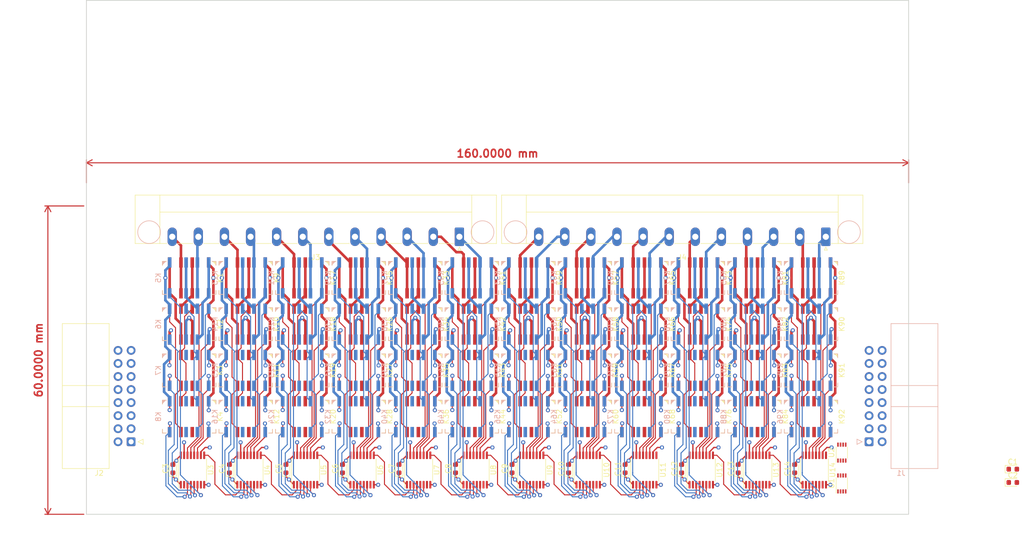
<source format=kicad_pcb>
(kicad_pcb (version 20221018) (generator pcbnew)
  (layers (0 "F.Cu" signal) (1 "In1.Cu" signal) (2 "In2.Cu" signal) (31 "B.Cu" signal) (34 "B.Paste" user) (35 "F.Paste" user) (36 "B.SilkS" user "B.Silkscreen") (37 "F.SilkS" user "F.Silkscreen") (38 "B.Mask" user) (39 "F.Mask" user) (44 "Edge.Cuts" user))
  (net 0 "")
  (net 1 "+5V")
  (net 2 "serial_return")
  (net 3 "serial_in")
  (net 4 "serial_clock")
  (net 5 "transfer")
  (net 6 "synchronous_clear")
  (net 7 "device_enable")
  (net 8 "Earth")
  (net 9 "serial_out")
  (net 10 "CH_1")
  (net 11 "CH_2")
  (net 12 "CH_3")
  (net 13 "CH_4")
  (net 14 "CH_5")
  (net 15 "CH_6")
  (net 16 "CH_7")
  (net 17 "CH_8")
  (net 18 "CH_9")
  (net 19 "CH_10")
  (net 20 "CH_11")
  (net 21 "CH_12")
  (net 22 "Net-(K1-Pad4)")
  (net 23 "Net-(K2-Pad2)")
  (net 24 "Net-(K2-Pad4)")
  (net 27 "Net-(K5-Pad2)")
  (net 28 "Net-(K5-Pad4)")
  (net 32 "Net-(K10-Pad4)")
  (net 34 "Net-(K13-Pad4)")
  (net 35 "Net-(K14-Pad2)")
  (net 36 "Net-(K14-Pad4)")
  (net 39 "Net-(K17-Pad2)")
  (net 40 "Net-(K17-Pad4)")
  (net 44 "Net-(K22-Pad4)")
  (net 46 "Net-(K25-Pad4)")
  (net 47 "Net-(K26-Pad2)")
  (net 48 "Net-(K26-Pad4)")
  (net 49 "ch1")
  (net 51 "ch2")
  (net 53 "Net-(K29-Pad2)")
  (net 54 "Net-(K29-Pad4)")
  (net 55 "ch3")
  (net 56 "ch4")
  (net 57 "OUT_P")
  (net 59 "OUT_N")
  (net 61 "Net-(K1-Pad2)")
  (net 65 "Net-(K34-Pad4)")
  (net 66 "Net-(K6-Pad2)")
  (net 67 "Net-(K6-Pad4)")
  (net 69 "Net-(K10-Pad3)")
  (net 71 "Net-(K10-Pad6)")
  (net 72 "Net-(K37-Pad4)")
  (net 73 "Net-(K10-Pad2)")
  (net 74 "Net-(K38-Pad2)")
  (net 75 "Net-(K38-Pad4)")
  (net 80 "Net-(K13-Pad2)")
  (net 82 "Net-(K41-Pad2)")
  (net 83 "Net-(K41-Pad4)")
  (net 88 "Net-(K18-Pad2)")
  (net 89 "Net-(K18-Pad4)")
  (net 91 "Net-(K21-Pad2)")
  (net 93 "Net-(K46-Pad4)")
  (net 94 "Net-(K21-Pad4)")
  (net 95 "Net-(K22-Pad2)")
  (net 100 "/Relay_group1/serial_out")
  (net 101 "Net-(K25-Pad2)")
  (net 102 "/Relay_group2/serial_out")
  (net 105 "/Relay_group3/serial_out")
  (net 106 "Net-(K30-Pad2)")
  (net 107 "Net-(K30-Pad4)")
  (net 108 "/Relay_group4/serial_out")
  (net 110 "Net-(K33-Pad2)")
  (net 111 "/Relay_group5/serial_out")
  (net 112 "Net-(K33-Pad4)")
  (net 113 "/Relay_group6/serial_out")
  (net 114 "Net-(K34-Pad2)")
  (net 118 "Net-(K37-Pad2)")
  (net 119 "/buffer/serial_clock_conn")
  (net 120 "/buffer/serial_out_conn")
  (net 121 "/buffer/Serial_return_conn")
  (net 122 "/buffer/device_enable_conn")
  (net 123 "/buffer/transf_out_conn")
  (net 124 "/buffer/synch_clr_conn")
  (net 125 "+12V")
  (net 128 "Net-(K42-Pad2)")
  (net 129 "Net-(K42-Pad4)")
  (net 131 "Net-(K45-Pad2)")
  (net 132 "Net-(K45-Pad4)")
  (net 133 "Net-(K46-Pad2)")
  (net 137 "Net-(U7-DRAIN7)")
  (net 138 "Net-(U7-DRAIN6)")
  (net 139 "Net-(U7-DRAIN5)")
  (net 140 "Net-(U7-DRAIN4)")
  (net 141 "Net-(U7-DRAIN3)")
  (net 142 "Net-(U7-DRAIN2)")
  (net 143 "Net-(U7-DRAIN1)")
  (net 144 "Net-(U7-DRAIN0)")
  (net 145 "Net-(U8-DRAIN7)")
  (net 146 "Net-(U8-DRAIN6)")
  (net 147 "Net-(U8-DRAIN5)")
  (net 148 "Net-(U8-DRAIN4)")
  (net 149 "Net-(U8-DRAIN3)")
  (net 150 "Net-(U8-DRAIN2)")
  (net 151 "Net-(U8-DRAIN1)")
  (net 152 "Net-(U8-DRAIN0)")
  (net 153 "Net-(U3-DRAIN7)")
  (net 154 "Net-(U3-DRAIN6)")
  (net 155 "Net-(U3-DRAIN5)")
  (net 156 "Net-(U3-DRAIN4)")
  (net 157 "Net-(U3-DRAIN3)")
  (net 158 "Net-(U3-DRAIN2)")
  (net 159 "Net-(U3-DRAIN1)")
  (net 160 "Net-(U3-DRAIN0)")
  (net 161 "Net-(U4-DRAIN7)")
  (net 162 "Net-(U4-DRAIN6)")
  (net 163 "Net-(U4-DRAIN5)")
  (net 164 "Net-(U4-DRAIN4)")
  (net 165 "Net-(U4-DRAIN3)")
  (net 166 "Net-(U4-DRAIN2)")
  (net 167 "Net-(U4-DRAIN1)")
  (net 168 "Net-(U4-DRAIN0)")
  (net 169 "Net-(U5-DRAIN7)")
  (net 170 "Net-(U5-DRAIN6)")
  (net 171 "Net-(U5-DRAIN5)")
  (net 172 "Net-(U5-DRAIN4)")
  (net 173 "Net-(U5-DRAIN3)")
  (net 174 "Net-(U5-DRAIN2)")
  (net 175 "Net-(U5-DRAIN1)")
  (net 176 "Net-(U5-DRAIN0)")
  (net 177 "Net-(U6-DRAIN7)")
  (net 178 "Net-(U6-DRAIN6)")
  (net 179 "Net-(U6-DRAIN5)")
  (net 180 "Net-(U6-DRAIN4)")
  (net 181 "Net-(U6-DRAIN3)")
  (net 182 "Net-(U6-DRAIN2)")
  (net 183 "Net-(U6-DRAIN1)")
  (net 184 "Net-(U6-DRAIN0)")
  (net 185 "CH_24")
  (net 186 "CH_23")
  (net 187 "CH_22")
  (net 188 "CH_21")
  (net 189 "CH_20")
  (net 190 "CH_19")
  (net 191 "CH_18")
  (net 192 "CH_17")
  (net 193 "CH_16")
  (net 194 "CH_15")
  (net 195 "CH_14")
  (net 196 "CH_13")
  (net 197 "Net-(K49-Pad2)")
  (net 198 "Net-(K49-Pad4)")
  (net 199 "Net-(U9-DRAIN7)")
  (net 200 "Net-(K50-Pad2)")
  (net 201 "Net-(K50-Pad4)")
  (net 202 "Net-(U9-DRAIN6)")
  (net 205 "Net-(U9-DRAIN5)")
  (net 208 "Net-(U9-DRAIN4)")
  (net 209 "Net-(K53-Pad2)")
  (net 210 "Net-(K53-Pad4)")
  (net 211 "Net-(U9-DRAIN3)")
  (net 212 "Net-(K54-Pad2)")
  (net 213 "Net-(K54-Pad4)")
  (net 214 "Net-(U9-DRAIN2)")
  (net 217 "Net-(U9-DRAIN1)")
  (net 220 "Net-(U9-DRAIN0)")
  (net 221 "Net-(K57-Pad2)")
  (net 222 "Net-(K57-Pad4)")
  (net 223 "Net-(U10-DRAIN7)")
  (net 224 "Net-(K58-Pad2)")
  (net 225 "Net-(K58-Pad4)")
  (net 226 "Net-(U10-DRAIN6)")
  (net 229 "Net-(U10-DRAIN5)")
  (net 232 "Net-(U10-DRAIN4)")
  (net 233 "Net-(K61-Pad2)")
  (net 234 "Net-(K61-Pad4)")
  (net 235 "Net-(U10-DRAIN3)")
  (net 236 "Net-(K62-Pad2)")
  (net 237 "Net-(K62-Pad4)")
  (net 238 "Net-(U10-DRAIN2)")
  (net 241 "Net-(U10-DRAIN1)")
  (net 244 "Net-(U10-DRAIN0)")
  (net 245 "Net-(K65-Pad2)")
  (net 246 "Net-(K65-Pad4)")
  (net 247 "Net-(U11-DRAIN7)")
  (net 248 "Net-(K66-Pad2)")
  (net 249 "Net-(K66-Pad4)")
  (net 250 "Net-(U11-DRAIN6)")
  (net 253 "Net-(U11-DRAIN5)")
  (net 256 "Net-(U11-DRAIN4)")
  (net 257 "Net-(K69-Pad2)")
  (net 258 "Net-(K69-Pad4)")
  (net 259 "Net-(U11-DRAIN3)")
  (net 260 "Net-(K70-Pad2)")
  (net 261 "Net-(K70-Pad4)")
  (net 262 "Net-(U11-DRAIN2)")
  (net 265 "Net-(U11-DRAIN1)")
  (net 268 "Net-(U11-DRAIN0)")
  (net 269 "Net-(K73-Pad2)")
  (net 270 "Net-(K73-Pad4)")
  (net 271 "Net-(U12-DRAIN7)")
  (net 272 "Net-(K74-Pad2)")
  (net 273 "Net-(K74-Pad4)")
  (net 274 "Net-(U12-DRAIN6)")
  (net 277 "Net-(U12-DRAIN5)")
  (net 280 "Net-(U12-DRAIN4)")
  (net 281 "Net-(K77-Pad2)")
  (net 282 "Net-(K77-Pad4)")
  (net 283 "Net-(U12-DRAIN3)")
  (net 284 "Net-(K78-Pad2)")
  (net 285 "Net-(K78-Pad4)")
  (net 286 "Net-(U12-DRAIN2)")
  (net 289 "Net-(U12-DRAIN1)")
  (net 292 "Net-(U12-DRAIN0)")
  (net 293 "Net-(K81-Pad2)")
  (net 294 "Net-(K81-Pad4)")
  (net 295 "Net-(U13-DRAIN7)")
  (net 296 "Net-(K82-Pad2)")
  (net 297 "Net-(K82-Pad4)")
  (net 298 "Net-(U13-DRAIN6)")
  (net 301 "Net-(U13-DRAIN5)")
  (net 304 "Net-(U13-DRAIN4)")
  (net 305 "Net-(K85-Pad2)")
  (net 306 "Net-(K85-Pad4)")
  (net 307 "Net-(U13-DRAIN3)")
  (net 308 "Net-(K86-Pad2)")
  (net 309 "Net-(K86-Pad4)")
  (net 310 "Net-(U13-DRAIN2)")
  (net 313 "Net-(U13-DRAIN1)")
  (net 316 "Net-(U13-DRAIN0)")
  (net 317 "Net-(K89-Pad2)")
  (net 318 "Net-(K89-Pad4)")
  (net 319 "Net-(U14-DRAIN7)")
  (net 320 "Net-(K90-Pad2)")
  (net 321 "Net-(K90-Pad4)")
  (net 322 "Net-(U14-DRAIN6)")
  (net 325 "Net-(U14-DRAIN5)")
  (net 328 "Net-(U14-DRAIN4)")
  (net 329 "Net-(K93-Pad2)")
  (net 330 "Net-(K93-Pad4)")
  (net 331 "Net-(U14-DRAIN3)")
  (net 332 "Net-(K94-Pad2)")
  (net 333 "Net-(K94-Pad4)")
  (net 334 "Net-(U14-DRAIN2)")
  (net 337 "Net-(U14-DRAIN1)")
  (net 340 "Net-(U14-DRAIN0)")
  (net 341 "/Relay_group7/serial_out")
  (net 342 "/Relay_group8/serial_out")
  (net 343 "/Relay_group10/serial_in")
  (net 344 "/Relay_group10/serial_out")
  (net 345 "/Relay_group11/serial_out")
  (footprint "Package_SO:TSSOP-16_4.4x5mm_P0.65mm" (layer "F.Cu") (at 97.644 136.382 90)
    (fp_text reference "U5")
    (fp_text value "TPIC6C596")
  )
  (footprint "muxlib_footprints:Relay_2P2T_10x6mm_TE_IMxxG" (layer "F.Cu") (at 141 108 -90)
    (fp_text reference "K50")
    (fp_text value "AGQ200S12Z")
  )
  (footprint "muxlib_footprints:Relay_2P2T_10x6mm_TE_IMxxG" (layer "F.Cu") (at 196 117 -90)
    (fp_text reference "K91")
    (fp_text value "AGQ200S12Z")
  )
  (footprint "Package_SO:TSSOP-16_4.4x5mm_P0.65mm" (layer "F.Cu") (at 119.644 136.382 90)
    (fp_text reference "U7")
    (fp_text value "TPIC6C596")
  )
  (footprint "Connector_IDC:IDC-Header_2x08_P2.54mm_Horizontal" (layer "F.Cu") (at 63.6975 130.89 180)
    (fp_text reference "J2")
    (fp_text value "Conn_01x16")
  )
  (footprint "muxlib_footprints:Relay_2P2T_10x6mm_TE_IMxxG" (layer "F.Cu") (at 174 117 -90)
    (fp_text reference "K75")
    (fp_text value "AGQ200S12Z")
  )
  (footprint "Package_SO:VSSOP-8_2.3x2mm_P0.5mm" (layer "F.Cu") (at 202 139 90)
    (fp_text reference "U1")
    (fp_text value "SN74LVC3G34DCUR")
  )
  (footprint "muxlib_footprints:Relay_2P2T_10x6mm_TE_IMxxG" (layer "F.Cu") (at 119 108 -90)
    (fp_text reference "K34")
    (fp_text value "AGQ200S12Z")
  )
  (footprint "Package_SO:TSSOP-16_4.4x5mm_P0.65mm" (layer "F.Cu") (at 185.644 136.382 90)
    (fp_text reference "U13")
    (fp_text value "TPIC6C596")
  )
  (footprint "muxlib_footprints:Relay_2P2T_10x6mm_TE_IMxxG" (layer "F.Cu") (at 163 126 -90)
    (fp_text reference "K68")
    (fp_text value "AGQ200S12Z")
  )
  (footprint "muxlib_footprints:Relay_2P2T_10x6mm_TE_IMxxG" (layer "F.Cu") (at 141 126 -90)
    (fp_text reference "K52")
    (fp_text value "AGQ200S12Z")
  )
  (footprint "Diode_SMD:D_0603_1608Metric" (layer "F.Cu") (at 235.27 138.81)
    (fp_text reference "C2")
    (fp_text value "0.1uF")
  )
  (footprint "muxlib_footprints:Relay_2P2T_10x6mm_TE_IMxxG" (layer "F.Cu") (at 119 99 -90)
    (fp_text reference "K33")
    (fp_text value "AGQ200S12Z")
  )
  (footprint "muxlib_footprints:Relay_2P2T_10x6mm_TE_IMxxG" (layer "F.Cu") (at 174 108 -90)
    (fp_text reference "K74")
    (fp_text value "AGQ200S12Z")
  )
  (footprint "muxlib_footprints:Relay_2P2T_10x6mm_TE_IMxxG" (layer "F.Cu") (at 75 117 -90)
    (fp_text reference "K3")
    (fp_text value "AGQ200S12Z")
  )
  (footprint "muxlib_footprints:Relay_2P2T_10x6mm_TE_IMxxG" (layer "F.Cu") (at 196 108 -90)
    (fp_text reference "K90")
    (fp_text value "AGQ200S12Z")
  )
  (footprint "muxlib_footprints:Relay_2P2T_10x6mm_TE_IMxxG" (layer "F.Cu") (at 130 126 -90)
    (fp_text reference "K44")
    (fp_text value "AGQ200S12Z")
  )
  (footprint "muxlib_footprints:Relay_2P2T_10x6mm_TE_IMxxG" (layer "F.Cu") (at 130 108 -90)
    (fp_text reference "K42")
    (fp_text value "AGQ200S12Z")
  )
  (footprint "muxlib_footprints:Relay_2P2T_10x6mm_TE_IMxxG" (layer "F.Cu") (at 185 126 -90)
    (fp_text reference "K84")
    (fp_text value "AGQ200S12Z")
  )
  (footprint "muxlib_footprints:Relay_2P2T_10x6mm_TE_IMxxG" (layer "F.Cu") (at 75 108 -90)
    (fp_text reference "K2")
    (fp_text value "AGQ200S12Z")
  )
  (footprint "Package_SO:TSSOP-16_4.4x5mm_P0.65mm" (layer "F.Cu") (at 141.644 136.382 90)
    (fp_text reference "U9")
    (fp_text value "TPIC6C596")
  )
  (footprint "Package_SO:TSSOP-16_4.4x5mm_P0.65mm" (layer "F.Cu") (at 86.644 136.382 90)
    (fp_text reference "U4")
    (fp_text value "TPIC6C596")
  )
  (footprint "Diode_SMD:D_0603_1608Metric" (layer "F.Cu") (at 93.834 136.128001 90)
    (fp_text reference "C5")
    (fp_text value "0.1uF")
  )
  (footprint "Diode_SMD:D_0603_1608Metric" (layer "F.Cu") (at 235.27 136.22)
    (fp_text reference "C1")
    (fp_text value "0.1uF")
  )
  (footprint "MountingHole:MountingHole_2.7mm_M2.5_DIN965" (layer "F.Cu") (at 212.24 139.45)
    (fp_text reference "MH4" hide)
    (fp_text value "MountingHole_2.7mm_M2.5_DIN965" hide)
  )
  (footprint "muxlib_footprints:Relay_2P2T_10x6mm_TE_IMxxG" (layer "F.Cu") (at 97 117 -90)
    (fp_text reference "K19")
    (fp_text value "AGQ200S12Z")
  )
  (footprint "muxlib_footprints:Relay_2P2T_10x6mm_TE_IMxxG" (layer "F.Cu") (at 86 126 -90)
    (fp_text reference "K12")
    (fp_text value "AGQ200S12Z")
  )
  (footprint "muxlib_footprints:Relay_2P2T_10x6mm_TE_IMxxG" (layer "F.Cu") (at 130 99 -90)
    (fp_text reference "K41")
    (fp_text value "AGQ200S12Z")
  )
  (footprint "muxlib_footprints:Relay_2P2T_10x6mm_TE_IMxxG" (layer "F.Cu") (at 152 108 -90)
    (fp_text reference "K58")
    (fp_text value "AGQ200S12Z")
  )
  (footprint "Diode_SMD:D_0603_1608Metric" (layer "F.Cu") (at 82.834 136.128001 90)
    (fp_text reference "C4")
    (fp_text value "0.1uF")
  )
  (footprint "Package_SO:TSSOP-16_4.4x5mm_P0.65mm" (layer "F.Cu") (at 163.644 136.382 90)
    (fp_text reference "U11")
    (fp_text value "TPIC6C596")
  )
  (footprint "Connector_Phoenix_MC_HighVoltage:PhoenixContact_MC_1,5_12-GF-5.08_1x12_P5.08mm_Horizontal_ThreadedFlange_MountHole" (layer "F.Cu") (at 198.885 91 180)
    (fp_text reference "J4")
    (fp_text value "1847712")
  )
  (footprint "muxlib_footprints:Relay_2P2T_10x6mm_TE_IMxxG" (layer "F.Cu") (at 86 117 -90)
    (fp_text reference "K11")
    (fp_text value "AGQ200S12Z")
  )
  (footprint "MountingHole:MountingHole_2.7mm_M2.5_DIN965" (layer "F.Cu") (at 58.57 91)
    (fp_text reference "MH1" hide)
    (fp_text value "MountingHole_2.7mm_M2.5_DIN965" hide)
  )
  (footprint "Package_SO:TSSOP-16_4.4x5mm_P0.65mm" (layer "F.Cu") (at 75.644 136.382 90)
    (fp_text reference "U3")
    (fp_text value "TPIC6C596")
  )
  (footprint "muxlib_footprints:Relay_2P2T_10x6mm_TE_IMxxG" (layer "F.Cu") (at 97 99 -90)
    (fp_text reference "K17")
    (fp_text value "AGQ200S12Z")
  )
  (footprint "muxlib_footprints:Relay_2P2T_10x6mm_TE_IMxxG" (layer "F.Cu") (at 152 99 -90)
    (fp_text reference "K57")
    (fp_text value "AGQ200S12Z")
  )
  (footprint "Package_SO:TSSOP-16_4.4x5mm_P0.65mm" (layer "F.Cu") (at 108.644 136.382 90)
    (fp_text reference "U6")
    (fp_text value "TPIC6C596")
  )
  (footprint "muxlib_footprints:Relay_2P2T_10x6mm_TE_IMxxG" (layer "F.Cu") (at 108 99 -90)
    (fp_text reference "K25")
    (fp_text value "AGQ200S12Z")
  )
  (footprint "Diode_SMD:D_0603_1608Metric" (layer "F.Cu") (at 148.834 136.128001 90)
    (fp_text reference "C10")
    (fp_text value "0.1uF")
  )
  (footprint "muxlib_footprints:Relay_2P2T_10x6mm_TE_IMxxG" (layer "F.Cu") (at 163 108 -90)
    (fp_text reference "K66")
    (fp_text value "AGQ200S12Z")
  )
  (footprint "muxlib_footprints:Relay_2P2T_10x6mm_TE_IMxxG" (layer "F.Cu") (at 108 126 -90)
    (fp_text reference "K28")
    (fp_text value "AGQ200S12Z")
  )
  (footprint "Diode_SMD:D_0603_1608Metric" (layer "F.Cu") (at 104.834 136.128001 90)
    (fp_text reference "C6")
    (fp_text value "0.1uF")
  )
  (footprint "muxlib_footprints:Relay_2P2T_10x6mm_TE_IMxxG" (layer "F.Cu") (at 97 126 -90)
    (fp_text reference "K20")
    (fp_text value "AGQ200S12Z")
  )
  (footprint "MountingHole:MountingHole_2.7mm_M2.5_DIN965" (layer "F.Cu") (at 58.57 139.45)
    (fp_text reference "MH2" hide)
    (fp_text value "MountingHole_2.7mm_M2.5_DIN965" hide)
  )
  (footprint "muxlib_footprints:Relay_2P2T_10x6mm_TE_IMxxG" (layer "F.Cu") (at 185 117 -90)
    (fp_text reference "K83")
    (fp_text value "AGQ200S12Z")
  )
  (footprint "Package_SO:VSSOP-8_2.3x2mm_P0.5mm" (layer "F.Cu") (at 202 133 90)
    (fp_text reference "U2")
    (fp_text value "SN74LVC3G34DCUR")
  )
  (footprint "Diode_SMD:D_0603_1608Metric" (layer "F.Cu") (at 192.834 136.128001 90)
    (fp_text reference "C14")
    (fp_text value "0.1uF")
  )
  (footprint "Package_SO:TSSOP-16_4.4x5mm_P0.65mm" (layer "F.Cu") (at 174.644 136.382 90)
    (fp_text reference "U12")
    (fp_text value "TPIC6C596")
  )
  (footprint "muxlib_footprints:Relay_2P2T_10x6mm_TE_IMxxG" (layer "F.Cu") (at 163 117 -90)
    (fp_text reference "K67")
    (fp_text value "AGQ200S12Z")
  )
  (footprint "MountingHole:MountingHole_2.7mm_M2.5_DIN965" (layer "F.Cu") (at 212.24 50.55)
    (fp_text reference "MH3" hide)
    (fp_text value "MountingHole_2.7mm_M2.5_DIN965" hide)
  )
  (footprint "muxlib_footprints:Relay_2P2T_10x6mm_TE_IMxxG" (layer "F.Cu") (at 97 108 -90)
    (fp_text reference "K18")
    (fp_text value "AGQ200S12Z")
  )
  (footprint "muxlib_footprints:Relay_2P2T_10x6mm_TE_IMxxG" (layer "F.Cu") (at 185 99 -90)
    (fp_text reference "K81")
    (fp_text value "AGQ200S12Z")
  )
  (footprint "muxlib_footprints:Relay_2P2T_10x6mm_TE_IMxxG" (layer "F.Cu") (at 119 126 -90)
    (fp_text reference "K36")
    (fp_text value "AGQ200S12Z")
  )
  (footprint "Package_SO:TSSOP-16_4.4x5mm_P0.65mm" (layer "F.Cu") (at 130.644 136.382 90)
    (fp_text reference "U8")
    (fp_text value "TPIC6C596")
  )
  (footprint "muxlib_footprints:Relay_2P2T_10x6mm_TE_IMxxG" (layer "F.Cu") (at 174 99 -90)
    (fp_text reference "K73")
    (fp_text value "AGQ200S12Z")
  )
  (footprint "Diode_SMD:D_0603_1608Metric" (layer "F.Cu") (at 137.834 136.128001 90)
    (fp_text reference "C9")
    (fp_text value "0.1uF")
  )
  (footprint "Package_SO:TSSOP-16_4.4x5mm_P0.65mm" (layer "F.Cu") (at 152.644 136.382 90)
    (fp_text reference "U10")
    (fp_text value "TPIC6C596")
  )
  (footprint "Diode_SMD:D_0603_1608Metric" (layer "F.Cu") (at 115.834 136.128001 90)
    (fp_text reference "C7")
    (fp_text value "0.1uF")
  )
  (footprint "Diode_SMD:D_0603_1608Metric" (layer "F.Cu") (at 181.834 136.128001 90)
    (fp_text reference "C13")
    (fp_text value "0.1uF")
  )
  (footprint "muxlib_footprints:Relay_2P2T_10x6mm_TE_IMxxG" (layer "F.Cu") (at 185 108 -90)
    (fp_text reference "K82")
    (fp_text value "AGQ200S12Z")
  )
  (footprint "Diode_SMD:D_0603_1608Metric" (layer "F.Cu") (at 71.834 136.128001 90)
    (fp_text reference "C3")
    (fp_text value "0.1uF")
  )
  (footprint "muxlib_footprints:Relay_2P2T_10x6mm_TE_IMxxG" (layer "F.Cu") (at 75 126 -90)
    (fp_text reference "K4")
    (fp_text value "AGQ200S12Z")
  )
  (footprint "Diode_SMD:D_0603_1608Metric" (layer "F.Cu") (at 159.834 136.128001 90)
    (fp_text reference "C11")
    (fp_text value "0.1uF")
  )
  (footprint "muxlib_footprints:Relay_2P2T_10x6mm_TE_IMxxG" (layer "F.Cu") (at 130 117 -90)
    (fp_text reference "K43")
    (fp_text value "AGQ200S12Z")
  )
  (footprint "muxlib_footprints:Relay_2P2T_10x6mm_TE_IMxxG" (layer "F.Cu") (at 152 126 -90)
    (fp_text reference "K60")
    (fp_text value "AGQ200S12Z")
  )
  (footprint "muxlib_footprints:Relay_2P2T_10x6mm_TE_IMxxG" (layer "F.Cu") (at 163 99 -90)
    (fp_text reference "K65")
    (fp_text value "AGQ200S12Z")
  )
  (footprint "Connector_Phoenix_MC_HighVoltage:PhoenixContact_MC_1,5_12-GF-5.08_1x12_P5.08mm_Horizontal_ThreadedFlange_MountHole" (layer "F.Cu") (at 127.58 91 180)
    (fp_text reference "J3")
    (fp_text value "1847712")
  )
  (footprint "muxlib_footprints:Relay_2P2T_10x6mm_TE_IMxxG" (layer "F.Cu") (at 75 99 -90)
    (fp_text reference "K1")
    (fp_text value "AGQ200S12Z")
  )
  (footprint "Diode_SMD:D_0603_1608Metric" (layer "F.Cu") (at 126.834 136.128001 90)
    (fp_text reference "C8")
    (fp_text value "0.1uF")
  )
  (footprint "muxlib_footprints:Relay_2P2T_10x6mm_TE_IMxxG" (layer "F.Cu") (at 108 117 -90)
    (fp_text reference "K27")
    (fp_text value "AGQ200S12Z")
  )
  (footprint "muxlib_footprints:Relay_2P2T_10x6mm_TE_IMxxG" (layer "F.Cu") (at 152 117 -90)
    (fp_text reference "K59")
    (fp_text value "AGQ200S12Z")
  )
  (footprint "muxlib_footprints:Relay_2P2T_10x6mm_TE_IMxxG" (layer "F.Cu") (at 174 126 -90)
    (fp_text reference "K76")
    (fp_text value "AGQ200S12Z")
  )
  (footprint "muxlib_footprints:Relay_2P2T_10x6mm_TE_IMxxG" (layer "F.Cu") (at 86 108 -90)
    (fp_text reference "K10")
    (fp_text value "AGQ200S12Z")
  )
  (footprint "muxlib_footprints:Relay_2P2T_10x6mm_TE_IMxxG" (layer "F.Cu") (at 196 126 -90)
    (fp_text reference "K92")
    (fp_text value "AGQ200S12Z")
  )
  (footprint "muxlib_footprints:Relay_2P2T_10x6mm_TE_IMxxG" (layer "F.Cu") (at 141 117 -90)
    (fp_text reference "K51")
    (fp_text value "AGQ200S12Z")
  )
  (footprint "muxlib_footprints:Relay_2P2T_10x6mm_TE_IMxxG" (layer "F.Cu") (at 108 108 -90)
    (fp_text reference "K26")
    (fp_text value "AGQ200S12Z")
  )
  (footprint "muxlib_footprints:Relay_2P2T_10x6mm_TE_IMxxG" (layer "F.Cu") (at 86 99 -90)
    (fp_text reference "K9")
    (fp_text value "AGQ200S12Z")
  )
  (footprint "muxlib_footprints:Relay_2P2T_10x6mm_TE_IMxxG" (layer "F.Cu") (at 196 99 -90)
    (fp_text reference "K89")
    (fp_text value "AGQ200S12Z")
  )
  (footprint "muxlib_footprints:Relay_2P2T_10x6mm_TE_IMxxG" (layer "F.Cu") (at 119 117 -90)
    (fp_text reference "K35")
    (fp_text value "AGQ200S12Z")
  )
  (footprint "Package_SO:TSSOP-16_4.4x5mm_P0.65mm" (layer "F.Cu") (at 196.644 136.382 90)
    (fp_text reference "U14")
    (fp_text value "TPIC6C596")
  )
  (footprint "Diode_SMD:D_0603_1608Metric" (layer "F.Cu") (at 170.834 136.128001 90)
    (fp_text reference "C12")
    (fp_text value "0.1uF")
  )
  (footprint "muxlib_footprints:Relay_2P2T_10x6mm_TE_IMxxG" (layer "F.Cu") (at 141 99 -90)
    (fp_text reference "K49")
    (fp_text value "AGQ200S12Z")
  )
  (footprint "muxlib_footprints:Relay_2P2T_10x6mm_TE_IMxxG" (layer "B.Cu") (at 97.000001 108 -90)
    (fp_text reference "K22")
    (fp_text value "AGQ200S12Z")
  )
  (footprint "muxlib_footprints:Relay_2P2T_10x6mm_TE_IMxxG" (layer "B.Cu") (at 141.000001 117 -90)
    (fp_text reference "K55")
    (fp_text value "AGQ200S12Z")
  )
  (footprint "muxlib_footprints:Relay_2P2T_10x6mm_TE_IMxxG" (layer "B.Cu") (at 196.000001 99 -90)
    (fp_text reference "K93")
    (fp_text value "AGQ200S12Z")
  )
  (footprint "muxlib_footprints:Relay_2P2T_10x6mm_TE_IMxxG" (layer "B.Cu") (at 130.000001 99 -90)
    (fp_text reference "K45")
    (fp_text value "AGQ200S12Z")
  )
  (footprint "muxlib_footprints:Relay_2P2T_10x6mm_TE_IMxxG" (layer "B.Cu") (at 75.000001 99 -90)
    (fp_text reference "K5")
    (fp_text value "AGQ200S12Z")
  )
  (footprint "muxlib_footprints:Relay_2P2T_10x6mm_TE_IMxxG" (layer "B.Cu") (at 174.000001 99 -90)
    (fp_text reference "K77")
    (fp_text value "AGQ200S12Z")
  )
  (footprint "muxlib_footprints:Relay_2P2T_10x6mm_TE_IMxxG" (layer "B.Cu") (at 163.000001 117 -90)
    (fp_text reference "K71")
    (fp_text value "AGQ200S12Z")
  )
  (footprint "muxlib_footprints:Relay_2P2T_10x6mm_TE_IMxxG" (layer "B.Cu") (at 86.000001 108 -90)
    (fp_text reference "K14")
    (fp_text value "AGQ200S12Z")
  )
  (footprint "muxlib_footprints:Relay_2P2T_10x6mm_TE_IMxxG" (layer "B.Cu") (at 196 126 -90)
    (fp_text reference "K96")
    (fp_text value "AGQ200S12Z")
  )
  (footprint "muxlib_footprints:Relay_2P2T_10x6mm_TE_IMxxG" (layer "B.Cu") (at 119.000001 99 -90)
    (fp_text reference "K37")
    (fp_text value "AGQ200S12Z")
  )
  (footprint "muxlib_footprints:Relay_2P2T_10x6mm_TE_IMxxG" (layer "B.Cu") (at 97 126 -90)
    (fp_text reference "K24")
    (fp_text value "AGQ200S12Z")
  )
  (footprint "muxlib_footprints:Relay_2P2T_10x6mm_TE_IMxxG" (layer "B.Cu") (at 174.000001 108 -90)
    (fp_text reference "K78")
    (fp_text value "AGQ200S12Z")
  )
  (footprint "muxlib_footprints:Relay_2P2T_10x6mm_TE_IMxxG" (layer "B.Cu") (at 119 126 -90)
    (fp_text reference "K40")
    (fp_text value "AGQ200S12Z")
  )
  (footprint "muxlib_footprints:Relay_2P2T_10x6mm_TE_IMxxG" (layer "B.Cu") (at 196.000001 108 -90)
    (fp_text reference "K94")
    (fp_text value "AGQ200S12Z")
  )
  (footprint "muxlib_footprints:Relay_2P2T_10x6mm_TE_IMxxG" (layer "B.Cu") (at 174.000001 117 -90)
    (fp_text reference "K79")
    (fp_text value "AGQ200S12Z")
  )
  (footprint "muxlib_footprints:Relay_2P2T_10x6mm_TE_IMxxG" (layer "B.Cu") (at 163.000001 108 -90)
    (fp_text reference "K70")
    (fp_text value "AGQ200S12Z")
  )
  (footprint "Connector_IDC:IDC-Header_2x08_P2.54mm_Horizontal" (layer "B.Cu") (at 207.3025 130.89)
    (fp_text reference "J1")
    (fp_text value "Conn_01x16")
  )
  (footprint "muxlib_footprints:Relay_2P2T_10x6mm_TE_IMxxG" (layer "B.Cu") (at 108.000001 117 -90)
    (fp_text reference "K31")
    (fp_text value "AGQ200S12Z")
  )
  (footprint "muxlib_footprints:Relay_2P2T_10x6mm_TE_IMxxG" (layer "B.Cu") (at 108.000001 99 -90)
    (fp_text reference "K29")
    (fp_text value "AGQ200S12Z")
  )
  (footprint "muxlib_footprints:Relay_2P2T_10x6mm_TE_IMxxG" (layer "B.Cu") (at 152.000001 99 -90)
    (fp_text reference "K61")
    (fp_text value "AGQ200S12Z")
  )
  (footprint "muxlib_footprints:Relay_2P2T_10x6mm_TE_IMxxG" (layer "B.Cu") (at 163.000001 99 -90)
    (fp_text reference "K69")
    (fp_text value "AGQ200S12Z")
  )
  (footprint "muxlib_footprints:Relay_2P2T_10x6mm_TE_IMxxG" (layer "B.Cu") (at 108 126 -90)
    (fp_text reference "K32")
    (fp_text value "AGQ200S12Z")
  )
  (footprint "muxlib_footprints:Relay_2P2T_10x6mm_TE_IMxxG" (layer "B.Cu") (at 174 126 -90)
    (fp_text reference "K80")
    (fp_text value "AGQ200S12Z")
  )
  (footprint "muxlib_footprints:Relay_2P2T_10x6mm_TE_IMxxG" (layer "B.Cu") (at 152.000001 108 -90)
    (fp_text reference "K62")
    (fp_text value "AGQ200S12Z")
  )
  (footprint "muxlib_footprints:Relay_2P2T_10x6mm_TE_IMxxG" (layer "B.Cu") (at 75 126 -90)
    (fp_text reference "K8")
    (fp_text value "AGQ200S12Z")
  )
  (footprint "muxlib_footprints:Relay_2P2T_10x6mm_TE_IMxxG" (layer "B.Cu") (at 163 126 -90)
    (fp_text reference "K72")
    (fp_text value "AGQ200S12Z")
  )
  (footprint "muxlib_footprints:Relay_2P2T_10x6mm_TE_IMxxG" (layer "B.Cu") (at 185.000001 99 -90)
    (fp_text reference "K85")
    (fp_text value "AGQ200S12Z")
  )
  (footprint "muxlib_footprints:Relay_2P2T_10x6mm_TE_IMxxG" (layer "B.Cu") (at 75.000001 117 -90)
    (fp_text reference "K7")
    (fp_text value "AGQ200S12Z")
  )
  (footprint "muxlib_footprints:Relay_2P2T_10x6mm_TE_IMxxG" (layer "B.Cu") (at 75.000001 108 -90)
    (fp_text reference "K6")
    (fp_text value "AGQ200S12Z")
  )
  (footprint "muxlib_footprints:Relay_2P2T_10x6mm_TE_IMxxG" (layer "B.Cu") (at 97.000001 99 -90)
    (fp_text reference "K21")
    (fp_text value "AGQ200S12Z")
  )
  (footprint "muxlib_footprints:Relay_2P2T_10x6mm_TE_IMxxG" (layer "B.Cu") (at 196.000001 117 -90)
    (fp_text reference "K95")
    (fp_text value "AGQ200S12Z")
  )
  (footprint "muxlib_footprints:Relay_2P2T_10x6mm_TE_IMxxG" (layer "B.Cu") (at 86.000001 117 -90)
    (fp_text reference "K15")
    (fp_text value "AGQ200S12Z")
  )
  (footprint "muxlib_footprints:Relay_2P2T_10x6mm_TE_IMxxG" (layer "B.Cu") (at 130.000001 117 -90)
    (fp_text reference "K47")
    (fp_text value "AGQ200S12Z")
  )
  (footprint "muxlib_footprints:Relay_2P2T_10x6mm_TE_IMxxG" (layer "B.Cu") (at 86.000001 99 -90)
    (fp_text reference "K13")
    (fp_text value "AGQ200S12Z")
  )
  (footprint "muxlib_footprints:Relay_2P2T_10x6mm_TE_IMxxG" (layer "B.Cu") (at 97.000001 117 -90)
    (fp_text reference "K23")
    (fp_text value "AGQ200S12Z")
  )
  (footprint "muxlib_footprints:Relay_2P2T_10x6mm_TE_IMxxG" (layer "B.Cu") (at 119.000001 117 -90)
    (fp_text reference "K39")
    (fp_text value "AGQ200S12Z")
  )
  (footprint "muxlib_footprints:Relay_2P2T_10x6mm_TE_IMxxG" (layer "B.Cu") (at 130 126 -90)
    (fp_text reference "K48")
    (fp_text value "AGQ200S12Z")
  )
  (footprint "muxlib_footprints:Relay_2P2T_10x6mm_TE_IMxxG" (layer "B.Cu") (at 152 126 -90)
    (fp_text reference "K64")
    (fp_text value "AGQ200S12Z")
  )
  (footprint "muxlib_footprints:Relay_2P2T_10x6mm_TE_IMxxG" (layer "B.Cu") (at 108.000001 108 -90)
    (fp_text reference "K30")
    (fp_text value "AGQ200S12Z")
  )
  (footprint "muxlib_footprints:Relay_2P2T_10x6mm_TE_IMxxG" (layer "B.Cu") (at 141.000001 99 -90)
    (fp_text reference "K53")
    (fp_text value "AGQ200S12Z")
  )
  (footprint "muxlib_footprints:Relay_2P2T_10x6mm_TE_IMxxG" (layer "B.Cu") (at 86 126 -90)
    (fp_text reference "K16")
    (fp_text value "AGQ200S12Z")
  )
  (footprint "muxlib_footprints:Relay_2P2T_10x6mm_TE_IMxxG" (layer "B.Cu") (at 185.000001 108 -90)
    (fp_text reference "K86")
    (fp_text value "AGQ200S12Z")
  )
  (footprint "muxlib_footprints:Relay_2P2T_10x6mm_TE_IMxxG" (layer "B.Cu") (at 141.000001 108 -90)
    (fp_text reference "K54")
    (fp_text value "AGQ200S12Z")
  )
  (footprint "muxlib_footprints:Relay_2P2T_10x6mm_TE_IMxxG" (layer "B.Cu") (at 130.000001 108 -90)
    (fp_text reference "K46")
    (fp_text value "AGQ200S12Z")
  )
  (footprint "muxlib_footprints:Relay_2P2T_10x6mm_TE_IMxxG" (layer "B.Cu") (at 119.000001 108 -90)
    (fp_text reference "K38")
    (fp_text value "AGQ200S12Z")
  )
  (footprint "muxlib_footprints:Relay_2P2T_10x6mm_TE_IMxxG" (layer "B.Cu") (at 185.000001 117 -90)
    (fp_text reference "K87")
    (fp_text value "AGQ200S12Z")
  )
  (footprint "muxlib_footprints:Relay_2P2T_10x6mm_TE_IMxxG" (layer "B.Cu") (at 185 126 -90)
    (fp_text reference "K88")
    (fp_text value "AGQ200S12Z")
  )
  (footprint "muxlib_footprints:Relay_2P2T_10x6mm_TE_IMxxG" (layer "B.Cu") (at 152.000001 117 -90)
    (fp_text reference "K63")
    (fp_text value "AGQ200S12Z")
  )
  (footprint "muxlib_footprints:Relay_2P2T_10x6mm_TE_IMxxG" (layer "B.Cu") (at 141 126 -90)
    (fp_text reference "K56")
    (fp_text value "AGQ200S12Z")
  )
  (gr_rect locked (start 55 45) (end 215 145) (stroke (width 0.15)) (fill none) (layer "Edge.Cuts"))
  (dimension (type aligned) (layer "F.Cu") (pts (xy 55 85) (xy 55 145)) (height 7.499999) (gr_text "60.0000 mm" (at 45.700001 115 90) (layer "F.Cu") (effects (font (size 1.5 1.5) (thickness 0.3)))) (format (prefix "") (suffix "") (units 3) (units_format 1) (precision 4)) (style (thickness 0.2) (arrow_length 1.27) (text_position_mode 0) (extension_height 0.58642) (extension_offset 0.5) keep_text_aligned))
  (dimension (type aligned) (layer "F.Cu") (pts (xy 55 81) (xy 215 81)) (height -4.4) (gr_text "160.0000 mm" (at 135 74.8) (layer "F.Cu") (effects (font (size 1.5 1.5) (thickness 0.3)))) (format (prefix "") (suffix "") (units 3) (units_format 1) (precision 4)) (style (thickness 0.2) (arrow_length 1.27) (text_position_mode 0) (extension_height 0.58642) (extension_offset 0.5) keep_text_aligned))
  (segment (start 71.834 137.663779) (end 72.4065 138.236279) (width 0.25) (layer "F.Cu") (net 1))
  (segment (start 126.834 137.663779) (end 127.4065 138.236279) (width 0.25) (layer "F.Cu") (net 1))
  (segment (start 137.834 137.663779) (end 138.4065 138.236279) (width 0.25) (layer "F.Cu") (net 1))
  (segment (start 148.834 137.663779) (end 149.4065 138.236279) (width 0.25) (layer "F.Cu") (net 1))
  (segment (start 170.834 137.663779) (end 171.4065 138.236279) (width 0.25) (layer "F.Cu") (net 1))
  (segment (start 181.834 137.663779) (end 182.4065 138.236279) (width 0.25) (layer "F.Cu") (net 1))
  (segment (start 192.834 137.663779) (end 193.4065 138.236279) (width 0.25) (layer "F.Cu") (net 1))
  (segment (start 82.834 137.663779) (end 83.4065 138.236279) (width 0.25) (layer "F.Cu") (net 1))
  (segment (start 93.834 137.663779) (end 94.4065 138.236279) (width 0.25) (layer "F.Cu") (net 1))
  (segment (start 104.834 137.663779) (end 105.4065 138.236279) (width 0.25) (layer "F.Cu") (net 1))
  (segment (start 115.834 137.663779) (end 116.4065 138.236279) (width 0.25) (layer "F.Cu") (net 1))
  (segment (start 159.834 137.663779) (end 160.4065 138.236279) (width 0.25) (layer "F.Cu") (net 1))
  (segment (start 72.4065 138.282) (end 72.4065 138.236279) (width 0.25) (layer "F.Cu") (net 1))
  (segment (start 127.4065 138.282) (end 127.4065 138.236279) (width 0.25) (layer "F.Cu") (net 1))
  (segment (start 138.4065 138.282) (end 138.4065 138.236279) (width 0.25) (layer "F.Cu") (net 1))
  (segment (start 149.4065 138.282) (end 149.4065 138.236279) (width 0.25) (layer "F.Cu") (net 1))
  (segment (start 171.4065 138.282) (end 171.4065 138.236279) (width 0.25) (layer "F.Cu") (net 1))
  (segment (start 182.4065 138.282) (end 182.4065 138.236279) (width 0.25) (layer "F.Cu") (net 1))
  (segment (start 193.4065 138.282) (end 193.4065 138.236279) (width 0.25) (layer "F.Cu") (net 1))
  (segment (start 83.4065 138.282) (end 83.4065 138.236279) (width 0.25) (layer "F.Cu") (net 1))
  (segment (start 94.4065 138.282) (end 94.4065 138.236279) (width 0.25) (layer "F.Cu") (net 1))
  (segment (start 105.4065 138.282) (end 105.4065 138.236279) (width 0.25) (layer "F.Cu") (net 1))
  (segment (start 116.4065 138.282) (end 116.4065 138.236279) (width 0.25) (layer "F.Cu") (net 1))
  (segment (start 160.4065 138.282) (end 160.4065 138.236279) (width 0.25) (layer "F.Cu") (net 1))
  (segment (start 71.834 136.9155) (end 71.834 137.663779) (width 0.25) (layer "F.Cu") (net 1))
  (segment (start 126.834 136.9155) (end 126.834 137.663779) (width 0.25) (layer "F.Cu") (net 1))
  (segment (start 137.834 136.9155) (end 137.834 137.663779) (width 0.25) (layer "F.Cu") (net 1))
  (segment (start 148.834 136.9155) (end 148.834 137.663779) (width 0.25) (layer "F.Cu") (net 1))
  (segment (start 170.834 136.9155) (end 170.834 137.663779) (width 0.25) (layer "F.Cu") (net 1))
  (segment (start 181.834 136.9155) (end 181.834 137.663779) (width 0.25) (layer "F.Cu") (net 1))
  (segment (start 192.834 136.9155) (end 192.834 137.663779) (width 0.25) (layer "F.Cu") (net 1))
  (segment (start 82.834 136.9155) (end 82.834 137.663779) (width 0.25) (layer "F.Cu") (net 1))
  (segment (start 93.834 136.9155) (end 93.834 137.663779) (width 0.25) (layer "F.Cu") (net 1))
  (segment (start 104.834 136.9155) (end 104.834 137.663779) (width 0.25) (layer "F.Cu") (net 1))
  (segment (start 115.834 136.9155) (end 115.834 137.663779) (width 0.25) (layer "F.Cu") (net 1))
  (segment (start 159.834 136.9155) (end 159.834 137.663779) (width 0.25) (layer "F.Cu") (net 1))
  (segment (start 73.369 139.2445) (end 72.4065 138.282) (width 0.25) (layer "F.Cu") (net 1))
  (segment (start 128.369 139.2445) (end 127.4065 138.282) (width 0.25) (layer "F.Cu") (net 1))
  (segment (start 139.369 139.2445) (end 138.4065 138.282) (width 0.25) (layer "F.Cu") (net 1))
  (segment (start 150.369 139.2445) (end 149.4065 138.282) (width 0.25) (layer "F.Cu") (net 1))
  (segment (start 172.369 139.2445) (end 171.4065 138.282) (width 0.25) (layer "F.Cu") (net 1))
  (segment (start 183.369 139.2445) (end 182.4065 138.282) (width 0.25) (layer "F.Cu") (net 1))
  (segment (start 194.369 139.2445) (end 193.4065 138.282) (width 0.25) (layer "F.Cu") (net 1))
  (segment (start 84.369 139.2445) (end 83.4065 138.282) (width 0.25) (layer "F.Cu") (net 1))
  (segment (start 95.369 139.2445) (end 94.4065 138.282) (width 0.25) (layer "F.Cu") (net 1))
  (segment (start 106.369 139.2445) (end 105.4065 138.282) (width 0.25) (layer "F.Cu") (net 1))
  (segment (start 117.369 139.2445) (end 116.4065 138.282) (width 0.25) (layer "F.Cu") (net 1))
  (segment (start 161.369 139.2445) (end 160.4065 138.282) (width 0.25) (layer "F.Cu") (net 1))
  (via (at 72.4065 138.236279) (size 0.8) (drill 0.4) (layers "F.Cu" "B.Cu") (net 1))
  (via (at 116.4065 138.236279) (size 0.8) (drill 0.4) (layers "F.Cu" "B.Cu") (net 1))
  (via (at 127.4065 138.236279) (size 0.8) (drill 0.4) (layers "F.Cu" "B.Cu") (net 1))
  (via (at 94.4065 138.236279) (size 0.8) (drill 0.4) (layers "F.Cu" "B.Cu") (net 1))
  (via (at 105.4065 138.236279) (size 0.8) (drill 0.4) (layers "F.Cu" "B.Cu") (net 1))
  (via (at 171.4065 138.236279) (size 0.8) (drill 0.4) (layers "F.Cu" "B.Cu") (net 1))
  (via (at 149.4065 138.236279) (size 0.8) (drill 0.4) (layers "F.Cu" "B.Cu") (net 1))
  (via (at 138.4065 138.236279) (size 0.8) (drill 0.4) (layers "F.Cu" "B.Cu") (net 1))
  (via (at 193.4065 138.236279) (size 0.8) (drill 0.4) (layers "F.Cu" "B.Cu") (net 1))
  (via (at 83.4065 138.236279) (size 0.8) (drill 0.4) (layers "F.Cu" "B.Cu") (net 1))
  (via (at 160.4065 138.236279) (size 0.8) (drill 0.4) (layers "F.Cu" "B.Cu") (net 1))
  (via (at 182.4065 138.236279) (size 0.8) (drill 0.4) (layers "F.Cu" "B.Cu") (net 1))
  (segment (start 74.019 133.5195) (end 74.019 131.019) (width 0.25) (layer "F.Cu") (net 4))
  (segment (start 129.019 133.5195) (end 129.019 131.019) (width 0.25) (layer "F.Cu") (net 4))
  (segment (start 140.019 133.5195) (end 140.019 131.019) (width 0.25) (layer "F.Cu") (net 4))
  (segment (start 151.019 133.5195) (end 151.019 131.019) (width 0.25) (layer "F.Cu") (net 4))
  (segment (start 173.019 133.5195) (end 173.019 131.019) (width 0.25) (layer "F.Cu") (net 4))
  (segment (start 184.019 133.5195) (end 184.019 131.019) (width 0.25) (layer "F.Cu") (net 4))
  (segment (start 195.019 133.5195) (end 195.019 131.019) (width 0.25) (layer "F.Cu") (net 4))
  (segment (start 85.019 133.5195) (end 85.019 131.019) (width 0.25) (layer "F.Cu") (net 4))
  (segment (start 96.019 133.5195) (end 96.019 131.019) (width 0.25) (layer "F.Cu") (net 4))
  (segment (start 107.019 133.5195) (end 107.019 131.019) (width 0.25) (layer "F.Cu") (net 4))
  (segment (start 118.019 133.5195) (end 118.019 131.019) (width 0.25) (layer "F.Cu") (net 4))
  (segment (start 162.019 133.5195) (end 162.019 131.019) (width 0.25) (layer "F.Cu") (net 4))
  (segment (start 74.019 131.019) (end 74 131) (width 0.25) (layer "F.Cu") (net 4))
  (segment (start 129.019 131.019) (end 129 131) (width 0.25) (layer "F.Cu") (net 4))
  (segment (start 140.019 131.019) (end 140 131) (width 0.25) (layer "F.Cu") (net 4))
  (segment (start 151.019 131.019) (end 151 131) (width 0.25) (layer "F.Cu") (net 4))
  (segment (start 173.019 131.019) (end 173 131) (width 0.25) (layer "F.Cu") (net 4))
  (segment (start 184.019 131.019) (end 184 131) (width 0.25) (layer "F.Cu") (net 4))
  (segment (start 195.019 131.019) (end 195 131) (width 0.25) (layer "F.Cu") (net 4))
  (segment (start 85.019 131.019) (end 85 131) (width 0.25) (layer "F.Cu") (net 4))
  (segment (start 96.019 131.019) (end 96 131) (width 0.25) (layer "F.Cu") (net 4))
  (segment (start 107.019 131.019) (end 107 131) (width 0.25) (layer "F.Cu") (net 4))
  (segment (start 118.019 131.019) (end 118 131) (width 0.25) (layer "F.Cu") (net 4))
  (segment (start 162.019 131.019) (end 162 131) (width 0.25) (layer "F.Cu") (net 4))
  (via (at 74 131) (size 0.8) (drill 0.4) (layers "F.Cu" "B.Cu") (net 4))
  (via (at 129 131) (size 0.8) (drill 0.4) (layers "F.Cu" "B.Cu") (net 4))
  (via (at 118 131) (size 0.8) (drill 0.4) (layers "F.Cu" "B.Cu") (net 4))
  (via (at 107 131) (size 0.8) (drill 0.4) (layers "F.Cu" "B.Cu") (net 4))
  (via (at 96 131) (size 0.8) (drill 0.4) (layers "F.Cu" "B.Cu") (net 4))
  (via (at 184 131) (size 0.8) (drill 0.4) (layers "F.Cu" "B.Cu") (net 4))
  (via (at 173 131) (size 0.8) (drill 0.4) (layers "F.Cu" "B.Cu") (net 4))
  (via (at 140 131) (size 0.8) (drill 0.4) (layers "F.Cu" "B.Cu") (net 4))
  (via (at 151 131) (size 0.8) (drill 0.4) (layers "F.Cu" "B.Cu") (net 4))
  (via (at 85 131) (size 0.8) (drill 0.4) (layers "F.Cu" "B.Cu") (net 4))
  (via (at 195 131) (size 0.8) (drill 0.4) (layers "F.Cu" "B.Cu") (net 4))
  (via (at 162 131) (size 0.8) (drill 0.4) (layers "F.Cu" "B.Cu") (net 4))
  (segment (start 77.269 133.5195) (end 77.269 132.830959) (width 0.25) (layer "F.Cu") (net 5))
  (segment (start 132.269 133.5195) (end 132.269 132.830959) (width 0.25) (layer "F.Cu") (net 5))
  (segment (start 143.269 133.5195) (end 143.269 132.830959) (width 0.25) (layer "F.Cu") (net 5))
  (segment (start 154.269 133.5195) (end 154.269 132.830959) (width 0.25) (layer "F.Cu") (net 5))
  (segment (start 176.269 133.5195) (end 176.269 132.830959) (width 0.25) (layer "F.Cu") (net 5))
  (segment (start 187.269 133.5195) (end 187.269 132.830959) (width 0.25) (layer "F.Cu") (net 5))
  (segment (start 198.269 133.5195) (end 198.269 132.830959) (width 0.25) (layer "F.Cu") (net 5))
  (segment (start 88.269 133.5195) (end 88.269 132.830959) (width 0.25) (layer "F.Cu") (net 5))
  (segment (start 99.269 133.5195) (end 99.269 132.830959) (width 0.25) (layer "F.Cu") (net 5))
  (segment (start 110.269 133.5195) (end 110.269 132.830959) (width 0.25) (layer "F.Cu") (net 5))
  (segment (start 121.269 133.5195) (end 121.269 132.830959) (width 0.25) (layer "F.Cu") (net 5))
  (segment (start 165.269 133.5195) (end 165.269 132.830959) (width 0.25) (layer "F.Cu") (net 5))
  (segment (start 78.099959 132) (end 79 132) (width 0.25) (layer "F.Cu") (net 5))
  (segment (start 133.099959 132) (end 134 132) (width 0.25) (layer "F.Cu") (net 5))
  (segment (start 144.099959 132) (end 145 132) (width 0.25) (layer "F.Cu") (net 5))
  (segment (start 155.099959 132) (end 156 132) (width 0.25) (layer "F.Cu") (net 5))
  (segment (start 177.099959 132) (end 178 132) (width 0.25) (layer "F.Cu") (net 5))
  (segment (start 188.099959 132) (end 189 132) (width 0.25) (layer "F.Cu") (net 5))
  (segment (start 199.099959 132) (end 200 132) (width 0.25) (layer "F.Cu") (net 5))
  (segment (start 89.099959 132) (end 90 132) (width 0.25) (layer "F.Cu") (net 5))
  (segment (start 100.099959 132) (end 101 132) (width 0.25) (layer "F.Cu") (net 5))
  (segment (start 111.099959 132) (end 112 132) (width 0.25) (layer "F.Cu") (net 5))
  (segment (start 122.099959 132) (end 123 132) (width 0.25) (layer "F.Cu") (net 5))
  (segment (start 166.099959 132) (end 167 132) (width 0.25) (layer "F.Cu") (net 5))
  (segment (start 77.269 132.830959) (end 78.099959 132) (width 0.25) (layer "F.Cu") (net 5))
  (segment (start 132.269 132.830959) (end 133.099959 132) (width 0.25) (layer "F.Cu") (net 5))
  (segment (start 143.269 132.830959) (end 144.099959 132) (width 0.25) (layer "F.Cu") (net 5))
  (segment (start 154.269 132.830959) (end 155.099959 132) (width 0.25) (layer "F.Cu") (net 5))
  (segment (start 176.269 132.830959) (end 177.099959 132) (width 0.25) (layer "F.Cu") (net 5))
  (segment (start 187.269 132.830959) (end 188.099959 132) (width 0.25) (layer "F.Cu") (net 5))
  (segment (start 198.269 132.830959) (end 199.099959 132) (width 0.25) (layer "F.Cu") (net 5))
  (segment (start 88.269 132.830959) (end 89.099959 132) (width 0.25) (layer "F.Cu") (net 5))
  (segment (start 99.269 132.830959) (end 100.099959 132) (width 0.25) (layer "F.Cu") (net 5))
  (segment (start 110.269 132.830959) (end 111.099959 132) (width 0.25) (layer "F.Cu") (net 5))
  (segment (start 121.269 132.830959) (end 122.099959 132) (width 0.25) (layer "F.Cu") (net 5))
  (segment (start 165.269 132.830959) (end 166.099959 132) (width 0.25) (layer "F.Cu") (net 5))
  (via (at 79 132) (size 0.8) (drill 0.4) (layers "F.Cu" "B.Cu") (net 5))
  (via (at 123 132) (size 0.8) (drill 0.4) (layers "F.Cu" "B.Cu") (net 5))
  (via (at 134 132) (size 0.8) (drill 0.4) (layers "F.Cu" "B.Cu") (net 5))
  (via (at 101 132) (size 0.8) (drill 0.4) (layers "F.Cu" "B.Cu") (net 5))
  (via (at 112 132) (size 0.8) (drill 0.4) (layers "F.Cu" "B.Cu") (net 5))
  (via (at 189 132) (size 0.8) (drill 0.4) (layers "F.Cu" "B.Cu") (net 5))
  (via (at 178 132) (size 0.8) (drill 0.4) (layers "F.Cu" "B.Cu") (net 5))
  (via (at 156 132) (size 0.8) (drill 0.4) (layers "F.Cu" "B.Cu") (net 5))
  (via (at 145 132) (size 0.8) (drill 0.4) (layers "F.Cu" "B.Cu") (net 5))
  (via (at 200 132) (size 0.8) (drill 0.4) (layers "F.Cu" "B.Cu") (net 5))
  (via (at 90 132) (size 0.8) (drill 0.4) (layers "F.Cu" "B.Cu") (net 5))
  (via (at 167 132) (size 0.8) (drill 0.4) (layers "F.Cu" "B.Cu") (net 5))
  (segment (start 77.919 139.2445) (end 78.748557 139.2445) (width 0.25) (layer "F.Cu") (net 7))
  (segment (start 143.919 139.2445) (end 144.748557 139.2445) (width 0.25) (layer "F.Cu") (net 7))
  (segment (start 154.919 139.2445) (end 155.748557 139.2445) (width 0.25) (layer "F.Cu") (net 7))
  (segment (start 176.919 139.2445) (end 177.748557 139.2445) (width 0.25) (layer "F.Cu") (net 7))
  (segment (start 187.919 139.2445) (end 188.748557 139.2445) (width 0.25) (layer "F.Cu") (net 7))
  (segment (start 198.919 139.2445) (end 199.748557 139.2445) (width 0.25) (layer "F.Cu") (net 7))
  (segment (start 88.919 139.2445) (end 89.748557 139.2445) (width 0.25) (layer "F.Cu") (net 7))
  (segment (start 99.919 139.2445) (end 100.748557 139.2445) (width 0.25) (layer "F.Cu") (net 7))
  (segment (start 110.919 139.2445) (end 111.748557 139.2445) (width 0.25) (layer "F.Cu") (net 7))
  (segment (start 121.919 139.2445) (end 122.748557 139.2445) (width 0.25) (layer "F.Cu") (net 7))
  (segment (start 132.919 139.2445) (end 133.748557 139.2445) (width 0.25) (layer "F.Cu") (net 7))
  (segment (start 165.919 139.2445) (end 166.748557 139.2445) (width 0.25) (layer "F.Cu") (net 7))
  (segment (start 78.748557 139.2445) (end 78.771837 139.26778) (width 0.25) (layer "F.Cu") (net 7))
  (segment (start 144.748557 139.2445) (end 144.771837 139.26778) (width 0.25) (layer "F.Cu") (net 7))
  (segment (start 155.748557 139.2445) (end 155.771837 139.26778) (width 0.25) (layer "F.Cu") (net 7))
  (segment (start 177.748557 139.2445) (end 177.771837 139.26778) (width 0.25) (layer "F.Cu") (net 7))
  (segment (start 188.748557 139.2445) (end 188.771837 139.26778) (width 0.25) (layer "F.Cu") (net 7))
  (segment (start 199.748557 139.2445) (end 199.771837 139.26778) (width 0.25) (layer "F.Cu") (net 7))
  (segment (start 89.748557 139.2445) (end 89.771837 139.26778) (width 0.25) (layer "F.Cu") (net 7))
  (segment (start 100.748557 139.2445) (end 100.771837 139.26778) (width 0.25) (layer "F.Cu") (net 7))
  (segment (start 111.748557 139.2445) (end 111.771837 139.26778) (width 0.25) (layer "F.Cu") (net 7))
  (segment (start 122.748557 139.2445) (end 122.771837 139.26778) (width 0.25) (layer "F.Cu") (net 7))
  (segment (start 133.748557 139.2445) (end 133.771837 139.26778) (width 0.25) (layer "F.Cu") (net 7))
  (segment (start 166.748557 139.2445) (end 166.771837 139.26778) (width 0.25) (layer "F.Cu") (net 7))
  (via (at 78.771837 139.26778) (size 0.8) (drill 0.4) (layers "F.Cu" "B.Cu") (net 7))
  (via (at 133.771837 139.26778) (size 0.8) (drill 0.4) (layers "F.Cu" "B.Cu") (net 7))
  (via (at 122.771837 139.26778) (size 0.8) (drill 0.4) (layers "F.Cu" "B.Cu") (net 7))
  (via (at 111.771837 139.26778) (size 0.8) (drill 0.4) (layers "F.Cu" "B.Cu") (net 7))
  (via (at 100.771837 139.26778) (size 0.8) (drill 0.4) (layers "F.Cu" "B.Cu") (net 7))
  (via (at 177.771837 139.26778) (size 0.8) (drill 0.4) (layers "F.Cu" "B.Cu") (net 7))
  (via (at 155.771837 139.26778) (size 0.8) (drill 0.4) (layers "F.Cu" "B.Cu") (net 7))
  (via (at 144.771837 139.26778) (size 0.8) (drill 0.4) (layers "F.Cu" "B.Cu") (net 7))
  (via (at 199.771837 139.26778) (size 0.8) (drill 0.4) (layers "F.Cu" "B.Cu") (net 7))
  (via (at 89.771837 139.26778) (size 0.8) (drill 0.4) (layers "F.Cu" "B.Cu") (net 7))
  (via (at 166.771837 139.26778) (size 0.8) (drill 0.4) (layers "F.Cu" "B.Cu") (net 7))
  (via (at 188.771837 139.26778) (size 0.8) (drill 0.4) (layers "F.Cu" "B.Cu") (net 7))
  (segment (start 72.521656 134.521656) (end 72.521656 134.57814) (width 0.25) (layer "F.Cu") (net 8))
  (segment (start 138.521656 134.521656) (end 138.521656 134.57814) (width 0.25) (layer "F.Cu") (net 8))
  (segment (start 149.521656 134.521656) (end 149.521656 134.57814) (width 0.25) (layer "F.Cu") (net 8))
  (segment (start 171.521656 134.521656) (end 171.521656 134.57814) (width 0.25) (layer "F.Cu") (net 8))
  (segment (start 182.521656 134.521656) (end 182.521656 134.57814) (width 0.25) (layer "F.Cu") (net 8))
  (segment (start 193.521656 134.521656) (end 193.521656 134.57814) (width 0.25) (layer "F.Cu") (net 8))
  (segment (start 83.521656 134.521656) (end 83.521656 134.57814) (width 0.25) (layer "F.Cu") (net 8))
  (segment (start 94.521656 134.521656) (end 94.521656 134.57814) (width 0.25) (layer "F.Cu") (net 8))
  (segment (start 105.521656 134.521656) (end 105.521656 134.57814) (width 0.25) (layer "F.Cu") (net 8))
  (segment (start 116.521656 134.521656) (end 116.521656 134.57814) (width 0.25) (layer "F.Cu") (net 8))
  (segment (start 127.521656 134.521656) (end 127.521656 134.57814) (width 0.25) (layer "F.Cu") (net 8))
  (segment (start 160.521656 134.521656) (end 160.521656 134.57814) (width 0.25) (layer "F.Cu") (net 8))
  (segment (start 72.44425 134.44425) (end 72.521656 134.521656) (width 0.25) (layer "F.Cu") (net 8))
  (segment (start 138.44425 134.44425) (end 138.521656 134.521656) (width 0.25) (layer "F.Cu") (net 8))
  (segment (start 149.44425 134.44425) (end 149.521656 134.521656) (width 0.25) (layer "F.Cu") (net 8))
  (segment (start 171.44425 134.44425) (end 171.521656 134.521656) (width 0.25) (layer "F.Cu") (net 8))
  (segment (start 182.44425 134.44425) (end 182.521656 134.521656) (width 0.25) (layer "F.Cu") (net 8))
  (segment (start 193.44425 134.44425) (end 193.521656 134.521656) (width 0.25) (layer "F.Cu") (net 8))
  (segment (start 83.44425 134.44425) (end 83.521656 134.521656) (width 0.25) (layer "F.Cu") (net 8))
  (segment (start 94.44425 134.44425) (end 94.521656 134.521656) (width 0.25) (layer "F.Cu") (net 8))
  (segment (start 105.44425 134.44425) (end 105.521656 134.521656) (width 0.25) (layer "F.Cu") (net 8))
  (segment (start 116.44425 134.44425) (end 116.521656 134.521656) (width 0.25) (layer "F.Cu") (net 8))
  (segment (start 127.44425 134.44425) (end 127.521656 134.521656) (width 0.25) (layer "F.Cu") (net 8))
  (segment (start 160.44425 134.44425) (end 160.521656 134.521656) (width 0.25) (layer "F.Cu") (net 8))
  (segment (start 72.44425 134.44425) (end 73.369 133.5195) (width 0.25) (layer "F.Cu") (net 8))
  (segment (start 127.44425 134.44425) (end 128.369 133.5195) (width 0.25) (layer "F.Cu") (net 8))
  (segment (start 138.44425 134.44425) (end 139.369 133.5195) (width 0.25) (layer "F.Cu") (net 8))
  (segment (start 149.44425 134.44425) (end 150.369 133.5195) (width 0.25) (layer "F.Cu") (net 8))
  (segment (start 171.44425 134.44425) (end 172.369 133.5195) (width 0.25) (layer "F.Cu") (net 8))
  (segment (start 182.44425 134.44425) (end 183.369 133.5195) (width 0.25) (layer "F.Cu") (net 8))
  (segment (start 193.44425 134.44425) (end 194.369 133.5195) (width 0.25) (layer "F.Cu") (net 8))
  (segment (start 83.44425 134.44425) (end 84.369 133.5195) (width 0.25) (layer "F.Cu") (net 8))
  (segment (start 94.44425 134.44425) (end 95.369 133.5195) (width 0.25) (layer "F.Cu") (net 8))
  (segment (start 105.44425 134.44425) (end 106.369 133.5195) (width 0.25) (layer "F.Cu") (net 8))
  (segment (start 116.44425 134.44425) (end 117.369 133.5195) (width 0.25) (layer "F.Cu") (net 8))
  (segment (start 160.44425 134.44425) (end 161.369 133.5195) (width 0.25) (layer "F.Cu") (net 8))
  (segment (start 71.834 135.0545) (end 72.44425 134.44425) (width 0.25) (layer "F.Cu") (net 8))
  (segment (start 126.834 135.0545) (end 127.44425 134.44425) (width 0.25) (layer "F.Cu") (net 8))
  (segment (start 137.834 135.0545) (end 138.44425 134.44425) (width 0.25) (layer "F.Cu") (net 8))
  (segment (start 148.834 135.0545) (end 149.44425 134.44425) (width 0.25) (layer "F.Cu") (net 8))
  (segment (start 170.834 135.0545) (end 171.44425 134.44425) (width 0.25) (layer "F.Cu") (net 8))
  (segment (start 181.834 135.0545) (end 182.44425 134.44425) (width 0.25) (layer "F.Cu") (net 8))
  (segment (start 192.834 135.0545) (end 193.44425 134.44425) (width 0.25) (layer "F.Cu") (net 8))
  (segment (start 82.834 135.0545) (end 83.44425 134.44425) (width 0.25) (layer "F.Cu") (net 8))
  (segment (start 93.834 135.0545) (end 94.44425 134.44425) (width 0.25) (layer "F.Cu") (net 8))
  (segment (start 104.834 135.0545) (end 105.44425 134.44425) (width 0.25) (layer "F.Cu") (net 8))
  (segment (start 115.834 135.0545) (end 116.44425 134.44425) (width 0.25) (layer "F.Cu") (net 8))
  (segment (start 159.834 135.0545) (end 160.44425 134.44425) (width 0.25) (layer "F.Cu") (net 8))
  (segment (start 71.834 135.3405) (end 71.834 135.0545) (width 0.25) (layer "F.Cu") (net 8))
  (segment (start 137.834 135.3405) (end 137.834 135.0545) (width 0.25) (layer "F.Cu") (net 8))
  (segment (start 148.834 135.3405) (end 148.834 135.0545) (width 0.25) (layer "F.Cu") (net 8))
  (segment (start 159.834 135.3405) (end 159.834 135.0545) (width 0.25) (layer "F.Cu") (net 8))
  (segment (start 170.834 135.3405) (end 170.834 135.0545) (width 0.25) (layer "F.Cu") (net 8))
  (segment (start 181.834 135.3405) (end 181.834 135.0545) (width 0.25) (layer "F.Cu") (net 8))
  (segment (start 192.834 135.3405) (end 192.834 135.0545) (width 0.25) (layer "F.Cu") (net 8))
  (segment (start 82.834 135.3405) (end 82.834 135.0545) (width 0.25) (layer "F.Cu") (net 8))
  (segment (start 93.834 135.3405) (end 93.834 135.0545) (width 0.25) (layer "F.Cu") (net 8))
  (segment (start 104.834 135.3405) (end 104.834 135.0545) (width 0.25) (layer "F.Cu") (net 8))
  (segment (start 115.834 135.3405) (end 115.834 135.0545) (width 0.25) (layer "F.Cu") (net 8))
  (segment (start 126.834 135.3405) (end 126.834 135.0545) (width 0.25) (layer "F.Cu") (net 8))
  (via (at 72.521656 134.57814) (size 0.8) (drill 0.4) (layers "F.Cu" "B.Cu") (net 8))
  (via (at 127.521656 134.57814) (size 0.8) (drill 0.4) (layers "F.Cu" "B.Cu") (net 8))
  (via (at 116.521656 134.57814) (size 0.8) (drill 0.4) (layers "F.Cu" "B.Cu") (net 8))
  (via (at 105.521656 134.57814) (size 0.8) (drill 0.4) (layers "F.Cu" "B.Cu") (net 8))
  (via (at 94.521656 134.57814) (size 0.8) (drill 0.4) (layers "F.Cu" "B.Cu") (net 8))
  (via (at 182.521656 134.57814) (size 0.8) (drill 0.4) (layers "F.Cu" "B.Cu") (net 8))
  (via (at 171.521656 134.57814) (size 0.8) (drill 0.4) (layers "F.Cu" "B.Cu") (net 8))
  (via (at 149.521656 134.57814) (size 0.8) (drill 0.4) (layers "F.Cu" "B.Cu") (net 8))
  (via (at 138.521656 134.57814) (size 0.8) (drill 0.4) (layers "F.Cu" "B.Cu") (net 8))
  (via (at 193.521656 134.57814) (size 0.8) (drill 0.4) (layers "F.Cu" "B.Cu") (net 8))
  (via (at 83.521656 134.57814) (size 0.8) (drill 0.4) (layers "F.Cu" "B.Cu") (net 8))
  (via (at 160.521656 134.57814) (size 0.8) (drill 0.4) (layers "F.Cu" "B.Cu") (net 8))
  (segment (start 73.4 96) (end 73.4 102) (width 0.5) (layer "F.Cu") (net 10))
  (segment (start 73.4 96) (end 73.4 92.7) (width 0.5) (layer "F.Cu") (net 10))
  (segment (start 73.4 92.7) (end 71.7 91) (width 0.5) (layer "F.Cu") (net 10))
  (segment (start 73.4 96) (end 73.358 95.958) (width 0.5) (layer "F.Cu") (net 10))
  (segment (start 76.6 96) (end 76.6 102) (width 0.5) (layer "B.Cu") (net 11))
  (segment (start 76.600001 96) (end 76.600001 91.179999) (width 0.5) (layer "B.Cu") (net 11))
  (segment (start 76.600001 91.179999) (end 76.78 91) (width 0.5) (layer "B.Cu") (net 11))
  (segment (start 84.4 96) (end 84.4 93.54) (width 0.5) (layer "F.Cu") (net 12))
  (segment (start 84.4 96) (end 84.4 102) (width 0.5) (layer "F.Cu") (net 12))
  (segment (start 84.4 93.54) (end 81.86 91) (width 0.5) (layer "F.Cu") (net 12))
  (segment (start 84.4 96) (end 84.358 95.958) (width 0.5) (layer "F.Cu") (net 12))
  (segment (start 87.600001 96) (end 87.600001 91.660001) (width 0.5) (layer "B.Cu") (net 13))
  (segment (start 87.6 96) (end 87.6 102) (width 0.5) (layer "B.Cu") (net 13))
  (segment (start 87.600001 91.660001) (end 86.94 91) (width 0.5) (layer "B.Cu") (net 13))
  (segment (start 95.4 96) (end 95.4 94.38) (width 0.5) (layer "F.Cu") (net 14))
  (segment (start 95.4 96) (end 95.4 102) (width 0.5) (layer "F.Cu") (net 14))
  (segment (start 95.4 94.38) (end 92.02 91) (width 0.5) (layer "F.Cu") (net 14))
  (segment (start 95.4 96) (end 95.358 95.958) (width 0.5) (layer "F.Cu") (net 14))
  (segment (start 98.600001 92.500001) (end 97.1 91) (width 0.5) (layer "B.Cu") (net 15))
  (segment (start 98.6 96) (end 98.6 102) (width 0.5) (layer "B.Cu") (net 15))
  (segment (start 98.600001 96) (end 98.600001 92.500001) (width 0.5) (layer "B.Cu") (net 15))
  (segment (start 106.4 96) (end 106.4 102) (width 0.5) (layer "F.Cu") (net 16))
  (segment (start 102.18 91.78) (end 102.18 91) (width 0.5) (layer "F.Cu") (net 16))
  (segment (start 106.4 96) (end 102.18 91.78) (width 0.5) (layer "F.Cu") (net 16))
  (segment (start 109.6 96) (end 109.6 102) (width 0.5) (layer "B.Cu") (net 17))
  (segment (start 109.600001 96) (end 109.600001 93.340001) (width 0.5) (layer "B.Cu") (net 17))
  (segment (start 109.600001 93.340001) (end 107.26 91) (width 0.5) (layer "B.Cu") (net 17))
  (segment (start 117.4 96) (end 117.34 96) (width 0.5) (layer "F.Cu") (net 18))
  (segment (start 117.4 96) (end 117.4 102) (width 0.5) (layer "F.Cu") (net 18))
  (segment (start 117.4 96) (end 117.358 95.958) (width 0.5) (layer "F.Cu") (net 18))
  (segment (start 117.34 96) (end 112.34 91) (width 0.5) (layer "F.Cu") (net 18))
  (segment (start 120.600001 94.180001) (end 117.42 91) (width 0.5) (layer "B.Cu") (net 19))
  (segment (start 120.6 96) (end 120.6 102) (width 0.5) (layer "B.Cu") (net 19))
  (segment (start 120.600001 96) (end 120.600001 94.180001) (width 0.5) (layer "B.Cu") (net 19))
  (segment (start 124 91) (end 127 94) (width 0.5) (layer "F.Cu") (net 20))
  (segment (start 127 94) (end 128 94) (width 0.5) (layer "F.Cu") (net 20))
  (segment (start 128.4 96) (end 128.4 102) (width 0.5) (layer "F.Cu") (net 20))
  (segment (start 122.5 91) (end 124 91) (width 0.5) (layer "F.Cu") (net 20))
  (segment (start 128 94) (end 128.4 94.4) (width 0.5) (layer "F.Cu") (net 20))
  (segment (start 128.4 94.4) (end 128.4 96) (width 0.5) (layer "F.Cu") (net 20))
  (segment (start 131.6 96) (end 131.6 102) (width 0.5) (layer "B.Cu") (net 21))
  (segment (start 131.600001 96) (end 131.600001 95.020001) (width 0.5) (layer "B.Cu") (net 21))
  (segment (start 131.600001 95.020001) (end 127.58 91) (width 0.5) (layer "B.Cu") (net 21))
  (segment (start 71.2 102) (end 72.368957 103.168957) (width 0.5) (layer "F.Cu") (net 22))
  (segment (start 73.4 107.92417) (end 73.4 111) (width 0.5) (layer "F.Cu") (net 22))
  (segment (start 72.368957 103.168957) (end 72.368957 106.893127) (width 0.5) (layer "F.Cu") (net 22))
  (segment (start 72.368957 106.893127) (end 73.4 107.92417) (width 0.5) (layer "F.Cu") (net 22))
  (segment (start 71.2 96) (end 71.2 102) (width 0.5) (layer "F.Cu") (net 22))
  (segment (start 74.109897 106.490103) (end 74.109897 112.644552) (width 0.2) (layer "F.Cu") (net 23))
  (segment (start 74.374 121.392706) (end 73.4 122.366706) (width 0.2) (layer "F.Cu") (net 23))
  (segment (start 74.374 115.595145) (end 74.374 121.392706) (width 0.2) (layer "F.Cu") (net 23))
  (segment (start 73.4 114.621145) (end 74.374 115.595145) (width 0.2) (layer "F.Cu") (net 23))
  (segment (start 73.4 114) (end 73.4 114.621145) (width 0.2) (layer "F.Cu") (net 23))
  (segment (start 73.4 113.354449) (end 73.4 114) (width 0.2) (layer "F.Cu") (net 23))
  (segment (start 75.6 105.632507) (end 75.6 105) (width 0.2) (layer "F.Cu") (net 23))
  (segment (start 74.109897 112.644552) (end 73.4 113.354449) (width 0.2) (layer "F.Cu") (net 23))
  (segment (start 73.4 122.366706) (end 73.4 123) (width 0.2) (layer "F.Cu") (net 23))
  (segment (start 75.6 105) (end 74.109897 106.490103) (width 0.2) (layer "F.Cu") (net 23))
  (segment (start 73.4 119.349835) (end 73.4 120) (width 0.2) (layer "F.Cu") (net 24))
  (segment (start 72.342 121.689042) (end 72.342 127.313236) (width 0.2) (layer "F.Cu") (net 24))
  (segment (start 72.342 108.696) (end 72.342 118.291835) (width 0.2) (layer "F.Cu") (net 24))
  (segment (start 72.342 118.291835) (end 73.4 119.349835) (width 0.2) (layer "F.Cu") (net 24))
  (segment (start 73.4 120.631042) (end 72.342 121.689042) (width 0.2) (layer "F.Cu") (net 24))
  (segment (start 73.4 120) (end 73.4 120.631042) (width 0.2) (layer "F.Cu") (net 24))
  (segment (start 71.2 105) (end 71.2 107.554) (width 0.2) (layer "F.Cu") (net 24))
  (segment (start 73.4 128.371236) (end 73.4 129) (width 0.2) (layer "F.Cu") (net 24))
  (segment (start 72.342 127.313236) (end 73.4 128.371236) (width 0.2) (layer "F.Cu") (net 24))
  (segment (start 71.2 107.554) (end 72.342 108.696) (width 0.2) (layer "F.Cu") (net 24))
  (segment (start 74.4 102.8) (end 76.6 105) (width 0.5) (layer "B.Cu") (net 27))
  (segment (start 74.4 96) (end 74.4 102.8) (width 0.5) (layer "B.Cu") (net 27))
  (segment (start 78.8 102) (end 78.8 102.65) (width 0.5) (layer "B.Cu") (net 28))
  (segment (start 78.8 96) (end 78.8 102) (width 0.5) (layer "B.Cu") (net 28))
  (segment (start 77.600499 103.849501) (end 77.600499 109.999501) (width 0.5) (layer "B.Cu") (net 28))
  (segment (start 78.8 102.65) (end 77.600499 103.849501) (width 0.5) (layer "B.Cu") (net 28))
  (segment (start 77.600499 109.999501) (end 76.6 111) (width 0.5) (layer "B.Cu") (net 28))
  (segment (start 84.4 119.349835) (end 84.4 120) (width 0.2) (layer "F.Cu") (net 32))
  (segment (start 83.342 121.689042) (end 83.342 127.313236) (width 0.2) (layer "F.Cu") (net 32))
  (segment (start 83.342 108.696) (end 83.342 118.291835) (width 0.2) (layer "F.Cu") (net 32))
  (segment (start 83.342 118.291835) (end 84.4 119.349835) (width 0.2) (layer "F.Cu") (net 32))
  (segment (start 84.4 120.631042) (end 83.342 121.689042) (width 0.2) (layer "F.Cu") (net 32))
  (segment (start 84.4 120) (end 84.4 120.631042) (width 0.2) (layer "F.Cu") (net 32))
  (segment (start 82.2 105) (end 82.2 107.554) (width 0.2) (layer "F.Cu") (net 32))
  (segment (start 84.4 128.371236) (end 84.4 129) (width 0.2) (layer "F.Cu") (net 32))
  (segment (start 83.342 127.313236) (end 84.4 128.371236) (width 0.2) (layer "F.Cu") (net 32))
  (segment (start 82.2 107.554) (end 83.342 108.696) (width 0.2) (layer "F.Cu") (net 32))
  (segment (start 89.8 102) (end 89.8 102.65) (width 0.5) (layer "B.Cu") (net 34))
  (segment (start 89.8 96) (end 89.8 102) (width 0.5) (layer "B.Cu") (net 34))
  (segment (start 88.600499 103.849501) (end 88.600499 109.999501) (width 0.5) (layer "B.Cu") (net 34))
  (segment (start 89.8 102.65) (end 88.600499 103.849501) (width 0.5) (layer "B.Cu") (net 34))
  (segment (start 88.600499 109.999501) (end 87.6 111) (width 0.5) (layer "B.Cu") (net 34))
  (segment (start 86.950001 114.65) (end 86.950001 122.350001) (width 0.2) (layer "B.Cu") (net 35))
  (segment (start 86.950001 122.350001) (end 87.6 123) (width 0.2) (layer "B.Cu") (net 35))
  (segment (start 85.400001 105) (end 86.950001 106.55) (width 0.2) (layer "B.Cu") (net 35))
  (segment (start 86.950001 106.55) (end 86.950001 113.35) (width 0.2) (layer "B.Cu") (net 35))
  (segment (start 86.950001 113.35) (end 87.600001 114) (width 0.2) (layer "B.Cu") (net 35))
  (segment (start 87.600001 114) (end 86.950001 114.65) (width 0.2) (layer "B.Cu") (net 35))
  (segment (start 89.15 106.28889) (end 89.15 117.68) (width 0.2) (layer "B.Cu") (net 36))
  (segment (start 88.604448 121.644358) (end 88.604448 127.35777) (width 0.2) (layer "B.Cu") (net 36))
  (segment (start 87.6 119.23) (end 87.6 120) (width 0.2) (layer "B.Cu") (net 36))
  (segment (start 87.6 128.362218) (end 87.6 129) (width 0.2) (layer "B.Cu") (net 36))
  (segment (start 88.604448 127.35777) (end 87.6 128.362218) (width 0.2) (layer "B.Cu") (net 36))
  (segment (start 87.6 120) (end 87.6 120.63991) (width 0.2) (layer "B.Cu") (net 36))
  (segment (start 89.8 105) (end 89.8 105.63889) (width 0.2) (layer "B.Cu") (net 36))
  (segment (start 89.15 117.68) (end 87.6 119.23) (width 0.2) (layer "B.Cu") (net 36))
  (segment (start 89.8 105.63889) (end 89.15 106.28889) (width 0.2) (layer "B.Cu") (net 36))
  (segment (start 87.6 120.63991) (end 88.604448 121.644358) (width 0.2) (layer "B.Cu") (net 36))
  (segment (start 97.6 102) (end 97.6 102.4) (width 0.5) (layer "F.Cu") (net 39))
  (segment (start 97.6 102.4) (end 95.4 104.6) (width 0.5) (layer "F.Cu") (net 39))
  (segment (start 97.6 96) (end 97.6 102) (width 0.5) (layer "F.Cu") (net 39))
  (segment (start 95.4 104.6) (end 95.4 105) (width 0.5) (layer "F.Cu") (net 39))
  (segment (start 93.2 102) (end 94.368957 103.168957) (width 0.5) (layer "F.Cu") (net 40))
  (segment (start 95.4 107.92417) (end 95.4 111) (width 0.5) (layer "F.Cu") (net 40))
  (segment (start 94.368957 103.168957) (end 94.368957 106.893127) (width 0.5) (layer "F.Cu") (net 40))
  (segment (start 94.368957 106.893127) (end 95.4 107.92417) (width 0.5) (layer "F.Cu") (net 40))
  (segment (start 93.2 96) (end 93.2 102) (width 0.5) (layer "F.Cu") (net 40))
  (segment (start 100.15 106.28889) (end 100.15 117.68) (width 0.2) (layer "B.Cu") (net 44))
  (segment (start 99.604448 121.644358) (end 99.604448 127.35777) (width 0.2) (layer "B.Cu") (net 44))
  (segment (start 98.6 119.23) (end 98.6 120) (width 0.2) (layer "B.Cu") (net 44))
  (segment (start 98.6 128.362218) (end 98.6 129) (width 0.2) (layer "B.Cu") (net 44))
  (segment (start 99.604448 127.35777) (end 98.6 128.362218) (width 0.2) (layer "B.Cu") (net 44))
  (segment (start 98.6 120) (end 98.6 120.63991) (width 0.2) (layer "B.Cu") (net 44))
  (segment (start 100.8 105) (end 100.8 105.63889) (width 0.2) (layer "B.Cu") (net 44))
  (segment (start 100.15 117.68) (end 98.6 119.23) (width 0.2) (layer "B.Cu") (net 44))
  (segment (start 100.8 105.63889) (end 100.15 106.28889) (width 0.2) (layer "B.Cu") (net 44))
  (segment (start 98.6 120.63991) (end 99.604448 121.644358) (width 0.2) (layer "B.Cu") (net 44))
  (segment (start 104.2 102) (end 105.368957 103.168957) (width 0.5) (layer "F.Cu") (net 46))
  (segment (start 106.4 107.92417) (end 106.4 111) (width 0.5) (layer "F.Cu") (net 46))
  (segment (start 105.368957 103.168957) (end 105.368957 106.893127) (width 0.5) (layer "F.Cu") (net 46))
  (segment (start 105.368957 106.893127) (end 106.4 107.92417) (width 0.5) (layer "F.Cu") (net 46))
  (segment (start 104.2 96) (end 104.2 102) (width 0.5) (layer "F.Cu") (net 46))
  (segment (start 107.109897 106.490103) (end 107.109897 112.644552) (width 0.2) (layer "F.Cu") (net 47))
  (segment (start 107.374 121.392706) (end 106.4 122.366706) (width 0.2) (layer "F.Cu") (net 47))
  (segment (start 107.374 115.595145) (end 107.374 121.392706) (width 0.2) (layer "F.Cu") (net 47))
  (segment (start 106.4 114.621145) (end 107.374 115.595145) (width 0.2) (layer "F.Cu") (net 47))
  (segment (start 106.4 114) (end 106.4 114.621145) (width 0.2) (layer "F.Cu") (net 47))
  (segment (start 106.4 113.354449) (end 106.4 114) (width 0.2) (layer "F.Cu") (net 47))
  (segment (start 108.6 105.632507) (end 108.6 105) (width 0.2) (layer "F.Cu") (net 47))
  (segment (start 107.109897 112.644552) (end 106.4 113.354449) (width 0.2) (layer "F.Cu") (net 47))
  (segment (start 106.4 122.366706) (end 106.4 123) (width 0.2) (layer "F.Cu") (net 47))
  (segment (start 108.6 105) (end 107.109897 106.490103) (width 0.2) (layer "F.Cu") (net 47))
  (segment (start 106.4 119.349835) (end 106.4 120) (width 0.2) (layer "F.Cu") (net 48))
  (segment (start 105.342 121.689042) (end 105.342 127.313236) (width 0.2) (layer "F.Cu") (net 48))
  (segment (start 105.342 108.696) (end 105.342 118.291835) (width 0.2) (layer "F.Cu") (net 48))
  (segment (start 105.342 118.291835) (end 106.4 119.349835) (width 0.2) (layer "F.Cu") (net 48))
  (segment (start 106.4 120.631042) (end 105.342 121.689042) (width 0.2) (layer "F.Cu") (net 48))
  (segment (start 106.4 120) (end 106.4 120.631042) (width 0.2) (layer "F.Cu") (net 48))
  (segment (start 104.2 105) (end 104.2 107.554) (width 0.2) (layer "F.Cu") (net 48))
  (segment (start 106.4 128.371236) (end 106.4 129) (width 0.2) (layer "F.Cu") (net 48))
  (segment (start 105.342 127.313236) (end 106.4 128.371236) (width 0.2) (layer "F.Cu") (net 48))
  (segment (start 104.2 107.554) (end 105.342 108.696) (width 0.2) (layer "F.Cu") (net 48))
  (segment (start 71.2 115.955609) (end 71.15561 115.999999) (width 0.2) (layer "F.Cu") (net 49))
  (segment (start 126.2 115.955609) (end 126.15561 115.999999) (width 0.2) (layer "F.Cu") (net 49))
  (segment (start 137.2 115.955609) (end 137.15561 115.999999) (width 0.2) (layer "F.Cu") (net 49))
  (segment (start 148.2 115.955609) (end 148.15561 115.999999) (width 0.2) (layer "F.Cu") (net 49))
  (segment (start 170.2 115.955609) (end 170.15561 115.999999) (width 0.2) (layer "F.Cu") (net 49))
  (segment (start 181.2 115.955609) (end 181.15561 115.999999) (width 0.2) (layer "F.Cu") (net 49))
  (segment (start 192.2 115.955609) (end 192.15561 115.999999) (width 0.2) (layer "F.Cu") (net 49))
  (segment (start 82.2 115.955609) (end 82.15561 115.999999) (width 0.2) (layer "F.Cu") (net 49))
  (segment (start 93.2 115.955609) (end 93.15561 115.999999) (width 0.2) (layer "F.Cu") (net 49))
  (segment (start 104.2 115.955609) (end 104.15561 115.999999) (width 0.2) (layer "F.Cu") (net 49))
  (segment (start 115.2 115.955609) (end 115.15561 115.999999) (width 0.2) (layer "F.Cu") (net 49))
  (segment (start 159.2 115.955609) (end 159.15561 115.999999) (width 0.2) (layer "F.Cu") (net 49))
  (segment (start 71.2 114) (end 71.2 115.955609) (width 0.2) (layer "F.Cu") (net 49))
  (segment (start 126.2 114) (end 126.2 115.955609) (width 0.2) (layer "F.Cu") (net 49))
  (segment (start 137.2 114) (end 137.2 115.955609) (width 0.2) (layer "F.Cu") (net 49))
  (segment (start 148.2 114) (end 148.2 115.955609) (width 0.2) (layer "F.Cu") (net 49))
  (segment (start 170.2 114) (end 170.2 115.955609) (width 0.2) (layer "F.Cu") (net 49))
  (segment (start 181.2 114) (end 181.2 115.955609) (width 0.2) (layer "F.Cu") (net 49))
  (segment (start 192.2 114) (end 192.2 115.955609) (width 0.2) (layer "F.Cu") (net 49))
  (segment (start 82.2 114) (end 82.2 115.955609) (width 0.2) (layer "F.Cu") (net 49))
  (segment (start 93.2 114) (end 93.2 115.955609) (width 0.2) (layer "F.Cu") (net 49))
  (segment (start 104.2 114) (end 104.2 115.955609) (width 0.2) (layer "F.Cu") (net 49))
  (segment (start 115.2 114) (end 115.2 115.955609) (width 0.2) (layer "F.Cu") (net 49))
  (segment (start 159.2 114) (end 159.2 115.955609) (width 0.2) (layer "F.Cu") (net 49))
  (via (at 78.850359 116.031859) (size 0.8) (drill 0.4) (layers "F.Cu" "B.Cu") (net 49))
  (via (at 144.850359 116.031859) (size 0.8) (drill 0.4) (layers "F.Cu" "B.Cu") (net 49))
  (via (at 133.850359 116.031859) (size 0.8) (drill 0.4) (layers "F.Cu" "B.Cu") (net 49))
  (via (at 111.850359 116.031859) (size 0.8) (drill 0.4) (layers "F.Cu" "B.Cu") (net 49))
  (via (at 122.850359 116.031859) (size 0.8) (drill 0.4) (layers "F.Cu" "B.Cu") (net 49))
  (via (at 199.850359 116.031859) (size 0.8) (drill 0.4) (layers "F.Cu" "B.Cu") (net 49))
  (via (at 177.850359 116.031859) (size 0.8) (drill 0.4) (layers "F.Cu" "B.Cu") (net 49))
  (via (at 166.850359 116.031859) (size 0.8) (drill 0.4) (layers "F.Cu" "B.Cu") (net 49))
  (via (at 155.850359 116.031859) (size 0.8) (drill 0.4) (layers "F.Cu" "B.Cu") (net 49))
  (via (at 89.850359 116.031859) (size 0.8) (drill 0.4) (layers "F.Cu" "B.Cu") (net 49))
  (via (at 100.850359 116.031859) (size 0.8) (drill 0.4) (layers "F.Cu" "B.Cu") (net 49))
  (via (at 188.850359 116.031859) (size 0.8) (drill 0.4) (layers "F.Cu" "B.Cu") (net 49))
  (via (at 71.15561 115.999999) (size 0.8) (drill 0.4) (layers "F.Cu" "B.Cu") (net 49))
  (via (at 137.15561 115.999999) (size 0.8) (drill 0.4) (layers "F.Cu" "B.Cu") (net 49))
  (via (at 126.15561 115.999999) (size 0.8) (drill 0.4) (layers "F.Cu" "B.Cu") (net 49))
  (via (at 115.15561 115.999999) (size 0.8) (drill 0.4) (layers "F.Cu" "B.Cu") (net 49))
  (via (at 104.15561 115.999999) (size 0.8) (drill 0.4) (layers "F.Cu" "B.Cu") (net 49))
  (via (at 192.15561 115.999999) (size 0.8) (drill 0.4) (layers "F.Cu" "B.Cu") (net 49))
  (via (at 170.15561 115.999999) (size 0.8) (drill 0.4) (layers "F.Cu" "B.Cu") (net 49))
  (via (at 148.15561 115.999999) (size 0.8) (drill 0.4) (layers "F.Cu" "B.Cu") (net 49))
  (via (at 159.15561 115.999999) (size 0.8) (drill 0.4) (layers "F.Cu" "B.Cu") (net 49))
  (via (at 82.15561 115.999999) (size 0.8) (drill 0.4) (layers "F.Cu" "B.Cu") (net 49))
  (via (at 93.15561 115.999999) (size 0.8) (drill 0.4) (layers "F.Cu" "B.Cu") (net 49))
  (via (at 181.15561 115.999999) (size 0.8) (drill 0.4) (layers "F.Cu" "B.Cu") (net 49))
  (segment (start 78.805969 115.987469) (end 78.850359 116.031859) (width 0.2) (layer "B.Cu") (net 49))
  (segment (start 144.805969 115.987469) (end 144.850359 116.031859) (width 0.2) (layer "B.Cu") (net 49))
  (segment (start 155.805969 115.987469) (end 155.850359 116.031859) (width 0.2) (layer "B.Cu") (net 49))
  (segment (start 177.805969 115.987469) (end 177.850359 116.031859) (width 0.2) (layer "B.Cu") (net 49))
  (segment (start 188.805969 115.987469) (end 188.850359 116.031859) (width 0.2) (layer "B.Cu") (net 49))
  (segment (start 199.805969 115.987469) (end 199.850359 116.031859) (width 0.2) (layer "B.Cu") (net 49))
  (segment (start 89.805969 115.987469) (end 89.850359 116.031859) (width 0.2) (layer "B.Cu") (net 49))
  (segment (start 100.805969 115.987469) (end 100.850359 116.031859) (width 0.2) (layer "B.Cu") (net 49))
  (segment (start 111.805969 115.987469) (end 111.850359 116.031859) (width 0.2) (layer "B.Cu") (net 49))
  (segment (start 122.805969 115.987469) (end 122.850359 116.031859) (width 0.2) (layer "B.Cu") (net 49))
  (segment (start 133.805969 115.987469) (end 133.850359 116.031859) (width 0.2) (layer "B.Cu") (net 49))
  (segment (start 166.805969 115.987469) (end 166.850359 116.031859) (width 0.2) (layer "B.Cu") (net 49))
  (segment (start 78.805969 114.03186) (end 78.805969 115.987469) (width 0.2) (layer "B.Cu") (net 49))
  (segment (start 144.805969 114.03186) (end 144.805969 115.987469) (width 0.2) (layer "B.Cu") (net 49))
  (segment (start 155.805969 114.03186) (end 155.805969 115.987469) (width 0.2) (layer "B.Cu") (net 49))
  (segment (start 177.805969 114.03186) (end 177.805969 115.987469) (width 0.2) (layer "B.Cu") (net 49))
  (segment (start 188.805969 114.03186) (end 188.805969 115.987469) (width 0.2) (layer "B.Cu") (net 49))
  (segment (start 199.805969 114.03186) (end 199.805969 115.987469) (width 0.2) (layer "B.Cu") (net 49))
  (segment (start 89.805969 114.03186) (end 89.805969 115.987469) (width 0.2) (layer "B.Cu") (net 49))
  (segment (start 100.805969 114.03186) (end 100.805969 115.987469) (width 0.2) (layer "B.Cu") (net 49))
  (segment (start 111.805969 114.03186) (end 111.805969 115.987469) (width 0.2) (layer "B.Cu") (net 49))
  (segment (start 122.805969 114.03186) (end 122.805969 115.987469) (width 0.2) (layer "B.Cu") (net 49))
  (segment (start 133.805969 114.03186) (end 133.805969 115.987469) (width 0.2) (layer "B.Cu") (net 49))
  (segment (start 166.805969 114.03186) (end 166.805969 115.987469) (width 0.2) (layer "B.Cu") (net 49))
  (segment (start 71.2 123) (end 71.2 124.723388) (width 0.2) (layer "F.Cu") (net 51))
  (segment (start 137.2 123) (end 137.2 124.723388) (width 0.2) (layer "F.Cu") (net 51))
  (segment (start 148.2 123) (end 148.2 124.723388) (width 0.2) (layer "F.Cu") (net 51))
  (segment (start 170.2 123) (end 170.2 124.723388) (width 0.2) (layer "F.Cu") (net 51))
  (segment (start 181.2 123) (end 181.2 124.723388) (width 0.2) (layer "F.Cu") (net 51))
  (segment (start 192.2 123) (end 192.2 124.723388) (width 0.2) (layer "F.Cu") (net 51))
  (segment (start 82.2 123) (end 82.2 124.723388) (width 0.2) (layer "F.Cu") (net 51))
  (segment (start 93.2 123) (end 93.2 124.723388) (width 0.2) (layer "F.Cu") (net 51))
  (segment (start 104.2 123) (end 104.2 124.723388) (width 0.2) (layer "F.Cu") (net 51))
  (segment (start 115.2 123) (end 115.2 124.723388) (width 0.2) (layer "F.Cu") (net 51))
  (segment (start 126.2 123) (end 126.2 124.723388) (width 0.2) (layer "F.Cu") (net 51))
  (segment (start 159.2 123) (end 159.2 124.723388) (width 0.2) (layer "F.Cu") (net 51))
  (via (at 71.2 124.723388) (size 0.8) (drill 0.4) (layers "F.Cu" "B.Cu") (net 51))
  (via (at 126.2 124.723388) (size 0.8) (drill 0.4) (layers "F.Cu" "B.Cu") (net 51))
  (via (at 137.2 124.723388) (size 0.8) (drill 0.4) (layers "F.Cu" "B.Cu") (net 51))
  (via (at 104.2 124.723388) (size 0.8) (drill 0.4) (layers "F.Cu" "B.Cu") (net 51))
  (via (at 115.2 124.723388) (size 0.8) (drill 0.4) (layers "F.Cu" "B.Cu") (net 51))
  (via (at 192.2 124.723388) (size 0.8) (drill 0.4) (layers "F.Cu" "B.Cu") (net 51))
  (via (at 170.2 124.723388) (size 0.8) (drill 0.4) (layers "F.Cu" "B.Cu") (net 51))
  (via (at 159.2 124.723388) (size 0.8) (drill 0.4) (layers "F.Cu" "B.Cu") (net 51))
  (via (at 148.2 124.723388) (size 0.8) (drill 0.4) (layers "F.Cu" "B.Cu") (net 51))
  (via (at 93.2 124.723388) (size 0.8) (drill 0.4) (layers "F.Cu" "B.Cu") (net 51))
  (via (at 82.2 124.723388) (size 0.8) (drill 0.4) (layers "F.Cu" "B.Cu") (net 51))
  (via (at 181.2 124.723388) (size 0.8) (drill 0.4) (layers "F.Cu" "B.Cu") (net 51))
  (via (at 78.805969 124.755248) (size 0.8) (drill 0.4) (layers "F.Cu" "B.Cu") (net 51))
  (via (at 144.805969 124.755248) (size 0.8) (drill 0.4) (layers "F.Cu" "B.Cu") (net 51))
  (via (at 133.805969 124.755248) (size 0.8) (drill 0.4) (layers "F.Cu" "B.Cu") (net 51))
  (via (at 122.805969 124.755248) (size 0.8) (drill 0.4) (layers "F.Cu" "B.Cu") (net 51))
  (via (at 111.805969 124.755248) (size 0.8) (drill 0.4) (layers "F.Cu" "B.Cu") (net 51))
  (via (at 199.805969 124.755248) (size 0.8) (drill 0.4) (layers "F.Cu" "B.Cu") (net 51))
  (via (at 177.805969 124.755248) (size 0.8) (drill 0.4) (layers "F.Cu" "B.Cu") (net 51))
  (via (at 155.805969 124.755248) (size 0.8) (drill 0.4) (layers "F.Cu" "B.Cu") (net 51))
  (via (at 166.805969 124.755248) (size 0.8) (drill 0.4) (layers "F.Cu" "B.Cu") (net 51))
  (via (at 89.805969 124.755248) (size 0.8) (drill 0.4) (layers "F.Cu" "B.Cu") (net 51))
  (via (at 100.805969 124.755248) (size 0.8) (drill 0.4) (layers "F.Cu" "B.Cu") (net 51))
  (via (at 188.805969 124.755248) (size 0.8) (drill 0.4) (layers "F.Cu" "B.Cu") (net 51))
  (segment (start 78.805969 123.03186) (end 78.805969 124.755248) (width 0.2) (layer "B.Cu") (net 51))
  (segment (start 133.805969 123.03186) (end 133.805969 124.755248) (width 0.2) (layer "B.Cu") (net 51))
  (segment (start 144.805969 123.03186) (end 144.805969 124.755248) (width 0.2) (layer "B.Cu") (net 51))
  (segment (start 155.805969 123.03186) (end 155.805969 124.755248) (width 0.2) (layer "B.Cu") (net 51))
  (segment (start 177.805969 123.03186) (end 177.805969 124.755248) (width 0.2) (layer "B.Cu") (net 51))
  (segment (start 188.805969 123.03186) (end 188.805969 124.755248) (width 0.2) (layer "B.Cu") (net 51))
  (segment (start 199.805969 123.03186) (end 199.805969 124.755248) (width 0.2) (layer "B.Cu") (net 51))
  (segment (start 89.805969 123.03186) (end 89.805969 124.755248) (width 0.2) (layer "B.Cu") (net 51))
  (segment (start 100.805969 123.03186) (end 100.805969 124.755248) (width 0.2) (layer "B.Cu") (net 51))
  (segment (start 111.805969 123.03186) (end 111.805969 124.755248) (width 0.2) (layer "B.Cu") (net 51))
  (segment (start 122.805969 123.03186) (end 122.805969 124.755248) (width 0.2) (layer "B.Cu") (net 51))
  (segment (start 166.805969 123.03186) (end 166.805969 124.755248) (width 0.2) (layer "B.Cu") (net 51))
  (segment (start 107.4 102.8) (end 109.6 105) (width 0.5) (layer "B.Cu") (net 53))
  (segment (start 107.4 96) (end 107.4 102.8) (width 0.5) (layer "B.Cu") (net 53))
  (segment (start 111.8 102) (end 111.8 102.65) (width 0.5) (layer "B.Cu") (net 54))
  (segment (start 111.8 96) (end 111.8 102) (width 0.5) (layer "B.Cu") (net 54))
  (segment (start 110.600499 103.849501) (end 110.600499 109.999501) (width 0.5) (layer "B.Cu") (net 54))
  (segment (start 111.8 102.65) (end 110.600499 103.849501) (width 0.5) (layer "B.Cu") (net 54))
  (segment (start 110.600499 109.999501) (end 109.6 111) (width 0.5) (layer "B.Cu") (net 54))
  (segment (start 71.2 120) (end 71.2 118.065275) (width 0.2) (layer "F.Cu") (net 55))
  (segment (start 126.2 120) (end 126.2 118.065275) (width 0.2) (layer "F.Cu") (net 55))
  (segment (start 137.2 120) (end 137.2 118.065275) (width 0.2) (layer "F.Cu") (net 55))
  (segment (start 148.2 120) (end 148.2 118.065275) (width 0.2) (layer "F.Cu") (net 55))
  (segment (start 170.2 120) (end 170.2 118.065275) (width 0.2) (layer "F.Cu") (net 55))
  (segment (start 181.2 120) (end 181.2 118.065275) (width 0.2) (layer "F.Cu") (net 55))
  (segment (start 192.2 120) (end 192.2 118.065275) (width 0.2) (layer "F.Cu") (net 55))
  (segment (start 82.2 120) (end 82.2 118.065275) (width 0.2) (layer "F.Cu") (net 55))
  (segment (start 93.2 120) (end 93.2 118.065275) (width 0.2) (layer "F.Cu") (net 55))
  (segment (start 104.2 120) (end 104.2 118.065275) (width 0.2) (layer "F.Cu") (net 55))
  (segment (start 115.2 120) (end 115.2 118.065275) (width 0.2) (layer "F.Cu") (net 55))
  (segment (start 159.2 120) (end 159.2 118.065275) (width 0.2) (layer "F.Cu") (net 55))
  (segment (start 71.2 118.065275) (end 71.215037 118.050238) (width 0.2) (layer "F.Cu") (net 55))
  (segment (start 137.2 118.065275) (end 137.215037 118.050238) (width 0.2) (layer "F.Cu") (net 55))
  (segment (start 148.2 118.065275) (end 148.215037 118.050238) (width 0.2) (layer "F.Cu") (net 55))
  (segment (start 170.2 118.065275) (end 170.215037 118.050238) (width 0.2) (layer "F.Cu") (net 55))
  (segment (start 181.2 118.065275) (end 181.215037 118.050238) (width 0.2) (layer "F.Cu") (net 55))
  (segment (start 192.2 118.065275) (end 192.215037 118.050238) (width 0.2) (layer "F.Cu") (net 55))
  (segment (start 82.2 118.065275) (end 82.215037 118.050238) (width 0.2) (layer "F.Cu") (net 55))
  (segment (start 93.2 118.065275) (end 93.215037 118.050238) (width 0.2) (layer "F.Cu") (net 55))
  (segment (start 104.2 118.065275) (end 104.215037 118.050238) (width 0.2) (layer "F.Cu") (net 55))
  (segment (start 115.2 118.065275) (end 115.215037 118.050238) (width 0.2) (layer "F.Cu") (net 55))
  (segment (start 126.2 118.065275) (end 126.215037 118.050238) (width 0.2) (layer "F.Cu") (net 55))
  (segment (start 159.2 118.065275) (end 159.215037 118.050238) (width 0.2) (layer "F.Cu") (net 55))
  (via (at 71.215037 118.050238) (size 0.8) (drill 0.4) (layers "F.Cu" "B.Cu") (net 55))
  (via (at 137.215037 118.050238) (size 0.8) (drill 0.4) (layers "F.Cu" "B.Cu") (net 55))
  (via (at 126.215037 118.050238) (size 0.8) (drill 0.4) (layers "F.Cu" "B.Cu") (net 55))
  (via (at 104.215037 118.050238) (size 0.8) (drill 0.4) (layers "F.Cu" "B.Cu") (net 55))
  (via (at 115.215037 118.050238) (size 0.8) (drill 0.4) (layers "F.Cu" "B.Cu") (net 55))
  (via (at 192.215037 118.050238) (size 0.8) (drill 0.4) (layers "F.Cu" "B.Cu") (net 55))
  (via (at 170.215037 118.050238) (size 0.8) (drill 0.4) (layers "F.Cu" "B.Cu") (net 55))
  (via (at 148.215037 118.050238) (size 0.8) (drill 0.4) (layers "F.Cu" "B.Cu") (net 55))
  (via (at 159.215037 118.050238) (size 0.8) (drill 0.4) (layers "F.Cu" "B.Cu") (net 55))
  (via (at 82.215037 118.050238) (size 0.8) (drill 0.4) (layers "F.Cu" "B.Cu") (net 55))
  (via (at 93.215037 118.050238) (size 0.8) (drill 0.4) (layers "F.Cu" "B.Cu") (net 55))
  (via (at 181.215037 118.050238) (size 0.8) (drill 0.4) (layers "F.Cu" "B.Cu") (net 55))
  (via (at 78.790932 118.082098) (size 0.8) (drill 0.4) (layers "F.Cu" "B.Cu") (net 55))
  (via (at 144.790932 118.082098) (size 0.8) (drill 0.4) (layers "F.Cu" "B.Cu") (net 55))
  (via (at 133.790932 118.082098) (size 0.8) (drill 0.4) (layers "F.Cu" "B.Cu") (net 55))
  (via (at 122.790932 118.082098) (size 0.8) (drill 0.4) (layers "F.Cu" "B.Cu") (net 55))
  (via (at 111.790932 118.082098) (size 0.8) (drill 0.4) (layers "F.Cu" "B.Cu") (net 55))
  (via (at 199.790932 118.082098) (size 0.8) (drill 0.4) (layers "F.Cu" "B.Cu") (net 55))
  (via (at 177.790932 118.082098) (size 0.8) (drill 0.4) (layers "F.Cu" "B.Cu") (net 55))
  (via (at 155.790932 118.082098) (size 0.8) (drill 0.4) (layers "F.Cu" "B.Cu") (net 55))
  (via (at 166.790932 118.082098) (size 0.8) (drill 0.4) (layers "F.Cu" "B.Cu") (net 55))
  (via (at 89.790932 118.082098) (size 0.8) (drill 0.4) (layers "F.Cu" "B.Cu") (net 55))
  (via (at 100.790932 118.082098) (size 0.8) (drill 0.4) (layers "F.Cu" "B.Cu") (net 55))
  (via (at 188.790932 118.082098) (size 0.8) (drill 0.4) (layers "F.Cu" "B.Cu") (net 55))
  (segment (start 78.805969 120.03186) (end 78.805969 118.097135) (width 0.2) (layer "B.Cu") (net 55))
  (segment (start 133.805969 120.03186) (end 133.805969 118.097135) (width 0.2) (layer "B.Cu") (net 55))
  (segment (start 144.805969 120.03186) (end 144.805969 118.097135) (width 0.2) (layer "B.Cu") (net 55))
  (segment (start 155.805969 120.03186) (end 155.805969 118.097135) (width 0.2) (layer "B.Cu") (net 55))
  (segment (start 177.805969 120.03186) (end 177.805969 118.097135) (width 0.2) (layer "B.Cu") (net 55))
  (segment (start 188.805969 120.03186) (end 188.805969 118.097135) (width 0.2) (layer "B.Cu") (net 55))
  (segment (start 199.805969 120.03186) (end 199.805969 118.097135) (width 0.2) (layer "B.Cu") (net 55))
  (segment (start 89.805969 120.03186) (end 89.805969 118.097135) (width 0.2) (layer "B.Cu") (net 55))
  (segment (start 100.805969 120.03186) (end 100.805969 118.097135) (width 0.2) (layer "B.Cu") (net 55))
  (segment (start 111.805969 120.03186) (end 111.805969 118.097135) (width 0.2) (layer "B.Cu") (net 55))
  (segment (start 122.805969 120.03186) (end 122.805969 118.097135) (width 0.2) (layer "B.Cu") (net 55))
  (segment (start 166.805969 120.03186) (end 166.805969 118.097135) (width 0.2) (layer "B.Cu") (net 55))
  (segment (start 78.805969 118.097135) (end 78.790932 118.082098) (width 0.2) (layer "B.Cu") (net 55))
  (segment (start 133.805969 118.097135) (end 133.790932 118.082098) (width 0.2) (layer "B.Cu") (net 55))
  (segment (start 144.805969 118.097135) (end 144.790932 118.082098) (width 0.2) (layer "B.Cu") (net 55))
  (segment (start 155.805969 118.097135) (end 155.790932 118.082098) (width 0.2) (layer "B.Cu") (net 55))
  (segment (start 177.805969 118.097135) (end 177.790932 118.082098) (width 0.2) (layer "B.Cu") (net 55))
  (segment (start 188.805969 118.097135) (end 188.790932 118.082098) (width 0.2) (layer "B.Cu") (net 55))
  (segment (start 199.805969 118.097135) (end 199.790932 118.082098) (width 0.2) (layer "B.Cu") (net 55))
  (segment (start 89.805969 118.097135) (end 89.790932 118.082098) (width 0.2) (layer "B.Cu") (net 55))
  (segment (start 100.805969 118.097135) (end 100.790932 118.082098) (width 0.2) (layer "B.Cu") (net 55))
  (segment (start 111.805969 118.097135) (end 111.790932 118.082098) (width 0.2) (layer "B.Cu") (net 55))
  (segment (start 122.805969 118.097135) (end 122.790932 118.082098) (width 0.2) (layer "B.Cu") (net 55))
  (segment (start 166.805969 118.097135) (end 166.790932 118.082098) (width 0.2) (layer "B.Cu") (net 55))
  (segment (start 71.2 129) (end 71.2 127.367898) (width 0.2) (layer "F.Cu") (net 56))
  (segment (start 126.2 129) (end 126.2 127.367898) (width 0.2) (layer "F.Cu") (net 56))
  (segment (start 137.2 129) (end 137.2 127.367898) (width 0.2) (layer "F.Cu") (net 56))
  (segment (start 148.2 129) (end 148.2 127.367898) (width 0.2) (layer "F.Cu") (net 56))
  (segment (start 170.2 129) (end 170.2 127.367898) (width 0.2) (layer "F.Cu") (net 56))
  (segment (start 181.2 129) (end 181.2 127.367898) (width 0.2) (layer "F.Cu") (net 56))
  (segment (start 192.2 129) (end 192.2 127.367898) (width 0.2) (layer "F.Cu") (net 56))
  (segment (start 82.2 129) (end 82.2 127.367898) (width 0.2) (layer "F.Cu") (net 56))
  (segment (start 93.2 129) (end 93.2 127.367898) (width 0.2) (layer "F.Cu") (net 56))
  (segment (start 104.2 129) (end 104.2 127.367898) (width 0.2) (layer "F.Cu") (net 56))
  (segment (start 115.2 129) (end 115.2 127.367898) (width 0.2) (layer "F.Cu") (net 56))
  (segment (start 159.2 129) (end 159.2 127.367898) (width 0.2) (layer "F.Cu") (net 56))
  (segment (start 71.2 127.367898) (end 71.259427 127.308471) (width 0.2) (layer "F.Cu") (net 56))
  (segment (start 137.2 127.367898) (end 137.259427 127.308471) (width 0.2) (layer "F.Cu") (net 56))
  (segment (start 148.2 127.367898) (end 148.259427 127.308471) (width 0.2) (layer "F.Cu") (net 56))
  (segment (start 170.2 127.367898) (end 170.259427 127.308471) (width 0.2) (layer "F.Cu") (net 56))
  (segment (start 181.2 127.367898) (end 181.259427 127.308471) (width 0.2) (layer "F.Cu") (net 56))
  (segment (start 192.2 127.367898) (end 192.259427 127.308471) (width 0.2) (layer "F.Cu") (net 56))
  (segment (start 82.2 127.367898) (end 82.259427 127.308471) (width 0.2) (layer "F.Cu") (net 56))
  (segment (start 93.2 127.367898) (end 93.259427 127.308471) (width 0.2) (layer "F.Cu") (net 56))
  (segment (start 104.2 127.367898) (end 104.259427 127.308471) (width 0.2) (layer "F.Cu") (net 56))
  (segment (start 115.2 127.367898) (end 115.259427 127.308471) (width 0.2) (layer "F.Cu") (net 56))
  (segment (start 126.2 127.367898) (end 126.259427 127.308471) (width 0.2) (layer "F.Cu") (net 56))
  (segment (start 159.2 127.367898) (end 159.259427 127.308471) (width 0.2) (layer "F.Cu") (net 56))
  (via (at 78.746542 127.340331) (size 0.8) (drill 0.4) (layers "F.Cu" "B.Cu") (net 56))
  (via (at 133.746542 127.340331) (size 0.8) (drill 0.4) (layers "F.Cu" "B.Cu") (net 56))
  (via (at 144.746542 127.340331) (size 0.8) (drill 0.4) (layers "F.Cu" "B.Cu") (net 56))
  (via (at 111.746542 127.340331) (size 0.8) (drill 0.4) (layers "F.Cu" "B.Cu") (net 56))
  (via (at 122.746542 127.340331) (size 0.8) (drill 0.4) (layers "F.Cu" "B.Cu") (net 56))
  (via (at 199.746542 127.340331) (size 0.8) (drill 0.4) (layers "F.Cu" "B.Cu") (net 56))
  (via (at 177.746542 127.340331) (size 0.8) (drill 0.4) (layers "F.Cu" "B.Cu") (net 56))
  (via (at 166.746542 127.340331) (size 0.8) (drill 0.4) (layers "F.Cu" "B.Cu") (net 56))
  (via (at 155.746542 127.340331) (size 0.8) (drill 0.4) (layers "F.Cu" "B.Cu") (net 56))
  (via (at 89.746542 127.340331) (size 0.8) (drill 0.4) (layers "F.Cu" "B.Cu") (net 56))
  (via (at 100.746542 127.340331) (size 0.8) (drill 0.4) (layers "F.Cu" "B.Cu") (net 56))
  (via (at 188.746542 127.340331) (size 0.8) (drill 0.4) (layers "F.Cu" "B.Cu") (net 56))
  (via (at 71.259427 127.308471) (size 0.8) (drill 0.4) (layers "F.Cu" "B.Cu") (net 56))
  (via (at 137.259427 127.308471) (size 0.8) (drill 0.4) (layers "F.Cu" "B.Cu") (net 56))
  (via (at 126.259427 127.308471) (size 0.8) (drill 0.4) (layers "F.Cu" "B.Cu") (net 56))
  (via (at 115.259427 127.308471) (size 0.8) (drill 0.4) (layers "F.Cu" "B.Cu") (net 56))
  (via (at 104.259427 127.308471) (size 0.8) (drill 0.4) (layers "F.Cu" "B.Cu") (net 56))
  (via (at 192.259427 127.308471) (size 0.8) (drill 0.4) (layers "F.Cu" "B.Cu") (net 56))
  (via (at 170.259427 127.308471) (size 0.8) (drill 0.4) (layers "F.Cu" "B.Cu") (net 56))
  (via (at 148.259427 127.308471) (size 0.8) (drill 0.4) (layers "F.Cu" "B.Cu") (net 56))
  (via (at 159.259427 127.308471) (size 0.8) (drill 0.4) (layers "F.Cu" "B.Cu") (net 56))
  (via (at 82.259427 127.308471) (size 0.8) (drill 0.4) (layers "F.Cu" "B.Cu") (net 56))
  (via (at 93.259427 127.308471) (size 0.8) (drill 0.4) (layers "F.Cu" "B.Cu") (net 56))
  (via (at 181.259427 127.308471) (size 0.8) (drill 0.4) (layers "F.Cu" "B.Cu") (net 56))
  (segment (start 78.805969 127.399758) (end 78.746542 127.340331) (width 0.2) (layer "B.Cu") (net 56))
  (segment (start 144.805969 127.399758) (end 144.746542 127.340331) (width 0.2) (layer "B.Cu") (net 56))
  (segment (start 155.805969 127.399758) (end 155.746542 127.340331) (width 0.2) (layer "B.Cu") (net 56))
  (segment (start 177.805969 127.399758) (end 177.746542 127.340331) (width 0.2) (layer "B.Cu") (net 56))
  (segment (start 188.805969 127.399758) (end 188.746542 127.340331) (width 0.2) (layer "B.Cu") (net 56))
  (segment (start 199.805969 127.399758) (end 199.746542 127.340331) (width 0.2) (layer "B.Cu") (net 56))
  (segment (start 89.805969 127.399758) (end 89.746542 127.340331) (width 0.2) (layer "B.Cu") (net 56))
  (segment (start 100.805969 127.399758) (end 100.746542 127.340331) (width 0.2) (layer "B.Cu") (net 56))
  (segment (start 111.805969 127.399758) (end 111.746542 127.340331) (width 0.2) (layer "B.Cu") (net 56))
  (segment (start 122.805969 127.399758) (end 122.746542 127.340331) (width 0.2) (layer "B.Cu") (net 56))
  (segment (start 133.805969 127.399758) (end 133.746542 127.340331) (width 0.2) (layer "B.Cu") (net 56))
  (segment (start 166.805969 127.399758) (end 166.746542 127.340331) (width 0.2) (layer "B.Cu") (net 56))
  (segment (start 78.805969 129.03186) (end 78.805969 127.399758) (width 0.2) (layer "B.Cu") (net 56))
  (segment (start 144.805969 129.03186) (end 144.805969 127.399758) (width 0.2) (layer "B.Cu") (net 56))
  (segment (start 155.805969 129.03186) (end 155.805969 127.399758) (width 0.2) (layer "B.Cu") (net 56))
  (segment (start 177.805969 129.03186) (end 177.805969 127.399758) (width 0.2) (layer "B.Cu") (net 56))
  (segment (start 188.805969 129.03186) (end 188.805969 127.399758) (width 0.2) (layer "B.Cu") (net 56))
  (segment (start 199.805969 129.03186) (end 199.805969 127.399758) (width 0.2) (layer "B.Cu") (net 56))
  (segment (start 89.805969 129.03186) (end 89.805969 127.399758) (width 0.2) (layer "B.Cu") (net 56))
  (segment (start 100.805969 129.03186) (end 100.805969 127.399758) (width 0.2) (layer "B.Cu") (net 56))
  (segment (start 111.805969 129.03186) (end 111.805969 127.399758) (width 0.2) (layer "B.Cu") (net 56))
  (segment (start 122.805969 129.03186) (end 122.805969 127.399758) (width 0.2) (layer "B.Cu") (net 56))
  (segment (start 133.805969 129.03186) (end 133.805969 127.399758) (width 0.2) (layer "B.Cu") (net 56))
  (segment (start 166.805969 129.03186) (end 166.805969 127.399758) (width 0.2) (layer "B.Cu") (net 56))
  (segment (start 71.2 109.457) (end 71.453 109.204) (width 0.5) (layer "F.Cu") (net 57))
  (segment (start 137.2 109.457) (end 137.453 109.204) (width 0.5) (layer "F.Cu") (net 57))
  (segment (start 148.2 109.457) (end 148.453 109.204) (width 0.5) (layer "F.Cu") (net 57))
  (segment (start 170.2 109.457) (end 170.453 109.204) (width 0.5) (layer "F.Cu") (net 57))
  (segment (start 181.2 109.457) (end 181.453 109.204) (width 0.5) (layer "F.Cu") (net 57))
  (segment (start 192.2 109.457) (end 192.453 109.204) (width 0.5) (layer "F.Cu") (net 57))
  (segment (start 82.2 109.457) (end 82.453 109.204) (width 0.5) (layer "F.Cu") (net 57))
  (segment (start 93.2 109.457) (end 93.453 109.204) (width 0.5) (layer "F.Cu") (net 57))
  (segment (start 104.2 109.457) (end 104.453 109.204) (width 0.5) (layer "F.Cu") (net 57))
  (segment (start 115.2 109.457) (end 115.453 109.204) (width 0.5) (layer "F.Cu") (net 57))
  (segment (start 126.2 109.457) (end 126.453 109.204) (width 0.5) (layer "F.Cu") (net 57))
  (segment (start 159.2 109.457) (end 159.453 109.204) (width 0.5) (layer "F.Cu") (net 57))
  (segment (start 71.2 111) (end 71.2 109.457) (width 0.5) (layer "F.Cu") (net 57))
  (segment (start 137.2 111) (end 137.2 109.457) (width 0.5) (layer "F.Cu") (net 57))
  (segment (start 148.2 111) (end 148.2 109.457) (width 0.5) (layer "F.Cu") (net 57))
  (segment (start 170.2 111) (end 170.2 109.457) (width 0.5) (layer "F.Cu") (net 57))
  (segment (start 181.2 111) (end 181.2 109.457) (width 0.5) (layer "F.Cu") (net 57))
  (segment (start 192.2 111) (end 192.2 109.457) (width 0.5) (layer "F.Cu") (net 57))
  (segment (start 82.2 111) (end 82.2 109.457) (width 0.5) (layer "F.Cu") (net 57))
  (segment (start 93.2 111) (end 93.2 109.457) (width 0.5) (layer "F.Cu") (net 57))
  (segment (start 104.2 111) (end 104.2 109.457) (width 0.5) (layer "F.Cu") (net 57))
  (segment (start 115.2 111) (end 115.2 109.457) (width 0.5) (layer "F.Cu") (net 57))
  (segment (start 126.2 111) (end 126.2 109.457) (width 0.5) (layer "F.Cu") (net 57))
  (segment (start 159.2 111) (end 159.2 109.457) (width 0.5) (layer "F.Cu") (net 57))
  (via (at 79.004297 108.98019) (size 0.8) (drill 0.4) (layers "F.Cu" "B.Cu") (net 57))
  (via (at 123.004297 108.98019) (size 0.8) (drill 0.4) (layers "F.Cu" "B.Cu") (net 57))
  (via (at 134.004297 108.98019) (size 0.8) (drill 0.4) (layers "F.Cu" "B.Cu") (net 57))
  (via (at 101.004297 108.98019) (size 0.8) (drill 0.4) (layers "F.Cu" "B.Cu") (net 57))
  (via (at 112.004297 108.98019) (size 0.8) (drill 0.4) (layers "F.Cu" "B.Cu") (net 57))
  (via (at 189.004297 108.98019) (size 0.8) (drill 0.4) (layers "F.Cu" "B.Cu") (net 57))
  (via (at 178.004297 108.98019) (size 0.8) (drill 0.4) (layers "F.Cu" "B.Cu") (net 57))
  (via (at 156.004297 108.98019) (size 0.8) (drill 0.4) (layers "F.Cu" "B.Cu") (net 57))
  (via (at 145.004297 108.98019) (size 0.8) (drill 0.4) (layers "F.Cu" "B.Cu") (net 57))
  (via (at 90.004297 108.98019) (size 0.8) (drill 0.4) (layers "F.Cu" "B.Cu") (net 57))
  (via (at 200.004297 108.98019) (size 0.8) (drill 0.4) (layers "F.Cu" "B.Cu") (net 57))
  (via (at 167.004297 108.98019) (size 0.8) (drill 0.4) (layers "F.Cu" "B.Cu") (net 57))
  (via (at 71.453 109.204) (size 0.8) (drill 0.4) (layers "F.Cu" "B.Cu") (net 57))
  (via (at 137.453 109.204) (size 0.8) (drill 0.4) (layers "F.Cu" "B.Cu") (net 57))
  (via (at 126.453 109.204) (size 0.8) (drill 0.4) (layers "F.Cu" "B.Cu") (net 57))
  (via (at 170.453 109.204) (size 0.8) (drill 0.4) (layers "F.Cu" "B.Cu") (net 57))
  (via (at 115.453 109.204) (size 0.8) (drill 0.4) (layers "F.Cu" "B.Cu") (net 57))
  (via (at 104.453 109.204) (size 0.8) (drill 0.4) (layers "F.Cu" "B.Cu") (net 57))
  (via (at 192.453 109.204) (size 0.8) (drill 0.4) (layers "F.Cu" "B.Cu") (net 57))
  (via (at 181.453 109.204) (size 0.8) (drill 0.4) (layers "F.Cu" "B.Cu") (net 57))
  (via (at 148.453 109.204) (size 0.8) (drill 0.4) (layers "F.Cu" "B.Cu") (net 57))
  (via (at 159.453 109.204) (size 0.8) (drill 0.4) (layers "F.Cu" "B.Cu") (net 57))
  (via (at 82.453 109.204) (size 0.8) (drill 0.4) (layers "F.Cu" "B.Cu") (net 57))
  (via (at 93.453 109.204) (size 0.8) (drill 0.4) (layers "F.Cu" "B.Cu") (net 57))
  (segment (start 78.804297 110.98019) (end 78.804297 109.18019) (width 0.5) (layer "B.Cu") (net 57))
  (segment (start 144.804297 110.98019) (end 144.804297 109.18019) (width 0.5) (layer "B.Cu") (net 57))
  (segment (start 155.804297 110.98019) (end 155.804297 109.18019) (width 0.5) (layer "B.Cu") (net 57))
  (segment (start 177.804297 110.98019) (end 177.804297 109.18019) (width 0.5) (layer "B.Cu") (net 57))
  (segment (start 188.804297 110.98019) (end 188.804297 109.18019) (width 0.5) (layer "B.Cu") (net 57))
  (segment (start 199.804297 110.98019) (end 199.804297 109.18019) (width 0.5) (layer "B.Cu") (net 57))
  (segment (start 89.804297 110.98019) (end 89.804297 109.18019) (width 0.5) (layer "B.Cu") (net 57))
  (segment (start 100.804297 110.98019) (end 100.804297 109.18019) (width 0.5) (layer "B.Cu") (net 57))
  (segment (start 111.804297 110.98019) (end 111.804297 109.18019) (width 0.5) (layer "B.Cu") (net 57))
  (segment (start 122.804297 110.98019) (end 122.804297 109.18019) (width 0.5) (layer "B.Cu") (net 57))
  (segment (start 133.804297 110.98019) (end 133.804297 109.18019) (width 0.5) (layer "B.Cu") (net 57))
  (segment (start 166.804297 110.98019) (end 166.804297 109.18019) (width 0.5) (layer "B.Cu") (net 57))
  (segment (start 130.6 107.425459) (end 130.6 111) (width 0.5) (layer "F.Cu") (net 59))
  (segment (start 141.6 107.425459) (end 141.6 111) (width 0.5) (layer "F.Cu") (net 59))
  (segment (start 152.6 107.425459) (end 152.6 111) (width 0.5) (layer "F.Cu") (net 59))
  (segment (start 174.6 107.425459) (end 174.6 111) (width 0.5) (layer "F.Cu") (net 59))
  (segment (start 185.6 107.425459) (end 185.6 111) (width 0.5) (layer "F.Cu") (net 59))
  (segment (start 196.6 107.425459) (end 196.6 111) (width 0.5) (layer "F.Cu") (net 59))
  (segment (start 86.6 107.425459) (end 86.6 111) (width 0.5) (layer "F.Cu") (net 59))
  (segment (start 97.6 107.425459) (end 97.6 111) (width 0.5) (layer "F.Cu") (net 59))
  (segment (start 108.6 107.425459) (end 108.6 111) (width 0.5) (layer "F.Cu") (net 59))
  (segment (start 119.6 107.425459) (end 119.6 111) (width 0.5) (layer "F.Cu") (net 59))
  (segment (start 75.6 107.425459) (end 75.6 111) (width 0.5) (layer "F.Cu") (net 59))
  (segment (start 163.6 107.425459) (end 163.6 111) (width 0.5) (layer "F.Cu") (net 59))
  (segment (start 129.992967 106.818426) (end 130.6 107.425459) (width 0.5) (layer "F.Cu") (net 59))
  (segment (start 140.992967 106.818426) (end 141.6 107.425459) (width 0.5) (layer "F.Cu") (net 59))
  (segment (start 151.992967 106.818426) (end 152.6 107.425459) (width 0.5) (layer "F.Cu") (net 59))
  (segment (start 173.992967 106.818426) (end 174.6 107.425459) (width 0.5) (layer "F.Cu") (net 59))
  (segment (start 184.992967 106.818426) (end 185.6 107.425459) (width 0.5) (layer "F.Cu") (net 59))
  (segment (start 195.992967 106.818426) (end 196.6 107.425459) (width 0.5) (layer "F.Cu") (net 59))
  (segment (start 85.992967 106.818426) (end 86.6 107.425459) (width 0.5) (layer "F.Cu") (net 59))
  (segment (start 96.992967 106.818426) (end 97.6 107.425459) (width 0.5) (layer "F.Cu") (net 59))
  (segment (start 107.992967 106.818426) (end 108.6 107.425459) (width 0.5) (layer "F.Cu") (net 59))
  (segment (start 118.992967 106.818426) (end 119.6 107.425459) (width 0.5) (layer "F.Cu") (net 59))
  (segment (start 74.992967 106.818426) (end 75.6 107.425459) (width 0.5) (layer "F.Cu") (net 59))
  (segment (start 162.992967 106.818426) (end 163.6 107.425459) (width 0.5) (layer "F.Cu") (net 59))
  (segment (start 129.992967 106.764397) (end 129.992967 106.818426) (width 0.5) (layer "F.Cu") (net 59))
  (segment (start 140.992967 106.764397) (end 140.992967 106.818426) (width 0.5) (layer "F.Cu") (net 59))
  (segment (start 151.992967 106.764397) (end 151.992967 106.818426) (width 0.5) (layer "F.Cu") (net 59))
  (segment (start 173.992967 106.764397) (end 173.992967 106.818426) (width 0.5) (layer "F.Cu") (net 59))
  (segment (start 184.992967 106.764397) (end 184.992967 106.818426) (width 0.5) (layer "F.Cu") (net 59))
  (segment (start 195.992967 106.764397) (end 195.992967 106.818426) (width 0.5) (layer "F.Cu") (net 59))
  (segment (start 85.992967 106.764397) (end 85.992967 106.818426) (width 0.5) (layer "F.Cu") (net 59))
  (segment (start 96.992967 106.764397) (end 96.992967 106.818426) (width 0.5) (layer "F.Cu") (net 59))
  (segment (start 107.992967 106.764397) (end 107.992967 106.818426) (width 0.5) (layer "F.Cu") (net 59))
  (segment (start 118.992967 106.764397) (end 118.992967 106.818426) (width 0.5) (layer "F.Cu") (net 59))
  (segment (start 74.992967 106.764397) (end 74.992967 106.818426) (width 0.5) (layer "F.Cu") (net 59))
  (segment (start 162.992967 106.764397) (end 162.992967 106.818426) (width 0.5) (layer "F.Cu") (net 59))
  (via (at 74.992967 106.764397) (size 0.8) (drill 0.4) (layers "F.Cu" "B.Cu") (net 59))
  (via (at 118.992967 106.764397) (size 0.8) (drill 0.4) (layers "F.Cu" "B.Cu") (net 59))
  (via (at 129.992967 106.764397) (size 0.8) (drill 0.4) (layers "F.Cu" "B.Cu") (net 59))
  (via (at 107.992967 106.764397) (size 0.8) (drill 0.4) (layers "F.Cu" "B.Cu") (net 59))
  (via (at 96.992967 106.764397) (size 0.8) (drill 0.4) (layers "F.Cu" "B.Cu") (net 59))
  (via (at 184.992967 106.764397) (size 0.8) (drill 0.4) (layers "F.Cu" "B.Cu") (net 59))
  (via (at 173.992967 106.764397) (size 0.8) (drill 0.4) (layers "F.Cu" "B.Cu") (net 59))
  (via (at 151.992967 106.764397) (size 0.8) (drill 0.4) (layers "F.Cu" "B.Cu") (net 59))
  (via (at 140.992967 106.764397) (size 0.8) (drill 0.4) (layers "F.Cu" "B.Cu") (net 59))
  (via (at 85.992967 106.764397) (size 0.8) (drill 0.4) (layers "F.Cu" "B.Cu") (net 59))
  (via (at 195.992967 106.764397) (size 0.8) (drill 0.4) (layers "F.Cu" "B.Cu") (net 59))
  (via (at 162.992967 106.764397) (size 0.8) (drill 0.4) (layers "F.Cu" "B.Cu") (net 59))
  (segment (start 129.404297 107.405649) (end 129.404297 107.353067) (width 0.5) (layer "B.Cu") (net 59))
  (segment (start 140.404297 107.405649) (end 140.404297 107.353067) (width 0.5) (layer "B.Cu") (net 59))
  (segment (start 151.404297 107.405649) (end 151.404297 107.353067) (width 0.5) (layer "B.Cu") (net 59))
  (segment (start 173.404297 107.405649) (end 173.404297 107.353067) (width 0.5) (layer "B.Cu") (net 59))
  (segment (start 184.404297 107.405649) (end 184.404297 107.353067) (width 0.5) (layer "B.Cu") (net 59))
  (segment (start 195.404297 107.405649) (end 195.404297 107.353067) (width 0.5) (layer "B.Cu") (net 59))
  (segment (start 85.404297 107.405649) (end 85.404297 107.353067) (width 0.5) (layer "B.Cu") (net 59))
  (segment (start 96.404297 107.405649) (end 96.404297 107.353067) (width 0.5) (layer "B.Cu") (net 59))
  (segment (start 107.404297 107.405649) (end 107.404297 107.353067) (width 0.5) (layer "B.Cu") (net 59))
  (segment (start 118.404297 107.405649) (end 118.404297 107.353067) (width 0.5) (layer "B.Cu") (net 59))
  (segment (start 74.404297 107.405649) (end 74.404297 107.353067) (width 0.5) (layer "B.Cu") (net 59))
  (segment (start 162.404297 107.405649) (end 162.404297 107.353067) (width 0.5) (layer "B.Cu") (net 59))
  (segment (start 129.404297 107.353067) (end 129.992967 106.764397) (width 0.5) (layer "B.Cu") (net 59))
  (segment (start 140.404297 107.353067) (end 140.992967 106.764397) (width 0.5) (layer "B.Cu") (net 59))
  (segment (start 151.404297 107.353067) (end 151.992967 106.764397) (width 0.5) (layer "B.Cu") (net 59))
  (segment (start 173.404297 107.353067) (end 173.992967 106.764397) (width 0.5) (layer "B.Cu") (net 59))
  (segment (start 184.404297 107.353067) (end 184.992967 106.764397) (width 0.5) (layer "B.Cu") (net 59))
  (segment (start 195.404297 107.353067) (end 195.992967 106.764397) (width 0.5) (layer "B.Cu") (net 59))
  (segment (start 85.404297 107.353067) (end 85.992967 106.764397) (width 0.5) (layer "B.Cu") (net 59))
  (segment (start 96.404297 107.353067) (end 96.992967 106.764397) (width 0.5) (layer "B.Cu") (net 59))
  (segment (start 107.404297 107.353067) (end 107.992967 106.764397) (width 0.5) (layer "B.Cu") (net 59))
  (segment (start 118.404297 107.353067) (end 118.992967 106.764397) (width 0.5) (layer "B.Cu") (net 59))
  (segment (start 74.404297 107.353067) (end 74.992967 106.764397) (width 0.5) (layer "B.Cu") (net 59))
  (segment (start 162.404297 107.353067) (end 162.992967 106.764397) (width 0.5) (layer "B.Cu") (net 59))
  (segment (start 74.404297 110.98019) (end 74.404297 107.405649) (width 0.5) (layer "B.Cu") (net 59))
  (segment (start 129.404297 110.98019) (end 129.404297 107.405649) (width 0.5) (layer "B.Cu") (net 59))
  (segment (start 140.404297 110.98019) (end 140.404297 107.405649) (width 0.5) (layer "B.Cu") (net 59))
  (segment (start 151.404297 110.98019) (end 151.404297 107.405649) (width 0.5) (layer "B.Cu") (net 59))
  (segment (start 173.404297 110.98019) (end 173.404297 107.405649) (width 0.5) (layer "B.Cu") (net 59))
  (segment (start 184.404297 110.98019) (end 184.404297 107.405649) (width 0.5) (layer "B.Cu") (net 59))
  (segment (start 195.404297 110.98019) (end 195.404297 107.405649) (width 0.5) (layer "B.Cu") (net 59))
  (segment (start 85.404297 110.98019) (end 85.404297 107.405649) (width 0.5) (layer "B.Cu") (net 59))
  (segment (start 96.404297 110.98019) (end 96.404297 107.405649) (width 0.5) (layer "B.Cu") (net 59))
  (segment (start 107.404297 110.98019) (end 107.404297 107.405649) (width 0.5) (layer "B.Cu") (net 59))
  (segment (start 118.404297 110.98019) (end 118.404297 107.405649) (width 0.5) (layer "B.Cu") (net 59))
  (segment (start 162.404297 110.98019) (end 162.404297 107.405649) (width 0.5) (layer "B.Cu") (net 59))
  (segment (start 75.6 102) (end 75.6 102.4) (width 0.5) (layer "F.Cu") (net 61))
  (segment (start 75.6 102.4) (end 73.4 104.6) (width 0.5) (layer "F.Cu") (net 61))
  (segment (start 75.6 96) (end 75.6 102) (width 0.5) (layer "F.Cu") (net 61))
  (segment (start 73.4 104.6) (end 73.4 105) (width 0.5) (layer "F.Cu") (net 61))
  (segment (start 117.4 119.349835) (end 117.4 120) (width 0.2) (layer "F.Cu") (net 65))
  (segment (start 116.342 121.689042) (end 116.342 127.313236) (width 0.2) (layer "F.Cu") (net 65))
  (segment (start 116.342 108.696) (end 116.342 118.291835) (width 0.2) (layer "F.Cu") (net 65))
  (segment (start 116.342 118.291835) (end 117.4 119.349835) (width 0.2) (layer "F.Cu") (net 65))
  (segment (start 117.4 120.631042) (end 116.342 121.689042) (width 0.2) (layer "F.Cu") (net 65))
  (segment (start 117.4 120) (end 117.4 120.631042) (width 0.2) (layer "F.Cu") (net 65))
  (segment (start 115.2 105) (end 115.2 107.554) (width 0.2) (layer "F.Cu") (net 65))
  (segment (start 117.4 128.371236) (end 117.4 129) (width 0.2) (layer "F.Cu") (net 65))
  (segment (start 116.342 127.313236) (end 117.4 128.371236) (width 0.2) (layer "F.Cu") (net 65))
  (segment (start 115.2 107.554) (end 116.342 108.696) (width 0.2) (layer "F.Cu") (net 65))
  (segment (start 75.950001 114.65) (end 75.950001 122.350001) (width 0.2) (layer "B.Cu") (net 66))
  (segment (start 75.950001 122.350001) (end 76.6 123) (width 0.2) (layer "B.Cu") (net 66))
  (segment (start 74.400001 105) (end 75.950001 106.55) (width 0.2) (layer "B.Cu") (net 66))
  (segment (start 75.950001 106.55) (end 75.950001 113.35) (width 0.2) (layer "B.Cu") (net 66))
  (segment (start 75.950001 113.35) (end 76.600001 114) (width 0.2) (layer "B.Cu") (net 66))
  (segment (start 76.600001 114) (end 75.950001 114.65) (width 0.2) (layer "B.Cu") (net 66))
  (segment (start 78.15 106.28889) (end 78.15 117.68) (width 0.2) (layer "B.Cu") (net 67))
  (segment (start 77.604448 121.644358) (end 77.604448 127.35777) (width 0.2) (layer "B.Cu") (net 67))
  (segment (start 76.6 119.23) (end 76.6 120) (width 0.2) (layer "B.Cu") (net 67))
  (segment (start 76.6 128.362218) (end 76.6 129) (width 0.2) (layer "B.Cu") (net 67))
  (segment (start 77.604448 127.35777) (end 76.6 128.362218) (width 0.2) (layer "B.Cu") (net 67))
  (segment (start 76.6 120) (end 76.6 120.63991) (width 0.2) (layer "B.Cu") (net 67))
  (segment (start 78.8 105) (end 78.8 105.63889) (width 0.2) (layer "B.Cu") (net 67))
  (segment (start 78.15 117.68) (end 76.6 119.23) (width 0.2) (layer "B.Cu") (net 67))
  (segment (start 78.8 105.63889) (end 78.15 106.28889) (width 0.2) (layer "B.Cu") (net 67))
  (segment (start 76.6 120.63991) (end 77.604448 121.644358) (width 0.2) (layer "B.Cu") (net 67))
  (segment (start 86.6 102) (end 86.6 102.4) (width 0.5) (layer "F.Cu") (net 69))
  (segment (start 86.6 102.4) (end 84.4 104.6) (width 0.5) (layer "F.Cu") (net 69))
  (segment (start 86.6 96) (end 86.6 102) (width 0.5) (layer "F.Cu") (net 69))
  (segment (start 84.4 104.6) (end 84.4 105) (width 0.5) (layer "F.Cu") (net 69))
  (segment (start 82.2 102) (end 83.368957 103.168957) (width 0.5) (layer "F.Cu") (net 71))
  (segment (start 84.4 107.92417) (end 84.4 111) (width 0.5) (layer "F.Cu") (net 71))
  (segment (start 83.368957 103.168957) (end 83.368957 106.893127) (width 0.5) (layer "F.Cu") (net 71))
  (segment (start 83.368957 106.893127) (end 84.4 107.92417) (width 0.5) (layer "F.Cu") (net 71))
  (segment (start 82.2 96) (end 82.2 102) (width 0.5) (layer "F.Cu") (net 71))
  (segment (start 122.8 102) (end 122.8 102.65) (width 0.5) (layer "B.Cu") (net 72))
  (segment (start 122.8 96) (end 122.8 102) (width 0.5) (layer "B.Cu") (net 72))
  (segment (start 121.600499 103.849501) (end 121.600499 109.999501) (width 0.5) (layer "B.Cu") (net 72))
  (segment (start 122.8 102.65) (end 121.600499 103.849501) (width 0.5) (layer "B.Cu") (net 72))
  (segment (start 121.600499 109.999501) (end 120.6 111) (width 0.5) (layer "B.Cu") (net 72))
  (segment (start 85.109897 106.490103) (end 85.109897 112.644552) (width 0.2) (layer "F.Cu") (net 73))
  (segment (start 85.374 121.392706) (end 84.4 122.366706) (width 0.2) (layer "F.Cu") (net 73))
  (segment (start 85.374 115.595145) (end 85.374 121.392706) (width 0.2) (layer "F.Cu") (net 73))
  (segment (start 84.4 114.621145) (end 85.374 115.595145) (width 0.2) (layer "F.Cu") (net 73))
  (segment (start 84.4 114) (end 84.4 114.621145) (width 0.2) (layer "F.Cu") (net 73))
  (segment (start 84.4 113.354449) (end 84.4 114) (width 0.2) (layer "F.Cu") (net 73))
  (segment (start 86.6 105.632507) (end 86.6 105) (width 0.2) (layer "F.Cu") (net 73))
  (segment (start 85.109897 112.644552) (end 84.4 113.354449) (width 0.2) (layer "F.Cu") (net 73))
  (segment (start 84.4 122.366706) (end 84.4 123) (width 0.2) (layer "F.Cu") (net 73))
  (segment (start 86.6 105) (end 85.109897 106.490103) (width 0.2) (layer "F.Cu") (net 73))
  (segment (start 119.950001 114.65) (end 119.950001 122.350001) (width 0.2) (layer "B.Cu") (net 74))
  (segment (start 119.950001 122.350001) (end 120.6 123) (width 0.2) (layer "B.Cu") (net 74))
  (segment (start 118.400001 105) (end 119.950001 106.55) (width 0.2) (layer "B.Cu") (net 74))
  (segment (start 119.950001 106.55) (end 119.950001 113.35) (width 0.2) (layer "B.Cu") (net 74))
  (segment (start 119.950001 113.35) (end 120.600001 114) (width 0.2) (layer "B.Cu") (net 74))
  (segment (start 120.600001 114) (end 119.950001 114.65) (width 0.2) (layer "B.Cu") (net 74))
  (segment (start 122.15 106.28889) (end 122.15 117.68) (width 0.2) (layer "B.Cu") (net 75))
  (segment (start 121.604448 121.644358) (end 121.604448 127.35777) (width 0.2) (layer "B.Cu") (net 75))
  (segment (start 120.6 119.23) (end 120.6 120) (width 0.2) (layer "B.Cu") (net 75))
  (segment (start 120.6 128.362218) (end 120.6 129) (width 0.2) (layer "B.Cu") (net 75))
  (segment (start 121.604448 127.35777) (end 120.6 128.362218) (width 0.2) (layer "B.Cu") (net 75))
  (segment (start 120.6 120) (end 120.6 120.63991) (width 0.2) (layer "B.Cu") (net 75))
  (segment (start 122.8 105) (end 122.8 105.63889) (width 0.2) (layer "B.Cu") (net 75))
  (segment (start 122.15 117.68) (end 120.6 119.23) (width 0.2) (layer "B.Cu") (net 75))
  (segment (start 122.8 105.63889) (end 122.15 106.28889) (width 0.2) (layer "B.Cu") (net 75))
  (segment (start 120.6 120.63991) (end 121.604448 121.644358) (width 0.2) (layer "B.Cu") (net 75))
  (segment (start 85.4 102.8) (end 87.6 105) (width 0.5) (layer "B.Cu") (net 80))
  (segment (start 85.4 96) (end 85.4 102.8) (width 0.5) (layer "B.Cu") (net 80))
  (segment (start 130.6 102) (end 130.6 102.4) (width 0.5) (layer "F.Cu") (net 82))
  (segment (start 130.6 102.4) (end 128.4 104.6) (width 0.5) (layer "F.Cu") (net 82))
  (segment (start 130.6 96) (end 130.6 102) (width 0.5) (layer "F.Cu") (net 82))
  (segment (start 128.4 104.6) (end 128.4 105) (width 0.5) (layer "F.Cu") (net 82))
  (segment (start 126.2 102) (end 127.368957 103.168957) (width 0.5) (layer "F.Cu") (net 83))
  (segment (start 128.4 107.92417) (end 128.4 111) (width 0.5) (layer "F.Cu") (net 83))
  (segment (start 127.368957 103.168957) (end 127.368957 106.893127) (width 0.5) (layer "F.Cu") (net 83))
  (segment (start 127.368957 106.893127) (end 128.4 107.92417) (width 0.5) (layer "F.Cu") (net 83))
  (segment (start 126.2 96) (end 126.2 102) (width 0.5) (layer "F.Cu") (net 83))
  (segment (start 96.109897 106.490103) (end 96.109897 112.644552) (width 0.2) (layer "F.Cu") (net 88))
  (segment (start 96.374 121.392706) (end 95.4 122.366706) (width 0.2) (layer "F.Cu") (net 88))
  (segment (start 96.374 115.595145) (end 96.374 121.392706) (width 0.2) (layer "F.Cu") (net 88))
  (segment (start 95.4 114.621145) (end 96.374 115.595145) (width 0.2) (layer "F.Cu") (net 88))
  (segment (start 95.4 114) (end 95.4 114.621145) (width 0.2) (layer "F.Cu") (net 88))
  (segment (start 95.4 113.354449) (end 95.4 114) (width 0.2) (layer "F.Cu") (net 88))
  (segment (start 97.6 105.632507) (end 97.6 105) (width 0.2) (layer "F.Cu") (net 88))
  (segment (start 96.109897 112.644552) (end 95.4 113.354449) (width 0.2) (layer "F.Cu") (net 88))
  (segment (start 95.4 122.366706) (end 95.4 123) (width 0.2) (layer "F.Cu") (net 88))
  (segment (start 97.6 105) (end 96.109897 106.490103) (width 0.2) (layer "F.Cu") (net 88))
  (segment (start 95.4 119.349835) (end 95.4 120) (width 0.2) (layer "F.Cu") (net 89))
  (segment (start 94.342 121.689042) (end 94.342 127.313236) (width 0.2) (layer "F.Cu") (net 89))
  (segment (start 94.342 108.696) (end 94.342 118.291835) (width 0.2) (layer "F.Cu") (net 89))
  (segment (start 94.342 118.291835) (end 95.4 119.349835) (width 0.2) (layer "F.Cu") (net 89))
  (segment (start 95.4 120.631042) (end 94.342 121.689042) (width 0.2) (layer "F.Cu") (net 89))
  (segment (start 95.4 120) (end 95.4 120.631042) (width 0.2) (layer "F.Cu") (net 89))
  (segment (start 93.2 105) (end 93.2 107.554) (width 0.2) (layer "F.Cu") (net 89))
  (segment (start 95.4 128.371236) (end 95.4 129) (width 0.2) (layer "F.Cu") (net 89))
  (segment (start 94.342 127.313236) (end 95.4 128.371236) (width 0.2) (layer "F.Cu") (net 89))
  (segment (start 93.2 107.554) (end 94.342 108.696) (width 0.2) (layer "F.Cu") (net 89))
  (segment (start 96.4 102.8) (end 98.6 105) (width 0.5) (layer "B.Cu") (net 91))
  (segment (start 96.4 96) (end 96.4 102.8) (width 0.5) (layer "B.Cu") (net 91))
  (segment (start 133.15 106.28889) (end 133.15 117.68) (width 0.2) (layer "B.Cu") (net 93))
  (segment (start 132.604448 121.644358) (end 132.604448 127.35777) (width 0.2) (layer "B.Cu") (net 93))
  (segment (start 131.6 119.23) (end 131.6 120) (width 0.2) (layer "B.Cu") (net 93))
  (segment (start 131.6 128.362218) (end 131.6 129) (width 0.2) (layer "B.Cu") (net 93))
  (segment (start 132.604448 127.35777) (end 131.6 128.362218) (width 0.2) (layer "B.Cu") (net 93))
  (segment (start 131.6 120) (end 131.6 120.63991) (width 0.2) (layer "B.Cu") (net 93))
  (segment (start 133.8 105) (end 133.8 105.63889) (width 0.2) (layer "B.Cu") (net 93))
  (segment (start 133.15 117.68) (end 131.6 119.23) (width 0.2) (layer "B.Cu") (net 93))
  (segment (start 133.8 105.63889) (end 133.15 106.28889) (width 0.2) (layer "B.Cu") (net 93))
  (segment (start 131.6 120.63991) (end 132.604448 121.644358) (width 0.2) (layer "B.Cu") (net 93))
  (segment (start 100.8 102) (end 100.8 102.65) (width 0.5) (layer "B.Cu") (net 94))
  (segment (start 100.8 96) (end 100.8 102) (width 0.5) (layer "B.Cu") (net 94))
  (segment (start 99.600499 103.849501) (end 99.600499 109.999501) (width 0.5) (layer "B.Cu") (net 94))
  (segment (start 100.8 102.65) (end 99.600499 103.849501) (width 0.5) (layer "B.Cu") (net 94))
  (segment (start 99.600499 109.999501) (end 98.6 111) (width 0.5) (layer "B.Cu") (net 94))
  (segment (start 97.950001 114.65) (end 97.950001 122.350001) (width 0.2) (layer "B.Cu") (net 95))
  (segment (start 97.950001 122.350001) (end 98.6 123) (width 0.2) (layer "B.Cu") (net 95))
  (segment (start 96.400001 105) (end 97.950001 106.55) (width 0.2) (layer "B.Cu") (net 95))
  (segment (start 97.950001 106.55) (end 97.950001 113.35) (width 0.2) (layer "B.Cu") (net 95))
  (segment (start 97.950001 113.35) (end 98.600001 114) (width 0.2) (layer "B.Cu") (net 95))
  (segment (start 98.600001 114) (end 97.950001 114.65) (width 0.2) (layer "B.Cu") (net 95))
  (segment (start 77.919 133.5195) (end 78.67272 133.5195) (width 0.2) (layer "F.Cu") (net 100))
  (segment (start 85.019 140.233352) (end 85.019 139.475065) (width 0.2) (layer "F.Cu") (net 100))
  (segment (start 80 134.84678) (end 80 139.153219) (width 0.2) (layer "F.Cu") (net 100))
  (segment (start 82.060915 141.214134) (end 84.038218 141.214134) (width 0.2) (layer "F.Cu") (net 100))
  (segment (start 78.67272 133.5195) (end 80 134.84678) (width 0.2) (layer "F.Cu") (net 100))
  (segment (start 80 139.153219) (end 82.060915 141.214134) (width 0.2) (layer "F.Cu") (net 100))
  (segment (start 84.038218 141.214134) (end 85.019 140.233352) (width 0.2) (layer "F.Cu") (net 100))
  (segment (start 108.6 102) (end 108.6 102.4) (width 0.5) (layer "F.Cu") (net 101))
  (segment (start 108.6 102.4) (end 106.4 104.6) (width 0.5) (layer "F.Cu") (net 101))
  (segment (start 108.6 96) (end 108.6 102) (width 0.5) (layer "F.Cu") (net 101))
  (segment (start 106.4 104.6) (end 106.4 105) (width 0.5) (layer "F.Cu") (net 101))
  (segment (start 93.060915 141.214134) (end 95.038218 141.214134) (width 0.2) (layer "F.Cu") (net 102))
  (segment (start 91 134.84678) (end 91 139.153219) (width 0.2) (layer "F.Cu") (net 102))
  (segment (start 96.019 140.233352) (end 96.019 139.475065) (width 0.2) (layer "F.Cu") (net 102))
  (segment (start 89.67272 133.5195) (end 91 134.84678) (width 0.2) (layer "F.Cu") (net 102))
  (segment (start 95.038218 141.214134) (end 96.019 140.233352) (width 0.2) (layer "F.Cu") (net 102))
  (segment (start 91 139.153219) (end 93.060915 141.214134) (width 0.2) (layer "F.Cu") (net 102))
  (segment (start 88.919 133.5195) (end 89.67272 133.5195) (width 0.2) (layer "F.Cu") (net 102))
  (segment (start 104.060915 141.214134) (end 106.038218 141.214134) (width 0.2) (layer "F.Cu") (net 105))
  (segment (start 99.919 133.5195) (end 100.67272 133.5195) (width 0.2) (layer "F.Cu") (net 105))
  (segment (start 106.038218 141.214134) (end 107.019 140.233352) (width 0.2) (layer "F.Cu") (net 105))
  (segment (start 102 139.153219) (end 104.060915 141.214134) (width 0.2) (layer "F.Cu") (net 105))
  (segment (start 107.019 140.233352) (end 107.019 139.475065) (width 0.2) (layer "F.Cu") (net 105))
  (segment (start 100.67272 133.5195) (end 102 134.84678) (width 0.2) (layer "F.Cu") (net 105))
  (segment (start 102 134.84678) (end 102 139.153219) (width 0.2) (layer "F.Cu") (net 105))
  (segment (start 108.950001 114.65) (end 108.950001 122.350001) (width 0.2) (layer "B.Cu") (net 106))
  (segment (start 108.950001 122.350001) (end 109.6 123) (width 0.2) (layer "B.Cu") (net 106))
  (segment (start 107.400001 105) (end 108.950001 106.55) (width 0.2) (layer "B.Cu") (net 106))
  (segment (start 108.950001 106.55) (end 108.950001 113.35) (width 0.2) (layer "B.Cu") (net 106))
  (segment (start 108.950001 113.35) (end 109.600001 114) (width 0.2) (layer "B.Cu") (net 106))
  (segment (start 109.600001 114) (end 108.950001 114.65) (width 0.2) (layer "B.Cu") (net 106))
  (segment (start 111.15 106.28889) (end 111.15 117.68) (width 0.2) (layer "B.Cu") (net 107))
  (segment (start 110.604448 121.644358) (end 110.604448 127.35777) (width 0.2) (layer "B.Cu") (net 107))
  (segment (start 109.6 119.23) (end 109.6 120) (width 0.2) (layer "B.Cu") (net 107))
  (segment (start 109.6 128.362218) (end 109.6 129) (width 0.2) (layer "B.Cu") (net 107))
  (segment (start 110.604448 127.35777) (end 109.6 128.362218) (width 0.2) (layer "B.Cu") (net 107))
  (segment (start 109.6 120) (end 109.6 120.63991) (width 0.2) (layer "B.Cu") (net 107))
  (segment (start 111.8 105) (end 111.8 105.63889) (width 0.2) (layer "B.Cu") (net 107))
  (segment (start 111.15 117.68) (end 109.6 119.23) (width 0.2) (layer "B.Cu") (net 107))
  (segment (start 111.8 105.63889) (end 111.15 106.28889) (width 0.2) (layer "B.Cu") (net 107))
  (segment (start 109.6 120.63991) (end 110.604448 121.644358) (width 0.2) (layer "B.Cu") (net 107))
  (segment (start 113 139.153219) (end 115.060915 141.214134) (width 0.2) (layer "F.Cu") (net 108))
  (segment (start 113 134.84678) (end 113 139.153219) (width 0.2) (layer "F.Cu") (net 108))
  (segment (start 115.060915 141.214134) (end 117.038218 141.214134) (width 0.2) (layer "F.Cu") (net 108))
  (segment (start 110.919 133.5195) (end 111.67272 133.5195) (width 0.2) (layer "F.Cu") (net 108))
  (segment (start 118.019 140.233352) (end 118.019 139.475065) (width 0.2) (layer "F.Cu") (net 108))
  (segment (start 111.67272 133.5195) (end 113 134.84678) (width 0.2) (layer "F.Cu") (net 108))
  (segment (start 117.038218 141.214134) (end 118.019 140.233352) (width 0.2) (layer "F.Cu") (net 108))
  (segment (start 119.6 102) (end 119.6 102.4) (width 0.5) (layer "F.Cu") (net 110))
  (segment (start 119.6 102.4) (end 117.4 104.6) (width 0.5) (layer "F.Cu") (net 110))
  (segment (start 119.6 96) (end 119.6 102) (width 0.5) (layer "F.Cu") (net 110))
  (segment (start 117.4 104.6) (end 117.4 105) (width 0.5) (layer "F.Cu") (net 110))
  (segment (start 129.019 140.233352) (end 129.019 139.475065) (width 0.2) (layer "F.Cu") (net 111))
  (segment (start 124 134.84678) (end 124 139.153219) (width 0.2) (layer "F.Cu") (net 111))
  (segment (start 124 139.153219) (end 126.060915 141.214134) (width 0.2) (layer "F.Cu") (net 111))
  (segment (start 126.060915 141.214134) (end 128.038218 141.214134) (width 0.2) (layer "F.Cu") (net 111))
  (segment (start 121.919 133.5195) (end 122.67272 133.5195) (width 0.2) (layer "F.Cu") (net 111))
  (segment (start 128.038218 141.214134) (end 129.019 140.233352) (width 0.2) (layer "F.Cu") (net 111))
  (segment (start 122.67272 133.5195) (end 124 134.84678) (width 0.2) (layer "F.Cu") (net 111))
  (segment (start 115.2 102) (end 116.368957 103.168957) (width 0.5) (layer "F.Cu") (net 112))
  (segment (start 117.4 107.92417) (end 117.4 111) (width 0.5) (layer "F.Cu") (net 112))
  (segment (start 116.368957 103.168957) (end 116.368957 106.893127) (width 0.5) (layer "F.Cu") (net 112))
  (segment (start 116.368957 106.893127) (end 117.4 107.92417) (width 0.5) (layer "F.Cu") (net 112))
  (segment (start 115.2 96) (end 115.2 102) (width 0.5) (layer "F.Cu") (net 112))
  (segment (start 139.038218 141.214134) (end 140.019 140.233352) (width 0.2) (layer "F.Cu") (net 113))
  (segment (start 135 139.153219) (end 137.060915 141.214134) (width 0.2) (layer "F.Cu") (net 113))
  (segment (start 140.019 140.233352) (end 140.019 139.475065) (width 0.2) (layer "F.Cu") (net 113))
  (segment (start 132.919 133.5195) (end 133.67272 133.5195) (width 0.2) (layer "F.Cu") (net 113))
  (segment (start 135 134.84678) (end 135 139.153219) (width 0.2) (layer "F.Cu") (net 113))
  (segment (start 133.67272 133.5195) (end 135 134.84678) (width 0.2) (layer "F.Cu") (net 113))
  (segment (start 137.060915 141.214134) (end 139.038218 141.214134) (width 0.2) (layer "F.Cu") (net 113))
  (segment (start 118.109897 106.490103) (end 118.109897 112.644552) (width 0.2) (layer "F.Cu") (net 114))
  (segment (start 118.374 121.392706) (end 117.4 122.366706) (width 0.2) (layer "F.Cu") (net 114))
  (segment (start 118.374 115.595145) (end 118.374 121.392706) (width 0.2) (layer "F.Cu") (net 114))
  (segment (start 117.4 114.621145) (end 118.374 115.595145) (width 0.2) (layer "F.Cu") (net 114))
  (segment (start 117.4 114) (end 117.4 114.621145) (width 0.2) (layer "F.Cu") (net 114))
  (segment (start 117.4 113.354449) (end 117.4 114) (width 0.2) (layer "F.Cu") (net 114))
  (segment (start 119.6 105.632507) (end 119.6 105) (width 0.2) (layer "F.Cu") (net 114))
  (segment (start 118.109897 112.644552) (end 117.4 113.354449) (width 0.2) (layer "F.Cu") (net 114))
  (segment (start 117.4 122.366706) (end 117.4 123) (width 0.2) (layer "F.Cu") (net 114))
  (segment (start 119.6 105) (end 118.109897 106.490103) (width 0.2) (layer "F.Cu") (net 114))
  (segment (start 118.4 102.8) (end 120.6 105) (width 0.5) (layer "B.Cu") (net 118))
  (segment (start 118.4 96) (end 118.4 102.8) (width 0.5) (layer "B.Cu") (net 118))
  (segment (start 79.708 103.332923) (end 78.8 104.240923) (width 0.5) (layer "F.Cu") (net 125))
  (segment (start 134.708 103.332923) (end 133.8 104.240923) (width 0.5) (layer "F.Cu") (net 125))
  (segment (start 145.708 103.332923) (end 144.8 104.240923) (width 0.5) (layer "F.Cu") (net 125))
  (segment (start 156.708 103.332923) (end 155.8 104.240923) (width 0.5) (layer "F.Cu") (net 125))
  (segment (start 178.708 103.332923) (end 177.8 104.240923) (width 0.5) (layer "F.Cu") (net 125))
  (segment (start 189.708 103.332923) (end 188.8 104.240923) (width 0.5) (layer "F.Cu") (net 125))
  (segment (start 200.708 103.332923) (end 199.8 104.240923) (width 0.5) (layer "F.Cu") (net 125))
  (segment (start 90.708 103.332923) (end 89.8 104.240923) (width 0.5) (layer "F.Cu") (net 125))
  (segment (start 101.708 103.332923) (end 100.8 104.240923) (width 0.5) (layer "F.Cu") (net 125))
  (segment (start 112.708 103.332923) (end 111.8 104.240923) (width 0.5) (layer "F.Cu") (net 125))
  (segment (start 123.708 103.332923) (end 122.8 104.240923) (width 0.5) (layer "F.Cu") (net 125))
  (segment (start 167.708 103.332923) (end 166.8 104.240923) (width 0.5) (layer "F.Cu") (net 125))
  (segment (start 79.708 97.266) (end 79.708 103.332923) (width 0.5) (layer "F.Cu") (net 125))
  (segment (start 134.708 97.266) (end 134.708 103.332923) (width 0.5) (layer "F.Cu") (net 125))
  (segment (start 145.708 97.266) (end 145.708 103.332923) (width 0.5) (layer "F.Cu") (net 125))
  (segment (start 156.708 97.266) (end 156.708 103.332923) (width 0.5) (layer "F.Cu") (net 125))
  (segment (start 178.708 97.266) (end 178.708 103.332923) (width 0.5) (layer "F.Cu") (net 125))
  (segment (start 189.708 97.266) (end 189.708 103.332923) (width 0.5) (layer "F.Cu") (net 125))
  (segment (start 200.708 97.266) (end 200.708 103.332923) (width 0.5) (layer "F.Cu") (net 125))
  (segment (start 90.708 97.266) (end 90.708 103.332923) (width 0.5) (layer "F.Cu") (net 125))
  (segment (start 101.708 97.266) (end 101.708 103.332923) (width 0.5) (layer "F.Cu") (net 125))
  (segment (start 112.708 97.266) (end 112.708 103.332923) (width 0.5) (layer "F.Cu") (net 125))
  (segment (start 123.708 97.266) (end 123.708 103.332923) (width 0.5) (layer "F.Cu") (net 125))
  (segment (start 167.708 97.266) (end 167.708 103.332923) (width 0.5) (layer "F.Cu") (net 125))
  (segment (start 79.708 115.554) (end 79.708 121.396) (width 0.5) (layer "F.Cu") (net 125))
  (segment (start 134.708 115.554) (end 134.708 121.396) (width 0.5) (layer "F.Cu") (net 125))
  (segment (start 145.708 115.554) (end 145.708 121.396) (width 0.5) (layer "F.Cu") (net 125))
  (segment (start 156.708 115.554) (end 156.708 121.396) (width 0.5) (layer "F.Cu") (net 125))
  (segment (start 178.708 115.554) (end 178.708 121.396) (width 0.5) (layer "F.Cu") (net 125))
  (segment (start 189.708 115.554) (end 189.708 121.396) (width 0.5) (layer "F.Cu") (net 125))
  (segment (start 200.708 115.554) (end 200.708 121.396) (width 0.5) (layer "F.Cu") (net 125))
  (segment (start 90.708 115.554) (end 90.708 121.396) (width 0.5) (layer "F.Cu") (net 125))
  (segment (start 101.708 115.554) (end 101.708 121.396) (width 0.5) (layer "F.Cu") (net 125))
  (segment (start 112.708 115.554) (end 112.708 121.396) (width 0.5) (layer "F.Cu") (net 125))
  (segment (start 123.708 115.554) (end 123.708 121.396) (width 0.5) (layer "F.Cu") (net 125))
  (segment (start 167.708 115.554) (end 167.708 121.396) (width 0.5) (layer "F.Cu") (net 125))
  (segment (start 78.8 105) (end 78.8 106.518) (width 0.5) (layer "F.Cu") (net 125))
  (segment (start 133.8 105) (end 133.8 106.518) (width 0.5) (layer "F.Cu") (net 125))
  (segment (start 144.8 105) (end 144.8 106.518) (width 0.5) (layer "F.Cu") (net 125))
  (segment (start 155.8 105) (end 155.8 106.518) (width 0.5) (layer "F.Cu") (net 125))
  (segment (start 177.8 105) (end 177.8 106.518) (width 0.5) (layer "F.Cu") (net 125))
  (segment (start 188.8 105) (end 188.8 106.518) (width 0.5) (layer "F.Cu") (net 125))
  (segment (start 199.8 105) (end 199.8 106.518) (width 0.5) (layer "F.Cu") (net 125))
  (segment (start 89.8 105) (end 89.8 106.518) (width 0.5) (layer "F.Cu") (net 125))
  (segment (start 100.8 105) (end 100.8 106.518) (width 0.5) (layer "F.Cu") (net 125))
  (segment (start 111.8 105) (end 111.8 106.518) (width 0.5) (layer "F.Cu") (net 125))
  (segment (start 122.8 105) (end 122.8 106.518) (width 0.5) (layer "F.Cu") (net 125))
  (segment (start 166.8 105) (end 166.8 106.518) (width 0.5) (layer "F.Cu") (net 125))
  (segment (start 78.8 122.304) (end 78.8 123) (width 0.5) (layer "F.Cu") (net 125))
  (segment (start 144.8 122.304) (end 144.8 123) (width 0.5) (layer "F.Cu") (net 125))
  (segment (start 155.8 122.304) (end 155.8 123) (width 0.5) (layer "F.Cu") (net 125))
  (segment (start 177.8 122.304) (end 177.8 123) (width 0.5) (layer "F.Cu") (net 125))
  (segment (start 188.8 122.304) (end 188.8 123) (width 0.5) (layer "F.Cu") (net 125))
  (segment (start 199.8 122.304) (end 199.8 123) (width 0.5) (layer "F.Cu") (net 125))
  (segment (start 89.8 122.304) (end 89.8 123) (width 0.5) (layer "F.Cu") (net 125))
  (segment (start 100.8 122.304) (end 100.8 123) (width 0.5) (layer "F.Cu") (net 125))
  (segment (start 111.8 122.304) (end 111.8 123) (width 0.5) (layer "F.Cu") (net 125))
  (segment (start 122.8 122.304) (end 122.8 123) (width 0.5) (layer "F.Cu") (net 125))
  (segment (start 133.8 122.304) (end 133.8 123) (width 0.5) (layer "F.Cu") (net 125))
  (segment (start 166.8 122.304) (end 166.8 123) (width 0.5) (layer "F.Cu") (net 125))
  (segment (start 79.708 112.342) (end 78.8 113.25) (width 0.5) (layer "F.Cu") (net 125))
  (segment (start 134.708 112.342) (end 133.8 113.25) (width 0.5) (layer "F.Cu") (net 125))
  (segment (start 145.708 112.342) (end 144.8 113.25) (width 0.5) (layer "F.Cu") (net 125))
  (segment (start 156.708 112.342) (end 155.8 113.25) (width 0.5) (layer "F.Cu") (net 125))
  (segment (start 178.708 112.342) (end 177.8 113.25) (width 0.5) (layer "F.Cu") (net 125))
  (segment (start 189.708 112.342) (end 188.8 113.25) (width 0.5) (layer "F.Cu") (net 125))
  (segment (start 200.708 112.342) (end 199.8 113.25) (width 0.5) (layer "F.Cu") (net 125))
  (segment (start 90.708 112.342) (end 89.8 113.25) (width 0.5) (layer "F.Cu") (net 125))
  (segment (start 101.708 112.342) (end 100.8 113.25) (width 0.5) (layer "F.Cu") (net 125))
  (segment (start 112.708 112.342) (end 111.8 113.25) (width 0.5) (layer "F.Cu") (net 125))
  (segment (start 123.708 112.342) (end 122.8 113.25) (width 0.5) (layer "F.Cu") (net 125))
  (segment (start 167.708 112.342) (end 166.8 113.25) (width 0.5) (layer "F.Cu") (net 125))
  (segment (start 78.8 104.240923) (end 78.8 105) (width 0.5) (layer "F.Cu") (net 125))
  (segment (start 133.8 104.240923) (end 133.8 105) (width 0.5) (layer "F.Cu") (net 125))
  (segment (start 144.8 104.240923) (end 144.8 105) (width 0.5) (layer "F.Cu") (net 125))
  (segment (start 155.8 104.240923) (end 155.8 105) (width 0.5) (layer "F.Cu") (net 125))
  (segment (start 177.8 104.240923) (end 177.8 105) (width 0.5) (layer "F.Cu") (net 125))
  (segment (start 188.8 104.240923) (end 188.8 105) (width 0.5) (layer "F.Cu") (net 125))
  (segment (start 199.8 104.240923) (end 199.8 105) (width 0.5) (layer "F.Cu") (net 125))
  (segment (start 89.8 104.240923) (end 89.8 105) (width 0.5) (layer "F.Cu") (net 125))
  (segment (start 100.8 104.240923) (end 100.8 105) (width 0.5) (layer "F.Cu") (net 125))
  (segment (start 111.8 104.240923) (end 111.8 105) (width 0.5) (layer "F.Cu") (net 125))
  (segment (start 122.8 104.240923) (end 122.8 105) (width 0.5) (layer "F.Cu") (net 125))
  (segment (start 166.8 104.240923) (end 166.8 105) (width 0.5) (layer "F.Cu") (net 125))
  (segment (start 79.708 121.396) (end 78.8 122.304) (width 0.5) (layer "F.Cu") (net 125))
  (segment (start 134.708 121.396) (end 133.8 122.304) (width 0.5) (layer "F.Cu") (net 125))
  (segment (start 145.708 121.396) (end 144.8 122.304) (width 0.5) (layer "F.Cu") (net 125))
  (segment (start 156.708 121.396) (end 155.8 122.304) (width 0.5) (layer "F.Cu") (net 125))
  (segment (start 178.708 121.396) (end 177.8 122.304) (width 0.5) (layer "F.Cu") (net 125))
  (segment (start 189.708 121.396) (end 188.8 122.304) (width 0.5) (layer "F.Cu") (net 125))
  (segment (start 200.708 121.396) (end 199.8 122.304) (width 0.5) (layer "F.Cu") (net 125))
  (segment (start 90.708 121.396) (end 89.8 122.304) (width 0.5) (layer "F.Cu") (net 125))
  (segment (start 101.708 121.396) (end 100.8 122.304) (width 0.5) (layer "F.Cu") (net 125))
  (segment (start 112.708 121.396) (end 111.8 122.304) (width 0.5) (layer "F.Cu") (net 125))
  (segment (start 123.708 121.396) (end 122.8 122.304) (width 0.5) (layer "F.Cu") (net 125))
  (segment (start 167.708 121.396) (end 166.8 122.304) (width 0.5) (layer "F.Cu") (net 125))
  (segment (start 78.8 96.358) (end 79.708 97.266) (width 0.5) (layer "F.Cu") (net 125))
  (segment (start 133.8 96.358) (end 134.708 97.266) (width 0.5) (layer "F.Cu") (net 125))
  (segment (start 144.8 96.358) (end 145.708 97.266) (width 0.5) (layer "F.Cu") (net 125))
  (segment (start 155.8 96.358) (end 156.708 97.266) (width 0.5) (layer "F.Cu") (net 125))
  (segment (start 177.8 96.358) (end 178.708 97.266) (width 0.5) (layer "F.Cu") (net 125))
  (segment (start 188.8 96.358) (end 189.708 97.266) (width 0.5) (layer "F.Cu") (net 125))
  (segment (start 199.8 96.358) (end 200.708 97.266) (width 0.5) (layer "F.Cu") (net 125))
  (segment (start 89.8 96.358) (end 90.708 97.266) (width 0.5) (layer "F.Cu") (net 125))
  (segment (start 100.8 96.358) (end 101.708 97.266) (width 0.5) (layer "F.Cu") (net 125))
  (segment (start 111.8 96.358) (end 112.708 97.266) (width 0.5) (layer "F.Cu") (net 125))
  (segment (start 122.8 96.358) (end 123.708 97.266) (width 0.5) (layer "F.Cu") (net 125))
  (segment (start 166.8 96.358) (end 167.708 97.266) (width 0.5) (layer "F.Cu") (net 125))
  (segment (start 79.708 107.426) (end 79.708 112.342) (width 0.5) (layer "F.Cu") (net 125))
  (segment (start 134.708 107.426) (end 134.708 112.342) (width 0.5) (layer "F.Cu") (net 125))
  (segment (start 145.708 107.426) (end 145.708 112.342) (width 0.5) (layer "F.Cu") (net 125))
  (segment (start 156.708 107.426) (end 156.708 112.342) (width 0.5) (layer "F.Cu") (net 125))
  (segment (start 178.708 107.426) (end 178.708 112.342) (width 0.5) (layer "F.Cu") (net 125))
  (segment (start 189.708 107.426) (end 189.708 112.342) (width 0.5) (layer "F.Cu") (net 125))
  (segment (start 200.708 107.426) (end 200.708 112.342) (width 0.5) (layer "F.Cu") (net 125))
  (segment (start 90.708 107.426) (end 90.708 112.342) (width 0.5) (layer "F.Cu") (net 125))
  (segment (start 101.708 107.426) (end 101.708 112.342) (width 0.5) (layer "F.Cu") (net 125))
  (segment (start 112.708 107.426) (end 112.708 112.342) (width 0.5) (layer "F.Cu") (net 125))
  (segment (start 123.708 107.426) (end 123.708 112.342) (width 0.5) (layer "F.Cu") (net 125))
  (segment (start 167.708 107.426) (end 167.708 112.342) (width 0.5) (layer "F.Cu") (net 125))
  (segment (start 78.8 113.25) (end 78.8 114) (width 0.5) (layer "F.Cu") (net 125))
  (segment (start 144.8 113.25) (end 144.8 114) (width 0.5) (layer "F.Cu") (net 125))
  (segment (start 155.8 113.25) (end 155.8 114) (width 0.5) (layer "F.Cu") (net 125))
  (segment (start 166.8 113.25) (end 166.8 114) (width 0.5) (layer "F.Cu") (net 125))
  (segment (start 177.8 113.25) (end 177.8 114) (width 0.5) (layer "F.Cu") (net 125))
  (segment (start 188.8 113.25) (end 188.8 114) (width 0.5) (layer "F.Cu") (net 125))
  (segment (start 199.8 113.25) (end 199.8 114) (width 0.5) (layer "F.Cu") (net 125))
  (segment (start 89.8 113.25) (end 89.8 114) (width 0.5) (layer "F.Cu") (net 125))
  (segment (start 100.8 113.25) (end 100.8 114) (width 0.5) (layer "F.Cu") (net 125))
  (segment (start 111.8 113.25) (end 111.8 114) (width 0.5) (layer "F.Cu") (net 125))
  (segment (start 122.8 113.25) (end 122.8 114) (width 0.5) (layer "F.Cu") (net 125))
  (segment (start 133.8 113.25) (end 133.8 114) (width 0.5) (layer "F.Cu") (net 125))
  (segment (start 78.8 96) (end 78.8 96.358) (width 0.5) (layer "F.Cu") (net 125))
  (segment (start 144.8 96) (end 144.8 96.358) (width 0.5) (layer "F.Cu") (net 125))
  (segment (start 155.8 96) (end 155.8 96.358) (width 0.5) (layer "F.Cu") (net 125))
  (segment (start 166.8 96) (end 166.8 96.358) (width 0.5) (layer "F.Cu") (net 125))
  (segment (start 177.8 96) (end 177.8 96.358) (width 0.5) (layer "F.Cu") (net 125))
  (segment (start 188.8 96) (end 188.8 96.358) (width 0.5) (layer "F.Cu") (net 125))
  (segment (start 199.8 96) (end 199.8 96.358) (width 0.5) (layer "F.Cu") (net 125))
  (segment (start 89.8 96) (end 89.8 96.358) (width 0.5) (layer "F.Cu") (net 125))
  (segment (start 100.8 96) (end 100.8 96.358) (width 0.5) (layer "F.Cu") (net 125))
  (segment (start 111.8 96) (end 111.8 96.358) (width 0.5) (layer "F.Cu") (net 125))
  (segment (start 122.8 96) (end 122.8 96.358) (width 0.5) (layer "F.Cu") (net 125))
  (segment (start 133.8 96) (end 133.8 96.358) (width 0.5) (layer "F.Cu") (net 125))
  (segment (start 78.8 114.646) (end 79.708 115.554) (width 0.5) (layer "F.Cu") (net 125))
  (segment (start 133.8 114.646) (end 134.708 115.554) (width 0.5) (layer "F.Cu") (net 125))
  (segment (start 144.8 114.646) (end 145.708 115.554) (width 0.5) (layer "F.Cu") (net 125))
  (segment (start 155.8 114.646) (end 156.708 115.554) (width 0.5) (layer "F.Cu") (net 125))
  (segment (start 177.8 114.646) (end 178.708 115.554) (width 0.5) (layer "F.Cu") (net 125))
  (segment (start 188.8 114.646) (end 189.708 115.554) (width 0.5) (layer "F.Cu") (net 125))
  (segment (start 199.8 114.646) (end 200.708 115.554) (width 0.5) (layer "F.Cu") (net 125))
  (segment (start 89.8 114.646) (end 90.708 115.554) (width 0.5) (layer "F.Cu") (net 125))
  (segment (start 100.8 114.646) (end 101.708 115.554) (width 0.5) (layer "F.Cu") (net 125))
  (segment (start 111.8 114.646) (end 112.708 115.554) (width 0.5) (layer "F.Cu") (net 125))
  (segment (start 122.8 114.646) (end 123.708 115.554) (width 0.5) (layer "F.Cu") (net 125))
  (segment (start 166.8 114.646) (end 167.708 115.554) (width 0.5) (layer "F.Cu") (net 125))
  (segment (start 78.8 114) (end 78.8 114.646) (width 0.5) (layer "F.Cu") (net 125))
  (segment (start 144.8 114) (end 144.8 114.646) (width 0.5) (layer "F.Cu") (net 125))
  (segment (start 155.8 114) (end 155.8 114.646) (width 0.5) (layer "F.Cu") (net 125))
  (segment (start 177.8 114) (end 177.8 114.646) (width 0.5) (layer "F.Cu") (net 125))
  (segment (start 188.8 114) (end 188.8 114.646) (width 0.5) (layer "F.Cu") (net 125))
  (segment (start 199.8 114) (end 199.8 114.646) (width 0.5) (layer "F.Cu") (net 125))
  (segment (start 89.8 114) (end 89.8 114.646) (width 0.5) (layer "F.Cu") (net 125))
  (segment (start 100.8 114) (end 100.8 114.646) (width 0.5) (layer "F.Cu") (net 125))
  (segment (start 111.8 114) (end 111.8 114.646) (width 0.5) (layer "F.Cu") (net 125))
  (segment (start 122.8 114) (end 122.8 114.646) (width 0.5) (layer "F.Cu") (net 125))
  (segment (start 133.8 114) (end 133.8 114.646) (width 0.5) (layer "F.Cu") (net 125))
  (segment (start 166.8 114) (end 166.8 114.646) (width 0.5) (layer "F.Cu") (net 125))
  (segment (start 78.8 106.518) (end 79.708 107.426) (width 0.5) (layer "F.Cu") (net 125))
  (segment (start 133.8 106.518) (end 134.708 107.426) (width 0.5) (layer "F.Cu") (net 125))
  (segment (start 144.8 106.518) (end 145.708 107.426) (width 0.5) (layer "F.Cu") (net 125))
  (segment (start 155.8 106.518) (end 156.708 107.426) (width 0.5) (layer "F.Cu") (net 125))
  (segment (start 177.8 106.518) (end 178.708 107.426) (width 0.5) (layer "F.Cu") (net 125))
  (segment (start 188.8 106.518) (end 189.708 107.426) (width 0.5) (layer "F.Cu") (net 125))
  (segment (start 199.8 106.518) (end 200.708 107.426) (width 0.5) (layer "F.Cu") (net 125))
  (segment (start 89.8 106.518) (end 90.708 107.426) (width 0.5) (layer "F.Cu") (net 125))
  (segment (start 100.8 106.518) (end 101.708 107.426) (width 0.5) (layer "F.Cu") (net 125))
  (segment (start 111.8 106.518) (end 112.708 107.426) (width 0.5) (layer "F.Cu") (net 125))
  (segment (start 122.8 106.518) (end 123.708 107.426) (width 0.5) (layer "F.Cu") (net 125))
  (segment (start 166.8 106.518) (end 167.708 107.426) (width 0.5) (layer "F.Cu") (net 125))
  (via (at 70.37 99) (size 0.8) (drill 0.4) (layers "F.Cu" "B.Cu") (net 125))
  (via (at 125.37 99) (size 0.8) (drill 0.4) (layers "F.Cu" "B.Cu") (net 125))
  (via (at 114.37 99) (size 0.8) (drill 0.4) (layers "F.Cu" "B.Cu") (net 125))
  (via (at 92.37 99) (size 0.8) (drill 0.4) (layers "F.Cu" "B.Cu") (net 125))
  (via (at 103.37 99) (size 0.8) (drill 0.4) (layers "F.Cu" "B.Cu") (net 125))
  (via (at 180.37 99) (size 0.8) (drill 0.4) (layers "F.Cu" "B.Cu") (net 125))
  (via (at 169.37 99) (size 0.8) (drill 0.4) (layers "F.Cu" "B.Cu") (net 125))
  (via (at 147.37 99) (size 0.8) (drill 0.4) (layers "F.Cu" "B.Cu") (net 125))
  (via (at 136.37 99) (size 0.8) (drill 0.4) (layers "F.Cu" "B.Cu") (net 125))
  (via (at 191.37 99) (size 0.8) (drill 0.4) (layers "F.Cu" "B.Cu") (net 125))
  (via (at 81.37 99) (size 0.8) (drill 0.4) (layers "F.Cu" "B.Cu") (net 125))
  (via (at 158.37 99) (size 0.8) (drill 0.4) (layers "F.Cu" "B.Cu") (net 125))
  (via (at 79.708 99) (size 0.8) (drill 0.4) (layers "F.Cu" "B.Cu") (net 125))
  (via (at 134.708 99) (size 0.8) (drill 0.4) (layers "F.Cu" "B.Cu") (net 125))
  (via (at 123.708 99) (size 0.8) (drill 0.4) (layers "F.Cu" "B.Cu") (net 125))
  (via (at 101.708 99) (size 0.8) (drill 0.4) (layers "F.Cu" "B.Cu") (net 125))
  (via (at 112.708 99) (size 0.8) (drill 0.4) (layers "F.Cu" "B.Cu") (net 125))
  (via (at 189.708 99) (size 0.8) (drill 0.4) (layers "F.Cu" "B.Cu") (net 125))
  (via (at 178.708 99) (size 0.8) (drill 0.4) (layers "F.Cu" "B.Cu") (net 125))
  (via (at 156.708 99) (size 0.8) (drill 0.4) (layers "F.Cu" "B.Cu") (net 125))
  (via (at 145.708 99) (size 0.8) (drill 0.4) (layers "F.Cu" "B.Cu") (net 125))
  (via (at 200.708 99) (size 0.8) (drill 0.4) (layers "F.Cu" "B.Cu") (net 125))
  (via (at 90.708 99) (size 0.8) (drill 0.4) (layers "F.Cu" "B.Cu") (net 125))
  (via (at 167.708 99) (size 0.8) (drill 0.4) (layers "F.Cu" "B.Cu") (net 125))
  (segment (start 71.2 122.25) (end 71.2 123) (width 0.5) (layer "B.Cu") (net 125))
  (segment (start 137.2 122.25) (end 137.2 123) (width 0.5) (layer "B.Cu") (net 125))
  (segment (start 148.2 122.25) (end 148.2 123) (width 0.5) (layer "B.Cu") (net 125))
  (segment (start 159.2 122.25) (end 159.2 123) (width 0.5) (layer "B.Cu") (net 125))
  (segment (start 170.2 122.25) (end 170.2 123) (width 0.5) (layer "B.Cu") (net 125))
  (segment (start 181.2 122.25) (end 181.2 123) (width 0.5) (layer "B.Cu") (net 125))
  (segment (start 192.2 122.25) (end 192.2 123) (width 0.5) (layer "B.Cu") (net 125))
  (segment (start 82.2 122.25) (end 82.2 123) (width 0.5) (layer "B.Cu") (net 125))
  (segment (start 93.2 122.25) (end 93.2 123) (width 0.5) (layer "B.Cu") (net 125))
  (segment (start 104.2 122.25) (end 104.2 123) (width 0.5) (layer "B.Cu") (net 125))
  (segment (start 115.2 122.25) (end 115.2 123) (width 0.5) (layer "B.Cu") (net 125))
  (segment (start 126.2 122.25) (end 126.2 123) (width 0.5) (layer "B.Cu") (net 125))
  (segment (start 70.37 107.172) (end 70.37 112.363189) (width 0.5) (layer "B.Cu") (net 125))
  (segment (start 125.37 107.172) (end 125.37 112.363189) (width 0.5) (layer "B.Cu") (net 125))
  (segment (start 136.37 107.172) (end 136.37 112.363189) (width 0.5) (layer "B.Cu") (net 125))
  (segment (start 147.37 107.172) (end 147.37 112.363189) (width 0.5) (layer "B.Cu") (net 125))
  (segment (start 169.37 107.172) (end 169.37 112.363189) (width 0.5) (layer "B.Cu") (net 125))
  (segment (start 180.37 107.172) (end 180.37 112.363189) (width 0.5) (layer "B.Cu") (net 125))
  (segment (start 191.37 107.172) (end 191.37 112.363189) (width 0.5) (layer "B.Cu") (net 125))
  (segment (start 81.37 107.172) (end 81.37 112.363189) (width 0.5) (layer "B.Cu") (net 125))
  (segment (start 92.37 107.172) (end 92.37 112.363189) (width 0.5) (layer "B.Cu") (net 125))
  (segment (start 103.37 107.172) (end 103.37 112.363189) (width 0.5) (layer "B.Cu") (net 125))
  (segment (start 114.37 107.172) (end 114.37 112.363189) (width 0.5) (layer "B.Cu") (net 125))
  (segment (start 158.37 107.172) (end 158.37 112.363189) (width 0.5) (layer "B.Cu") (net 125))
  (segment (start 71.2 114) (end 71.2 114.724) (width 0.5) (layer "B.Cu") (net 125))
  (segment (start 137.2 114) (end 137.2 114.724) (width 0.5) (layer "B.Cu") (net 125))
  (segment (start 148.2 114) (end 148.2 114.724) (width 0.5) (layer "B.Cu") (net 125))
  (segment (start 159.2 114) (end 159.2 114.724) (width 0.5) (layer "B.Cu") (net 125))
  (segment (start 170.2 114) (end 170.2 114.724) (width 0.5) (layer "B.Cu") (net 125))
  (segment (start 181.2 114) (end 181.2 114.724) (width 0.5) (layer "B.Cu") (net 125))
  (segment (start 192.2 114) (end 192.2 114.724) (width 0.5) (layer "B.Cu") (net 125))
  (segment (start 82.2 114) (end 82.2 114.724) (width 0.5) (layer "B.Cu") (net 125))
  (segment (start 93.2 114) (end 93.2 114.724) (width 0.5) (layer "B.Cu") (net 125))
  (segment (start 104.2 114) (end 104.2 114.724) (width 0.5) (layer "B.Cu") (net 125))
  (segment (start 115.2 114) (end 115.2 114.724) (width 0.5) (layer "B.Cu") (net 125))
  (segment (start 126.2 114) (end 126.2 114.724) (width 0.5) (layer "B.Cu") (net 125))
  (segment (start 71.132 96.758) (end 70.37 97.52) (width 0.5) (layer "B.Cu") (net 125))
  (segment (start 126.132 96.758) (end 125.37 97.52) (width 0.5) (layer "B.Cu") (net 125))
  (segment (start 137.132 96.758) (end 136.37 97.52) (width 0.5) (layer "B.Cu") (net 125))
  (segment (start 148.132 96.758) (end 147.37 97.52) (width 0.5) (layer "B.Cu") (net 125))
  (segment (start 170.132 96.758) (end 169.37 97.52) (width 0.5) (layer "B.Cu") (net 125))
  (segment (start 181.132 96.758) (end 180.37 97.52) (width 0.5) (layer "B.Cu") (net 125))
  (segment (start 192.132 96.758) (end 191.37 97.52) (width 0.5) (layer "B.Cu") (net 125))
  (segment (start 82.132 96.758) (end 81.37 97.52) (width 0.5) (layer "B.Cu") (net 125))
  (segment (start 93.132 96.758) (end 92.37 97.52) (width 0.5) (layer "B.Cu") (net 125))
  (segment (start 104.132 96.758) (end 103.37 97.52) (width 0.5) (layer "B.Cu") (net 125))
  (segment (start 115.132 96.758) (end 114.37 97.52) (width 0.5) (layer "B.Cu") (net 125))
  (segment (start 159.132 96.758) (end 158.37 97.52) (width 0.5) (layer "B.Cu") (net 125))
  (segment (start 71.2 106.342) (end 70.37 107.172) (width 0.5) (layer "B.Cu") (net 125))
  (segment (start 126.2 106.342) (end 125.37 107.172) (width 0.5) (layer "B.Cu") (net 125))
  (segment (start 137.2 106.342) (end 136.37 107.172) (width 0.5) (layer "B.Cu") (net 125))
  (segment (start 148.2 106.342) (end 147.37 107.172) (width 0.5) (layer "B.Cu") (net 125))
  (segment (start 170.2 106.342) (end 169.37 107.172) (width 0.5) (layer "B.Cu") (net 125))
  (segment (start 181.2 106.342) (end 180.37 107.172) (width 0.5) (layer "B.Cu") (net 125))
  (segment (start 192.2 106.342) (end 191.37 107.172) (width 0.5) (layer "B.Cu") (net 125))
  (segment (start 82.2 106.342) (end 81.37 107.172) (width 0.5) (layer "B.Cu") (net 125))
  (segment (start 93.2 106.342) (end 92.37 107.172) (width 0.5) (layer "B.Cu") (net 125))
  (segment (start 104.2 106.342) (end 103.37 107.172) (width 0.5) (layer "B.Cu") (net 125))
  (segment (start 115.2 106.342) (end 114.37 107.172) (width 0.5) (layer "B.Cu") (net 125))
  (segment (start 159.2 106.342) (end 158.37 107.172) (width 0.5) (layer "B.Cu") (net 125))
  (segment (start 71.132 96.068) (end 71.132 96.758) (width 0.5) (layer "B.Cu") (net 125))
  (segment (start 126.132 96.068) (end 126.132 96.758) (width 0.5) (layer "B.Cu") (net 125))
  (segment (start 137.132 96.068) (end 137.132 96.758) (width 0.5) (layer "B.Cu") (net 125))
  (segment (start 148.132 96.068) (end 148.132 96.758) (width 0.5) (layer "B.Cu") (net 125))
  (segment (start 170.132 96.068) (end 170.132 96.758) (width 0.5) (layer "B.Cu") (net 125))
  (segment (start 181.132 96.068) (end 181.132 96.758) (width 0.5) (layer "B.Cu") (net 125))
  (segment (start 192.132 96.068) (end 192.132 96.758) (width 0.5) (layer "B.Cu") (net 125))
  (segment (start 82.132 96.068) (end 82.132 96.758) (width 0.5) (layer "B.Cu") (net 125))
  (segment (start 93.132 96.068) (end 93.132 96.758) (width 0.5) (layer "B.Cu") (net 125))
  (segment (start 104.132 96.068) (end 104.132 96.758) (width 0.5) (layer "B.Cu") (net 125))
  (segment (start 115.132 96.068) (end 115.132 96.758) (width 0.5) (layer "B.Cu") (net 125))
  (segment (start 159.132 96.068) (end 159.132 96.758) (width 0.5) (layer "B.Cu") (net 125))
  (segment (start 70.116 115.808) (end 70.116 121.166) (width 0.5) (layer "B.Cu") (net 125))
  (segment (start 125.116 115.808) (end 125.116 121.166) (width 0.5) (layer "B.Cu") (net 125))
  (segment (start 136.116 115.808) (end 136.116 121.166) (width 0.5) (layer "B.Cu") (net 125))
  (segment (start 147.116 115.808) (end 147.116 121.166) (width 0.5) (layer "B.Cu") (net 125))
  (segment (start 169.116 115.808) (end 169.116 121.166) (width 0.5) (layer "B.Cu") (net 125))
  (segment (start 180.116 115.808) (end 180.116 121.166) (width 0.5) (layer "B.Cu") (net 125))
  (segment (start 191.116 115.808) (end 191.116 121.166) (width 0.5) (layer "B.Cu") (net 125))
  (segment (start 81.116 115.808) (end 81.116 121.166) (width 0.5) (layer "B.Cu") (net 125))
  (segment (start 92.116 115.808) (end 92.116 121.166) (width 0.5) (layer "B.Cu") (net 125))
  (segment (start 103.116 115.808) (end 103.116 121.166) (width 0.5) (layer "B.Cu") (net 125))
  (segment (start 114.116 115.808) (end 114.116 121.166) (width 0.5) (layer "B.Cu") (net 125))
  (segment (start 158.116 115.808) (end 158.116 121.166) (width 0.5) (layer "B.Cu") (net 125))
  (segment (start 71.2 96) (end 71.132 96.068) (width 0.5) (layer "B.Cu") (net 125))
  (segment (start 137.2 96) (end 137.132 96.068) (width 0.5) (layer "B.Cu") (net 125))
  (segment (start 148.2 96) (end 148.132 96.068) (width 0.5) (layer "B.Cu") (net 125))
  (segment (start 159.2 96) (end 159.132 96.068) (width 0.5) (layer "B.Cu") (net 125))
  (segment (start 170.2 96) (end 170.132 96.068) (width 0.5) (layer "B.Cu") (net 125))
  (segment (start 181.2 96) (end 181.132 96.068) (width 0.5) (layer "B.Cu") (net 125))
  (segment (start 192.2 96) (end 192.132 96.068) (width 0.5) (layer "B.Cu") (net 125))
  (segment (start 82.2 96) (end 82.132 96.068) (width 0.5) (layer "B.Cu") (net 125))
  (segment (start 93.2 96) (end 93.132 96.068) (width 0.5) (layer "B.Cu") (net 125))
  (segment (start 104.2 96) (end 104.132 96.068) (width 0.5) (layer "B.Cu") (net 125))
  (segment (start 115.2 96) (end 115.132 96.068) (width 0.5) (layer "B.Cu") (net 125))
  (segment (start 126.2 96) (end 126.132 96.068) (width 0.5) (layer "B.Cu") (net 125))
  (segment (start 71.2 105) (end 71.2 106.342) (width 0.5) (layer "B.Cu") (net 125))
  (segment (start 126.2 105) (end 126.2 106.342) (width 0.5) (layer "B.Cu") (net 125))
  (segment (start 137.2 105) (end 137.2 106.342) (width 0.5) (layer "B.Cu") (net 125))
  (segment (start 148.2 105) (end 148.2 106.342) (width 0.5) (layer "B.Cu") (net 125))
  (segment (start 170.2 105) (end 170.2 106.342) (width 0.5) (layer "B.Cu") (net 125))
  (segment (start 181.2 105) (end 181.2 106.342) (width 0.5) (layer "B.Cu") (net 125))
  (segment (start 192.2 105) (end 192.2 106.342) (width 0.5) (layer "B.Cu") (net 125))
  (segment (start 82.2 105) (end 82.2 106.342) (width 0.5) (layer "B.Cu") (net 125))
  (segment (start 93.2 105) (end 93.2 106.342) (width 0.5) (layer "B.Cu") (net 125))
  (segment (start 104.2 105) (end 104.2 106.342) (width 0.5) (layer "B.Cu") (net 125))
  (segment (start 115.2 105) (end 115.2 106.342) (width 0.5) (layer "B.Cu") (net 125))
  (segment (start 159.2 105) (end 159.2 106.342) (width 0.5) (layer "B.Cu") (net 125))
  (segment (start 71.2 114.724) (end 70.116 115.808) (width 0.5) (layer "B.Cu") (net 125))
  (segment (start 126.2 114.724) (end 125.116 115.808) (width 0.5) (layer "B.Cu") (net 125))
  (segment (start 137.2 114.724) (end 136.116 115.808) (width 0.5) (layer "B.Cu") (net 125))
  (segment (start 148.2 114.724) (end 147.116 115.808) (width 0.5) (layer "B.Cu") (net 125))
  (segment (start 170.2 114.724) (end 169.116 115.808) (width 0.5) (layer "B.Cu") (net 125))
  (segment (start 181.2 114.724) (end 180.116 115.808) (width 0.5) (layer "B.Cu") (net 125))
  (segment (start 192.2 114.724) (end 191.116 115.808) (width 0.5) (layer "B.Cu") (net 125))
  (segment (start 82.2 114.724) (end 81.116 115.808) (width 0.5) (layer "B.Cu") (net 125))
  (segment (start 93.2 114.724) (end 92.116 115.808) (width 0.5) (layer "B.Cu") (net 125))
  (segment (start 104.2 114.724) (end 103.116 115.808) (width 0.5) (layer "B.Cu") (net 125))
  (segment (start 115.2 114.724) (end 114.116 115.808) (width 0.5) (layer "B.Cu") (net 125))
  (segment (start 159.2 114.724) (end 158.116 115.808) (width 0.5) (layer "B.Cu") (net 125))
  (segment (start 71.2 113.193189) (end 71.2 114) (width 0.5) (layer "B.Cu") (net 125))
  (segment (start 126.2 113.193189) (end 126.2 114) (width 0.5) (layer "B.Cu") (net 125))
  (segment (start 137.2 113.193189) (end 137.2 114) (width 0.5) (layer "B.Cu") (net 125))
  (segment (start 148.2 113.193189) (end 148.2 114) (width 0.5) (layer "B.Cu") (net 125))
  (segment (start 170.2 113.193189) (end 170.2 114) (width 0.5) (layer "B.Cu") (net 125))
  (segment (start 181.2 113.193189) (end 181.2 114) (width 0.5) (layer "B.Cu") (net 125))
  (segment (start 192.2 113.193189) (end 192.2 114) (width 0.5) (layer "B.Cu") (net 125))
  (segment (start 82.2 113.193189) (end 82.2 114) (width 0.5) (layer "B.Cu") (net 125))
  (segment (start 93.2 113.193189) (end 93.2 114) (width 0.5) (layer "B.Cu") (net 125))
  (segment (start 104.2 113.193189) (end 104.2 114) (width 0.5) (layer "B.Cu") (net 125))
  (segment (start 115.2 113.193189) (end 115.2 114) (width 0.5) (layer "B.Cu") (net 125))
  (segment (start 159.2 113.193189) (end 159.2 114) (width 0.5) (layer "B.Cu") (net 125))
  (segment (start 71.2 104.192) (end 71.2 105) (width 0.5) (layer "B.Cu") (net 125))
  (segment (start 126.2 104.192) (end 126.2 105) (width 0.5) (layer "B.Cu") (net 125))
  (segment (start 137.2 104.192) (end 137.2 105) (width 0.5) (layer "B.Cu") (net 125))
  (segment (start 148.2 104.192) (end 148.2 105) (width 0.5) (layer "B.Cu") (net 125))
  (segment (start 170.2 104.192) (end 170.2 105) (width 0.5) (layer "B.Cu") (net 125))
  (segment (start 181.2 104.192) (end 181.2 105) (width 0.5) (layer "B.Cu") (net 125))
  (segment (start 192.2 104.192) (end 192.2 105) (width 0.5) (layer "B.Cu") (net 125))
  (segment (start 82.2 104.192) (end 82.2 105) (width 0.5) (layer "B.Cu") (net 125))
  (segment (start 93.2 104.192) (end 93.2 105) (width 0.5) (layer "B.Cu") (net 125))
  (segment (start 104.2 104.192) (end 104.2 105) (width 0.5) (layer "B.Cu") (net 125))
  (segment (start 115.2 104.192) (end 115.2 105) (width 0.5) (layer "B.Cu") (net 125))
  (segment (start 159.2 104.192) (end 159.2 105) (width 0.5) (layer "B.Cu") (net 125))
  (segment (start 70.37 112.363189) (end 71.2 113.193189) (width 0.5) (layer "B.Cu") (net 125))
  (segment (start 125.37 112.363189) (end 126.2 113.193189) (width 0.5) (layer "B.Cu") (net 125))
  (segment (start 136.37 112.363189) (end 137.2 113.193189) (width 0.5) (layer "B.Cu") (net 125))
  (segment (start 147.37 112.363189) (end 148.2 113.193189) (width 0.5) (layer "B.Cu") (net 125))
  (segment (start 169.37 112.363189) (end 170.2 113.193189) (width 0.5) (layer "B.Cu") (net 125))
  (segment (start 180.37 112.363189) (end 181.2 113.193189) (width 0.5) (layer "B.Cu") (net 125))
  (segment (start 191.37 112.363189) (end 192.2 113.193189) (width 0.5) (layer "B.Cu") (net 125))
  (segment (start 81.37 112.363189) (end 82.2 113.193189) (width 0.5) (layer "B.Cu") (net 125))
  (segment (start 92.37 112.363189) (end 93.2 113.193189) (width 0.5) (layer "B.Cu") (net 125))
  (segment (start 103.37 112.363189) (end 104.2 113.193189) (width 0.5) (layer "B.Cu") (net 125))
  (segment (start 114.37 112.363189) (end 115.2 113.193189) (width 0.5) (layer "B.Cu") (net 125))
  (segment (start 158.37 112.363189) (end 159.2 113.193189) (width 0.5) (layer "B.Cu") (net 125))
  (segment (start 70.37 103.362) (end 71.2 104.192) (width 0.5) (layer "B.Cu") (net 125))
  (segment (start 125.37 103.362) (end 126.2 104.192) (width 0.5) (layer "B.Cu") (net 125))
  (segment (start 136.37 103.362) (end 137.2 104.192) (width 0.5) (layer "B.Cu") (net 125))
  (segment (start 147.37 103.362) (end 148.2 104.192) (width 0.5) (layer "B.Cu") (net 125))
  (segment (start 169.37 103.362) (end 170.2 104.192) (width 0.5) (layer "B.Cu") (net 125))
  (segment (start 180.37 103.362) (end 181.2 104.192) (width 0.5) (layer "B.Cu") (net 125))
  (segment (start 191.37 103.362) (end 192.2 104.192) (width 0.5) (layer "B.Cu") (net 125))
  (segment (start 81.37 103.362) (end 82.2 104.192) (width 0.5) (layer "B.Cu") (net 125))
  (segment (start 92.37 103.362) (end 93.2 104.192) (width 0.5) (layer "B.Cu") (net 125))
  (segment (start 103.37 103.362) (end 104.2 104.192) (width 0.5) (layer "B.Cu") (net 125))
  (segment (start 114.37 103.362) (end 115.2 104.192) (width 0.5) (layer "B.Cu") (net 125))
  (segment (start 158.37 103.362) (end 159.2 104.192) (width 0.5) (layer "B.Cu") (net 125))
  (segment (start 70.116 121.166) (end 71.2 122.25) (width 0.5) (layer "B.Cu") (net 125))
  (segment (start 125.116 121.166) (end 126.2 122.25) (width 0.5) (layer "B.Cu") (net 125))
  (segment (start 136.116 121.166) (end 137.2 122.25) (width 0.5) (layer "B.Cu") (net 125))
  (segment (start 147.116 121.166) (end 148.2 122.25) (width 0.5) (layer "B.Cu") (net 125))
  (segment (start 169.116 121.166) (end 170.2 122.25) (width 0.5) (layer "B.Cu") (net 125))
  (segment (start 180.116 121.166) (end 181.2 122.25) (width 0.5) (layer "B.Cu") (net 125))
  (segment (start 191.116 121.166) (end 192.2 122.25) (width 0.5) (layer "B.Cu") (net 125))
  (segment (start 81.116 121.166) (end 82.2 122.25) (width 0.5) (layer "B.Cu") (net 125))
  (segment (start 92.116 121.166) (end 93.2 122.25) (width 0.5) (layer "B.Cu") (net 125))
  (segment (start 103.116 121.166) (end 104.2 122.25) (width 0.5) (layer "B.Cu") (net 125))
  (segment (start 114.116 121.166) (end 115.2 122.25) (width 0.5) (layer "B.Cu") (net 125))
  (segment (start 158.116 121.166) (end 159.2 122.25) (width 0.5) (layer "B.Cu") (net 125))
  (segment (start 70.37 97.52) (end 70.37 103.362) (width 0.5) (layer "B.Cu") (net 125))
  (segment (start 125.37 97.52) (end 125.37 103.362) (width 0.5) (layer "B.Cu") (net 125))
  (segment (start 136.37 97.52) (end 136.37 103.362) (width 0.5) (layer "B.Cu") (net 125))
  (segment (start 147.37 97.52) (end 147.37 103.362) (width 0.5) (layer "B.Cu") (net 125))
  (segment (start 169.37 97.52) (end 169.37 103.362) (width 0.5) (layer "B.Cu") (net 125))
  (segment (start 180.37 97.52) (end 180.37 103.362) (width 0.5) (layer "B.Cu") (net 125))
  (segment (start 191.37 97.52) (end 191.37 103.362) (width 0.5) (layer "B.Cu") (net 125))
  (segment (start 81.37 97.52) (end 81.37 103.362) (width 0.5) (layer "B.Cu") (net 125))
  (segment (start 92.37 97.52) (end 92.37 103.362) (width 0.5) (layer "B.Cu") (net 125))
  (segment (start 103.37 97.52) (end 103.37 103.362) (width 0.5) (layer "B.Cu") (net 125))
  (segment (start 114.37 97.52) (end 114.37 103.362) (width 0.5) (layer "B.Cu") (net 125))
  (segment (start 158.37 97.52) (end 158.37 103.362) (width 0.5) (layer "B.Cu") (net 125))
  (segment (start 129.109897 106.490103) (end 129.109897 112.644552) (width 0.2) (layer "F.Cu") (net 128))
  (segment (start 129.374 121.392706) (end 128.4 122.366706) (width 0.2) (layer "F.Cu") (net 128))
  (segment (start 129.374 115.595145) (end 129.374 121.392706) (width 0.2) (layer "F.Cu") (net 128))
  (segment (start 128.4 114.621145) (end 129.374 115.595145) (width 0.2) (layer "F.Cu") (net 128))
  (segment (start 128.4 114) (end 128.4 114.621145) (width 0.2) (layer "F.Cu") (net 128))
  (segment (start 128.4 113.354449) (end 128.4 114) (width 0.2) (layer "F.Cu") (net 128))
  (segment (start 130.6 105.632507) (end 130.6 105) (width 0.2) (layer "F.Cu") (net 128))
  (segment (start 129.109897 112.644552) (end 128.4 113.354449) (width 0.2) (layer "F.Cu") (net 128))
  (segment (start 128.4 122.366706) (end 128.4 123) (width 0.2) (layer "F.Cu") (net 128))
  (segment (start 130.6 105) (end 129.109897 106.490103) (width 0.2) (layer "F.Cu") (net 128))
  (segment (start 128.4 119.349835) (end 128.4 120) (width 0.2) (layer "F.Cu") (net 129))
  (segment (start 127.342 121.689042) (end 127.342 127.313236) (width 0.2) (layer "F.Cu") (net 129))
  (segment (start 127.342 108.696) (end 127.342 118.291835) (width 0.2) (layer "F.Cu") (net 129))
  (segment (start 127.342 118.291835) (end 128.4 119.349835) (width 0.2) (layer "F.Cu") (net 129))
  (segment (start 128.4 120.631042) (end 127.342 121.689042) (width 0.2) (layer "F.Cu") (net 129))
  (segment (start 128.4 120) (end 128.4 120.631042) (width 0.2) (layer "F.Cu") (net 129))
  (segment (start 126.2 105) (end 126.2 107.554) (width 0.2) (layer "F.Cu") (net 129))
  (segment (start 128.4 128.371236) (end 128.4 129) (width 0.2) (layer "F.Cu") (net 129))
  (segment (start 127.342 127.313236) (end 128.4 128.371236) (width 0.2) (layer "F.Cu") (net 129))
  (segment (start 126.2 107.554) (end 127.342 108.696) (width 0.2) (layer "F.Cu") (net 129))
  (segment (start 129.4 102.8) (end 131.6 105) (width 0.5) (layer "B.Cu") (net 131))
  (segment (start 129.4 96) (end 129.4 102.8) (width 0.5) (layer "B.Cu") (net 131))
  (segment (start 133.8 102) (end 133.8 102.65) (width 0.5) (layer "B.Cu") (net 132))
  (segment (start 133.8 96) (end 133.8 102) (width 0.5) (layer "B.Cu") (net 132))
  (segment (start 132.600499 103.849501) (end 132.600499 109.999501) (width 0.5) (layer "B.Cu") (net 132))
  (segment (start 133.8 102.65) (end 132.600499 103.849501) (width 0.5) (layer "B.Cu") (net 132))
  (segment (start 132.600499 109.999501) (end 131.6 111) (width 0.5) (layer "B.Cu") (net 132))
  (segment (start 130.950001 114.65) (end 130.950001 122.350001) (width 0.2) (layer "B.Cu") (net 133))
  (segment (start 130.950001 122.350001) (end 131.6 123) (width 0.2) (layer "B.Cu") (net 133))
  (segment (start 129.400001 105) (end 130.950001 106.55) (width 0.2) (layer "B.Cu") (net 133))
  (segment (start 130.950001 106.55) (end 130.950001 113.35) (width 0.2) (layer "B.Cu") (net 133))
  (segment (start 130.950001 113.35) (end 131.600001 114) (width 0.2) (layer "B.Cu") (net 133))
  (segment (start 131.600001 114) (end 130.950001 114.65) (width 0.2) (layer "B.Cu") (net 133))
  (segment (start 118.669 132.08606) (end 118.669 133.5195) (width 0.2) (layer "F.Cu") (net 137))
  (segment (start 122.8 102) (end 122.8 102.65) (width 0.2) (layer "F.Cu") (net 137))
  (segment (start 122.8 102.65) (end 120.914 104.536) (width 0.2) (layer "F.Cu") (net 137))
  (segment (start 120.914 129.84106) (end 118.669 132.08606) (width 0.2) (layer "F.Cu") (net 137))
  (segment (start 120.914 104.536) (end 120.914 129.84106) (width 0.2) (layer "F.Cu") (net 137))
  (segment (start 121.313501 130.006539) (end 119.319 132.00104) (width 0.2) (layer "F.Cu") (net 138))
  (segment (start 121.313501 113.136499) (end 121.313501 130.006539) (width 0.2) (layer "F.Cu") (net 138))
  (segment (start 122.8 111) (end 122.8 111.65) (width 0.2) (layer "F.Cu") (net 138))
  (segment (start 122.8 111.65) (end 121.313501 113.136499) (width 0.2) (layer "F.Cu") (net 138))
  (segment (start 119.319 132.00104) (end 119.319 133.5195) (width 0.2) (layer "F.Cu") (net 138))
  (segment (start 121.713002 130.172018) (end 119.969 131.91602) (width 0.2) (layer "F.Cu") (net 139))
  (segment (start 121.713002 121.736998) (end 121.713002 130.172018) (width 0.2) (layer "F.Cu") (net 139))
  (segment (start 119.969 131.91602) (end 119.969 133.5195) (width 0.2) (layer "F.Cu") (net 139))
  (segment (start 122.8 120.65) (end 121.713002 121.736998) (width 0.2) (layer "F.Cu") (net 139))
  (segment (start 122.8 120) (end 122.8 120.65) (width 0.2) (layer "F.Cu") (net 139))
  (segment (start 120.621128 133.517372) (end 120.619 133.5195) (width 0.2) (layer "F.Cu") (net 140))
  (segment (start 120.621128 132.102872) (end 120.621128 133.517372) (width 0.2) (layer "F.Cu") (net 140))
  (segment (start 122.8 129.924) (end 120.621128 132.102872) (width 0.2) (layer "F.Cu") (net 140))
  (segment (start 122.8 129) (end 122.8 129.924) (width 0.2) (layer "F.Cu") (net 140))
  (segment (start 120.619 140.617745) (end 121.276728 141.275473) (width 0.2) (layer "F.Cu") (net 141))
  (segment (start 120.619 139.2445) (end 120.619 140.617745) (width 0.2) (layer "F.Cu") (net 141))
  (via (at 121.276728 141.275473) (size 0.8) (drill 0.4) (layers "F.Cu" "B.Cu") (net 141))
  (segment (start 115.2 102) (end 115.2 102.65) (width 0.2) (layer "B.Cu") (net 141))
  (segment (start 117.29858 136.89) (end 117.29858 137.33858) (width 0.2) (layer "B.Cu") (net 141))
  (segment (start 115.2 102.65) (end 117.29858 104.74858) (width 0.2) (layer "B.Cu") (net 141))
  (segment (start 117.29858 104.74858) (end 117.29858 136.89) (width 0.2) (layer "B.Cu") (net 141))
  (segment (start 117.29858 136.89) (end 117.29858 137.046867) (width 0.2) (layer "B.Cu") (net 141))
  (segment (start 121.235473 141.275473) (end 121.276728 141.275473) (width 0.2) (layer "B.Cu") (net 141))
  (segment (start 117.29858 137.33858) (end 121.235473 141.275473) (width 0.2) (layer "B.Cu") (net 141))
  (segment (start 119.969 141.144852) (end 120.122924 141.298776) (width 0.2) (layer "F.Cu") (net 142))
  (segment (start 119.969 139.2445) (end 119.969 141.144852) (width 0.2) (layer "F.Cu") (net 142))
  (via (at 120.122924 141.298776) (size 0.8) (drill 0.4) (layers "F.Cu" "B.Cu") (net 142))
  (segment (start 115.2 111.65) (end 116.899079 113.349079) (width 0.2) (layer "B.Cu") (net 142))
  (segment (start 116.977 140.319) (end 119.143148 140.319) (width 0.2) (layer "B.Cu") (net 142))
  (segment (start 116.723 113.525158) (end 116.723 132.064) (width 0.2) (layer "B.Cu") (net 142))
  (segment (start 119.143148 140.319) (end 120.122924 141.298776) (width 0.2) (layer "B.Cu") (net 142))
  (segment (start 116.723 132.064) (end 115.707 133.08) (width 0.2) (layer "B.Cu") (net 142))
  (segment (start 115.707 139.049) (end 116.977 140.319) (width 0.2) (layer "B.Cu") (net 142))
  (segment (start 116.899079 113.349079) (end 116.723 113.525158) (width 0.2) (layer "B.Cu") (net 142))
  (segment (start 115.707 133.08) (end 115.707 139.049) (width 0.2) (layer "B.Cu") (net 142))
  (segment (start 115.2 111) (end 115.2 111.65) (width 0.2) (layer "B.Cu") (net 142))
  (segment (start 119.319 139.2445) (end 119.319 141.379244) (width 0.2) (layer "F.Cu") (net 143))
  (segment (start 119.319 141.379244) (end 119.154026 141.544218) (width 0.2) (layer "F.Cu") (net 143))
  (via (at 119.154026 141.544218) (size 0.8) (drill 0.4) (layers "F.Cu" "B.Cu") (net 143))
  (segment (start 115.2 120) (end 115.2 120.65) (width 0.2) (layer "B.Cu") (net 143))
  (segment (start 116.723 140.827) (end 118.436808 140.827) (width 0.2) (layer "B.Cu") (net 143))
  (segment (start 118.436808 140.827) (end 119.154026 141.544218) (width 0.2) (layer "B.Cu") (net 143))
  (segment (start 116.088 121.538) (end 116.088 131.429) (width 0.2) (layer "B.Cu") (net 143))
  (segment (start 114.945 132.572) (end 114.945 139.049) (width 0.2) (layer "B.Cu") (net 143))
  (segment (start 114.945 139.049) (end 116.723 140.827) (width 0.2) (layer "B.Cu") (net 143))
  (segment (start 116.088 131.429) (end 114.945 132.572) (width 0.2) (layer "B.Cu") (net 143))
  (segment (start 115.2 120.65) (end 116.088 121.538) (width 0.2) (layer "B.Cu") (net 143))
  (segment (start 118.669 139.2445) (end 118.669 141.04) (width 0.2) (layer "F.Cu") (net 144))
  (segment (start 118.669 141.04) (end 118.12 141.589) (width 0.2) (layer "F.Cu") (net 144))
  (via (at 118.12 141.589) (size 0.8) (drill 0.4) (layers "F.Cu" "B.Cu") (net 144))
  (segment (start 116.596 141.589) (end 118.12 141.589) (width 0.2) (layer "B.Cu") (net 144))
  (segment (start 114.469023 129.730977) (end 114.469023 139.462023) (width 0.2) (layer "B.Cu") (net 144))
  (segment (start 115.2 129) (end 114.469023 129.730977) (width 0.2) (layer "B.Cu") (net 144))
  (segment (start 114.469023 139.462023) (end 116.596 141.589) (width 0.2) (layer "B.Cu") (net 144))
  (segment (start 129.669 132.08606) (end 129.669 133.5195) (width 0.2) (layer "F.Cu") (net 145))
  (segment (start 133.8 102) (end 133.8 102.65) (width 0.2) (layer "F.Cu") (net 145))
  (segment (start 133.8 102.65) (end 131.914 104.536) (width 0.2) (layer "F.Cu") (net 145))
  (segment (start 131.914 129.84106) (end 129.669 132.08606) (width 0.2) (layer "F.Cu") (net 145))
  (segment (start 131.914 104.536) (end 131.914 129.84106) (width 0.2) (layer "F.Cu") (net 145))
  (segment (start 132.313501 130.006539) (end 130.319 132.00104) (width 0.2) (layer "F.Cu") (net 146))
  (segment (start 132.313501 113.136499) (end 132.313501 130.006539) (width 0.2) (layer "F.Cu") (net 146))
  (segment (start 133.8 111) (end 133.8 111.65) (width 0.2) (layer "F.Cu") (net 146))
  (segment (start 133.8 111.65) (end 132.313501 113.136499) (width 0.2) (layer "F.Cu") (net 146))
  (segment (start 130.319 132.00104) (end 130.319 133.5195) (width 0.2) (layer "F.Cu") (net 146))
  (segment (start 132.713002 130.172018) (end 130.969 131.91602) (width 0.2) (layer "F.Cu") (net 147))
  (segment (start 132.713002 121.736998) (end 132.713002 130.172018) (width 0.2) (layer "F.Cu") (net 147))
  (segment (start 130.969 131.91602) (end 130.969 133.5195) (width 0.2) (layer "F.Cu") (net 147))
  (segment (start 133.8 120.65) (end 132.713002 121.736998) (width 0.2) (layer "F.Cu") (net 147))
  (segment (start 133.8 120) (end 133.8 120.65) (width 0.2) (layer "F.Cu") (net 147))
  (segment (start 131.621128 133.517372) (end 131.619 133.5195) (width 0.2) (layer "F.Cu") (net 148))
  (segment (start 131.621128 132.102872) (end 131.621128 133.517372) (width 0.2) (layer "F.Cu") (net 148))
  (segment (start 133.8 129.924) (end 131.621128 132.102872) (width 0.2) (layer "F.Cu") (net 148))
  (segment (start 133.8 129) (end 133.8 129.924) (width 0.2) (layer "F.Cu") (net 148))
  (segment (start 131.619 140.617745) (end 132.276728 141.275473) (width 0.2) (layer "F.Cu") (net 149))
  (segment (start 131.619 139.2445) (end 131.619 140.617745) (width 0.2) (layer "F.Cu") (net 149))
  (via (at 132.276728 141.275473) (size 0.8) (drill 0.4) (layers "F.Cu" "B.Cu") (net 149))
  (segment (start 126.2 102) (end 126.2 102.65) (width 0.2) (layer "B.Cu") (net 149))
  (segment (start 128.29858 136.89) (end 128.29858 137.33858) (width 0.2) (layer "B.Cu") (net 149))
  (segment (start 126.2 102.65) (end 128.29858 104.74858) (width 0.2) (layer "B.Cu") (net 149))
  (segment (start 128.29858 104.74858) (end 128.29858 136.89) (width 0.2) (layer "B.Cu") (net 149))
  (segment (start 128.29858 136.89) (end 128.29858 137.046867) (width 0.2) (layer "B.Cu") (net 149))
  (segment (start 132.235473 141.275473) (end 132.276728 141.275473) (width 0.2) (layer "B.Cu") (net 149))
  (segment (start 128.29858 137.33858) (end 132.235473 141.275473) (width 0.2) (layer "B.Cu") (net 149))
  (segment (start 130.969 141.144852) (end 131.122924 141.298776) (width 0.2) (layer "F.Cu") (net 150))
  (segment (start 130.969 139.2445) (end 130.969 141.144852) (width 0.2) (layer "F.Cu") (net 150))
  (via (at 131.122924 141.298776) (size 0.8) (drill 0.4) (layers "F.Cu" "B.Cu") (net 150))
  (segment (start 126.2 111.65) (end 127.899079 113.349079) (width 0.2) (layer "B.Cu") (net 150))
  (segment (start 127.977 140.319) (end 130.143148 140.319) (width 0.2) (layer "B.Cu") (net 150))
  (segment (start 127.723 113.525158) (end 127.723 132.064) (width 0.2) (layer "B.Cu") (net 150))
  (segment (start 130.143148 140.319) (end 131.122924 141.298776) (width 0.2) (layer "B.Cu") (net 150))
  (segment (start 127.723 132.064) (end 126.707 133.08) (width 0.2) (layer "B.Cu") (net 150))
  (segment (start 126.707 139.049) (end 127.977 140.319) (width 0.2) (layer "B.Cu") (net 150))
  (segment (start 127.899079 113.349079) (end 127.723 113.525158) (width 0.2) (layer "B.Cu") (net 150))
  (segment (start 126.707 133.08) (end 126.707 139.049) (width 0.2) (layer "B.Cu") (net 150))
  (segment (start 126.2 111) (end 126.2 111.65) (width 0.2) (layer "B.Cu") (net 150))
  (segment (start 130.319 139.2445) (end 130.319 141.379244) (width 0.2) (layer "F.Cu") (net 151))
  (segment (start 130.319 141.379244) (end 130.154026 141.544218) (width 0.2) (layer "F.Cu") (net 151))
  (via (at 130.154026 141.544218) (size 0.8) (drill 0.4) (layers "F.Cu" "B.Cu") (net 151))
  (segment (start 126.2 120) (end 126.2 120.65) (width 0.2) (layer "B.Cu") (net 151))
  (segment (start 127.723 140.827) (end 129.436808 140.827) (width 0.2) (layer "B.Cu") (net 151))
  (segment (start 129.436808 140.827) (end 130.154026 141.544218) (width 0.2) (layer "B.Cu") (net 151))
  (segment (start 127.088 121.538) (end 127.088 131.429) (width 0.2) (layer "B.Cu") (net 151))
  (segment (start 125.945 132.572) (end 125.945 139.049) (width 0.2) (layer "B.Cu") (net 151))
  (segment (start 125.945 139.049) (end 127.723 140.827) (width 0.2) (layer "B.Cu") (net 151))
  (segment (start 127.088 131.429) (end 125.945 132.572) (width 0.2) (layer "B.Cu") (net 151))
  (segment (start 126.2 120.65) (end 127.088 121.538) (width 0.2) (layer "B.Cu") (net 151))
  (segment (start 129.669 139.2445) (end 129.669 141.04) (width 0.2) (layer "F.Cu") (net 152))
  (segment (start 129.669 141.04) (end 129.12 141.589) (width 0.2) (layer "F.Cu") (net 152))
  (via (at 129.12 141.589) (size 0.8) (drill 0.4) (layers "F.Cu" "B.Cu") (net 152))
  (segment (start 127.596 141.589) (end 129.12 141.589) (width 0.2) (layer "B.Cu") (net 152))
  (segment (start 125.469023 129.730977) (end 125.469023 139.462023) (width 0.2) (layer "B.Cu") (net 152))
  (segment (start 126.2 129) (end 125.469023 129.730977) (width 0.2) (layer "B.Cu") (net 152))
  (segment (start 125.469023 139.462023) (end 127.596 141.589) (width 0.2) (layer "B.Cu") (net 152))
  (segment (start 74.669 132.08606) (end 74.669 133.5195) (width 0.2) (layer "F.Cu") (net 153))
  (segment (start 78.8 102) (end 78.8 102.65) (width 0.2) (layer "F.Cu") (net 153))
  (segment (start 78.8 102.65) (end 76.914 104.536) (width 0.2) (layer "F.Cu") (net 153))
  (segment (start 76.914 129.84106) (end 74.669 132.08606) (width 0.2) (layer "F.Cu") (net 153))
  (segment (start 76.914 104.536) (end 76.914 129.84106) (width 0.2) (layer "F.Cu") (net 153))
  (segment (start 77.313501 130.006539) (end 75.319 132.00104) (width 0.2) (layer "F.Cu") (net 154))
  (segment (start 77.313501 113.136499) (end 77.313501 130.006539) (width 0.2) (layer "F.Cu") (net 154))
  (segment (start 78.8 111) (end 78.8 111.65) (width 0.2) (layer "F.Cu") (net 154))
  (segment (start 78.8 111.65) (end 77.313501 113.136499) (width 0.2) (layer "F.Cu") (net 154))
  (segment (start 75.319 132.00104) (end 75.319 133.5195) (width 0.2) (layer "F.Cu") (net 154))
  (segment (start 77.713002 130.172018) (end 75.969 131.91602) (width 0.2) (layer "F.Cu") (net 155))
  (segment (start 77.713002 121.736998) (end 77.713002 130.172018) (width 0.2) (layer "F.Cu") (net 155))
  (segment (start 75.969 131.91602) (end 75.969 133.5195) (width 0.2) (layer "F.Cu") (net 155))
  (segment (start 78.8 120.65) (end 77.713002 121.736998) (width 0.2) (layer "F.Cu") (net 155))
  (segment (start 78.8 120) (end 78.8 120.65) (width 0.2) (layer "F.Cu") (net 155))
  (segment (start 76.621128 133.517372) (end 76.619 133.5195) (width 0.2) (layer "F.Cu") (net 156))
  (segment (start 76.621128 132.102872) (end 76.621128 133.517372) (width 0.2) (layer "F.Cu") (net 156))
  (segment (start 78.8 129.924) (end 76.621128 132.102872) (width 0.2) (layer "F.Cu") (net 156))
  (segment (start 78.8 129) (end 78.8 129.924) (width 0.2) (layer "F.Cu") (net 156))
  (segment (start 76.619 140.617745) (end 77.276728 141.275473) (width 0.2) (layer "F.Cu") (net 157))
  (segment (start 76.619 139.2445) (end 76.619 140.617745) (width 0.2) (layer "F.Cu") (net 157))
  (via (at 77.276728 141.275473) (size 0.8) (drill 0.4) (layers "F.Cu" "B.Cu") (net 157))
  (segment (start 71.2 102) (end 71.2 102.65) (width 0.2) (layer "B.Cu") (net 157))
  (segment (start 73.29858 136.89) (end 73.29858 137.33858) (width 0.2) (layer "B.Cu") (net 157))
  (segment (start 71.2 102.65) (end 73.29858 104.74858) (width 0.2) (layer "B.Cu") (net 157))
  (segment (start 73.29858 104.74858) (end 73.29858 136.89) (width 0.2) (layer "B.Cu") (net 157))
  (segment (start 73.29858 136.89) (end 73.29858 137.046867) (width 0.2) (layer "B.Cu") (net 157))
  (segment (start 77.235473 141.275473) (end 77.276728 141.275473) (width 0.2) (layer "B.Cu") (net 157))
  (segment (start 73.29858 137.33858) (end 77.235473 141.275473) (width 0.2) (layer "B.Cu") (net 157))
  (segment (start 75.969 141.144852) (end 76.122924 141.298776) (width 0.2) (layer "F.Cu") (net 158))
  (segment (start 75.969 139.2445) (end 75.969 141.144852) (width 0.2) (layer "F.Cu") (net 158))
  (via (at 76.122924 141.298776) (size 0.8) (drill 0.4) (layers "F.Cu" "B.Cu") (net 158))
  (segment (start 71.2 111.65) (end 72.899079 113.349079) (width 0.2) (layer "B.Cu") (net 158))
  (segment (start 72.977 140.319) (end 75.143148 140.319) (width 0.2) (layer "B.Cu") (net 158))
  (segment (start 72.723 113.525158) (end 72.723 132.064) (width 0.2) (layer "B.Cu") (net 158))
  (segment (start 75.143148 140.319) (end 76.122924 141.298776) (width 0.2) (layer "B.Cu") (net 158))
  (segment (start 72.723 132.064) (end 71.707 133.08) (width 0.2) (layer "B.Cu") (net 158))
  (segment (start 71.707 139.049) (end 72.977 140.319) (width 0.2) (layer "B.Cu") (net 158))
  (segment (start 72.899079 113.349079) (end 72.723 113.525158) (width 0.2) (layer "B.Cu") (net 158))
  (segment (start 71.707 133.08) (end 71.707 139.049) (width 0.2) (layer "B.Cu") (net 158))
  (segment (start 71.2 111) (end 71.2 111.65) (width 0.2) (layer "B.Cu") (net 158))
  (segment (start 75.319 139.2445) (end 75.319 141.379244) (width 0.2) (layer "F.Cu") (net 159))
  (segment (start 75.319 141.379244) (end 75.154026 141.544218) (width 0.2) (layer "F.Cu") (net 159))
  (via (at 75.154026 141.544218) (size 0.8) (drill 0.4) (layers "F.Cu" "B.Cu") (net 159))
  (segment (start 71.2 120) (end 71.2 120.65) (width 0.2) (layer "B.Cu") (net 159))
  (segment (start 72.723 140.827) (end 74.436808 140.827) (width 0.2) (layer "B.Cu") (net 159))
  (segment (start 74.436808 140.827) (end 75.154026 141.544218) (width 0.2) (layer "B.Cu") (net 159))
  (segment (start 72.088 121.538) (end 72.088 131.429) (width 0.2) (layer "B.Cu") (net 159))
  (segment (start 70.945 132.572) (end 70.945 139.049) (width 0.2) (layer "B.Cu") (net 159))
  (segment (start 70.945 139.049) (end 72.723 140.827) (width 0.2) (layer "B.Cu") (net 159))
  (segment (start 72.088 131.429) (end 70.945 132.572) (width 0.2) (layer "B.Cu") (net 159))
  (segment (start 71.2 120.65) (end 72.088 121.538) (width 0.2) (layer "B.Cu") (net 159))
  (segment (start 74.669 139.2445) (end 74.669 141.04) (width 0.2) (layer "F.Cu") (net 160))
  (segment (start 74.669 141.04) (end 74.12 141.589) (width 0.2) (layer "F.Cu") (net 160))
  (via (at 74.12 141.589) (size 0.8) (drill 0.4) (layers "F.Cu" "B.Cu") (net 160))
  (segment (start 72.596 141.589) (end 74.12 141.589) (width 0.2) (layer "B.Cu") (net 160))
  (segment (start 70.469023 129.730977) (end 70.469023 139.462023) (width 0.2) (layer "B.Cu") (net 160))
  (segment (start 71.2 129) (end 70.469023 129.730977) (width 0.2) (layer "B.Cu") (net 160))
  (segment (start 70.469023 139.462023) (end 72.596 141.589) (width 0.2) (layer "B.Cu") (net 160))
  (segment (start 85.669 132.08606) (end 85.669 133.5195) (width 0.2) (layer "F.Cu") (net 161))
  (segment (start 89.8 102) (end 89.8 102.65) (width 0.2) (layer "F.Cu") (net 161))
  (segment (start 89.8 102.65) (end 87.914 104.536) (width 0.2) (layer "F.Cu") (net 161))
  (segment (start 87.914 129.84106) (end 85.669 132.08606) (width 0.2) (layer "F.Cu") (net 161))
  (segment (start 87.914 104.536) (end 87.914 129.84106) (width 0.2) (layer "F.Cu") (net 161))
  (segment (start 88.313501 130.006539) (end 86.319 132.00104) (width 0.2) (layer "F.Cu") (net 162))
  (segment (start 88.313501 113.136499) (end 88.313501 130.006539) (width 0.2) (layer "F.Cu") (net 162))
  (segment (start 89.8 111) (end 89.8 111.65) (width 0.2) (layer "F.Cu") (net 162))
  (segment (start 89.8 111.65) (end 88.313501 113.136499) (width 0.2) (layer "F.Cu") (net 162))
  (segment (start 86.319 132.00104) (end 86.319 133.5195) (width 0.2) (layer "F.Cu") (net 162))
  (segment (start 88.713002 130.172018) (end 86.969 131.91602) (width 0.2) (layer "F.Cu") (net 163))
  (segment (start 88.713002 121.736998) (end 88.713002 130.172018) (width 0.2) (layer "F.Cu") (net 163))
  (segment (start 86.969 131.91602) (end 86.969 133.5195) (width 0.2) (layer "F.Cu") (net 163))
  (segment (start 89.8 120.65) (end 88.713002 121.736998) (width 0.2) (layer "F.Cu") (net 163))
  (segment (start 89.8 120) (end 89.8 120.65) (width 0.2) (layer "F.Cu") (net 163))
  (segment (start 87.621128 133.517372) (end 87.619 133.5195) (width 0.2) (layer "F.Cu") (net 164))
  (segment (start 87.621128 132.102872) (end 87.621128 133.517372) (width 0.2) (layer "F.Cu") (net 164))
  (segment (start 89.8 129.924) (end 87.621128 132.102872) (width 0.2) (layer "F.Cu") (net 164))
  (segment (start 89.8 129) (end 89.8 129.924) (width 0.2) (layer "F.Cu") (net 164))
  (segment (start 87.619 140.617745) (end 88.276728 141.275473) (width 0.2) (layer "F.Cu") (net 165))
  (segment (start 87.619 139.2445) (end 87.619 140.617745) (width 0.2) (layer "F.Cu") (net 165))
  (via (at 88.276728 141.275473) (size 0.8) (drill 0.4) (layers "F.Cu" "B.Cu") (net 165))
  (segment (start 82.2 102) (end 82.2 102.65) (width 0.2) (layer "B.Cu") (net 165))
  (segment (start 84.29858 136.89) (end 84.29858 137.33858) (width 0.2) (layer "B.Cu") (net 165))
  (segment (start 82.2 102.65) (end 84.29858 104.74858) (width 0.2) (layer "B.Cu") (net 165))
  (segment (start 84.29858 104.74858) (end 84.29858 136.89) (width 0.2) (layer "B.Cu") (net 165))
  (segment (start 84.29858 136.89) (end 84.29858 137.046867) (width 0.2) (layer "B.Cu") (net 165))
  (segment (start 88.235473 141.275473) (end 88.276728 141.275473) (width 0.2) (layer "B.Cu") (net 165))
  (segment (start 84.29858 137.33858) (end 88.235473 141.275473) (width 0.2) (layer "B.Cu") (net 165))
  (segment (start 86.969 141.144852) (end 87.122924 141.298776) (width 0.2) (layer "F.Cu") (net 166))
  (segment (start 86.969 139.2445) (end 86.969 141.144852) (width 0.2) (layer "F.Cu") (net 166))
  (via (at 87.122924 141.298776) (size 0.8) (drill 0.4) (layers "F.Cu" "B.Cu") (net 166))
  (segment (start 82.2 111.65) (end 83.899079 113.349079) (width 0.2) (layer "B.Cu") (net 166))
  (segment (start 83.977 140.319) (end 86.143148 140.319) (width 0.2) (layer "B.Cu") (net 166))
  (segment (start 83.723 113.525158) (end 83.723 132.064) (width 0.2) (layer "B.Cu") (net 166))
  (segment (start 86.143148 140.319) (end 87.122924 141.298776) (width 0.2) (layer "B.Cu") (net 166))
  (segment (start 83.723 132.064) (end 82.707 133.08) (width 0.2) (layer "B.Cu") (net 166))
  (segment (start 82.707 139.049) (end 83.977 140.319) (width 0.2) (layer "B.Cu") (net 166))
  (segment (start 83.899079 113.349079) (end 83.723 113.525158) (width 0.2) (layer "B.Cu") (net 166))
  (segment (start 82.707 133.08) (end 82.707 139.049) (width 0.2) (layer "B.Cu") (net 166))
  (segment (start 82.2 111) (end 82.2 111.65) (width 0.2) (layer "B.Cu") (net 166))
  (segment (start 86.319 139.2445) (end 86.319 141.379244) (width 0.2) (layer "F.Cu") (net 167))
  (segment (start 86.319 141.379244) (end 86.154026 141.544218) (width 0.2) (layer "F.Cu") (net 167))
  (via (at 86.154026 141.544218) (size 0.8) (drill 0.4) (layers "F.Cu" "B.Cu") (net 167))
  (segment (start 82.2 120) (end 82.2 120.65) (width 0.2) (layer "B.Cu") (net 167))
  (segment (start 83.723 140.827) (end 85.436808 140.827) (width 0.2) (layer "B.Cu") (net 167))
  (segment (start 85.436808 140.827) (end 86.154026 141.544218) (width 0.2) (layer "B.Cu") (net 167))
  (segment (start 83.088 121.538) (end 83.088 131.429) (width 0.2) (layer "B.Cu") (net 167))
  (segment (start 81.945 132.572) (end 81.945 139.049) (width 0.2) (layer "B.Cu") (net 167))
  (segment (start 81.945 139.049) (end 83.723 140.827) (width 0.2) (layer "B.Cu") (net 167))
  (segment (start 83.088 131.429) (end 81.945 132.572) (width 0.2) (layer "B.Cu") (net 167))
  (segment (start 82.2 120.65) (end 83.088 121.538) (width 0.2) (layer "B.Cu") (net 167))
  (segment (start 85.669 139.2445) (end 85.669 141.04) (width 0.2) (layer "F.Cu") (net 168))
  (segment (start 85.669 141.04) (end 85.12 141.589) (width 0.2) (layer "F.Cu") (net 168))
  (via (at 85.12 141.589) (size 0.8) (drill 0.4) (layers "F.Cu" "B.Cu") (net 168))
  (segment (start 83.596 141.589) (end 85.12 141.589) (width 0.2) (layer "B.Cu") (net 168))
  (segment (start 81.469023 129.730977) (end 81.469023 139.462023) (width 0.2) (layer "B.Cu") (net 168))
  (segment (start 82.2 129) (end 81.469023 129.730977) (width 0.2) (layer "B.Cu") (net 168))
  (segment (start 81.469023 139.462023) (end 83.596 141.589) (width 0.2) (layer "B.Cu") (net 168))
  (segment (start 96.669 132.08606) (end 96.669 133.5195) (width 0.2) (layer "F.Cu") (net 169))
  (segment (start 100.8 102) (end 100.8 102.65) (width 0.2) (layer "F.Cu") (net 169))
  (segment (start 100.8 102.65) (end 98.914 104.536) (width 0.2) (layer "F.Cu") (net 169))
  (segment (start 98.914 129.84106) (end 96.669 132.08606) (width 0.2) (layer "F.Cu") (net 169))
  (segment (start 98.914 104.536) (end 98.914 129.84106) (width 0.2) (layer "F.Cu") (net 169))
  (segment (start 99.313501 130.006539) (end 97.319 132.00104) (width 0.2) (layer "F.Cu") (net 170))
  (segment (start 99.313501 113.136499) (end 99.313501 130.006539) (width 0.2) (layer "F.Cu") (net 170))
  (segment (start 100.8 111) (end 100.8 111.65) (width 0.2) (layer "F.Cu") (net 170))
  (segment (start 100.8 111.65) (end 99.313501 113.136499) (width 0.2) (layer "F.Cu") (net 170))
  (segment (start 97.319 132.00104) (end 97.319 133.5195) (width 0.2) (layer "F.Cu") (net 170))
  (segment (start 99.713002 130.172018) (end 97.969 131.91602) (width 0.2) (layer "F.Cu") (net 171))
  (segment (start 99.713002 121.736998) (end 99.713002 130.172018) (width 0.2) (layer "F.Cu") (net 171))
  (segment (start 97.969 131.91602) (end 97.969 133.5195) (width 0.2) (layer "F.Cu") (net 171))
  (segment (start 100.8 120.65) (end 99.713002 121.736998) (width 0.2) (layer "F.Cu") (net 171))
  (segment (start 100.8 120) (end 100.8 120.65) (width 0.2) (layer "F.Cu") (net 171))
  (segment (start 98.621128 133.517372) (end 98.619 133.5195) (width 0.2) (layer "F.Cu") (net 172))
  (segment (start 98.621128 132.102872) (end 98.621128 133.517372) (width 0.2) (layer "F.Cu") (net 172))
  (segment (start 100.8 129.924) (end 98.621128 132.102872) (width 0.2) (layer "F.Cu") (net 172))
  (segment (start 100.8 129) (end 100.8 129.924) (width 0.2) (layer "F.Cu") (net 172))
  (segment (start 98.619 140.617745) (end 99.276728 141.275473) (width 0.2) (layer "F.Cu") (net 173))
  (segment (start 98.619 139.2445) (end 98.619 140.617745) (width 0.2) (layer "F.Cu") (net 173))
  (via (at 99.276728 141.275473) (size 0.8) (drill 0.4) (layers "F.Cu" "B.Cu") (net 173))
  (segment (start 93.2 102) (end 93.2 102.65) (width 0.2) (layer "B.Cu") (net 173))
  (segment (start 95.29858 136.89) (end 95.29858 137.33858) (width 0.2) (layer "B.Cu") (net 173))
  (segment (start 93.2 102.65) (end 95.29858 104.74858) (width 0.2) (layer "B.Cu") (net 173))
  (segment (start 95.29858 104.74858) (end 95.29858 136.89) (width 0.2) (layer "B.Cu") (net 173))
  (segment (start 95.29858 136.89) (end 95.29858 137.046867) (width 0.2) (layer "B.Cu") (net 173))
  (segment (start 99.235473 141.275473) (end 99.276728 141.275473) (width 0.2) (layer "B.Cu") (net 173))
  (segment (start 95.29858 137.33858) (end 99.235473 141.275473) (width 0.2) (layer "B.Cu") (net 173))
  (segment (start 97.969 141.144852) (end 98.122924 141.298776) (width 0.2) (layer "F.Cu") (net 174))
  (segment (start 97.969 139.2445) (end 97.969 141.144852) (width 0.2) (layer "F.Cu") (net 174))
  (via (at 98.122924 141.298776) (size 0.8) (drill 0.4) (layers "F.Cu" "B.Cu") (net 174))
  (segment (start 93.2 111.65) (end 94.899079 113.349079) (width 0.2) (layer "B.Cu") (net 174))
  (segment (start 94.977 140.319) (end 97.143148 140.319) (width 0.2) (layer "B.Cu") (net 174))
  (segment (start 94.723 113.525158) (end 94.723 132.064) (width 0.2) (layer "B.Cu") (net 174))
  (segment (start 97.143148 140.319) (end 98.122924 141.298776) (width 0.2) (layer "B.Cu") (net 174))
  (segment (start 94.723 132.064) (end 93.707 133.08) (width 0.2) (layer "B.Cu") (net 174))
  (segment (start 93.707 139.049) (end 94.977 140.319) (width 0.2) (layer "B.Cu") (net 174))
  (segment (start 94.899079 113.349079) (end 94.723 113.525158) (width 0.2) (layer "B.Cu") (net 174))
  (segment (start 93.707 133.08) (end 93.707 139.049) (width 0.2) (layer "B.Cu") (net 174))
  (segment (start 93.2 111) (end 93.2 111.65) (width 0.2) (layer "B.Cu") (net 174))
  (segment (start 97.319 139.2445) (end 97.319 141.379244) (width 0.2) (layer "F.Cu") (net 175))
  (segment (start 97.319 141.379244) (end 97.154026 141.544218) (width 0.2) (layer "F.Cu") (net 175))
  (via (at 97.154026 141.544218) (size 0.8) (drill 0.4) (layers "F.Cu" "B.Cu") (net 175))
  (segment (start 93.2 120) (end 93.2 120.65) (width 0.2) (layer "B.Cu") (net 175))
  (segment (start 94.723 140.827) (end 96.436808 140.827) (width 0.2) (layer "B.Cu") (net 175))
  (segment (start 96.436808 140.827) (end 97.154026 141.544218) (width 0.2) (layer "B.Cu") (net 175))
  (segment (start 94.088 121.538) (end 94.088 131.429) (width 0.2) (layer "B.Cu") (net 175))
  (segment (start 92.945 132.572) (end 92.945 139.049) (width 0.2) (layer "B.Cu") (net 175))
  (segment (start 92.945 139.049) (end 94.723 140.827) (width 0.2) (layer "B.Cu") (net 175))
  (segment (start 94.088 131.429) (end 92.945 132.572) (width 0.2) (layer "B.Cu") (net 175))
  (segment (start 93.2 120.65) (end 94.088 121.538) (width 0.2) (layer "B.Cu") (net 175))
  (segment (start 96.669 139.2445) (end 96.669 141.04) (width 0.2) (layer "F.Cu") (net 176))
  (segment (start 96.669 141.04) (end 96.12 141.589) (width 0.2) (layer "F.Cu") (net 176))
  (via (at 96.12 141.589) (size 0.8) (drill 0.4) (layers "F.Cu" "B.Cu") (net 176))
  (segment (start 94.596 141.589) (end 96.12 141.589) (width 0.2) (layer "B.Cu") (net 176))
  (segment (start 92.469023 129.730977) (end 92.469023 139.462023) (width 0.2) (layer "B.Cu") (net 176))
  (segment (start 93.2 129) (end 92.469023 129.730977) (width 0.2) (layer "B.Cu") (net 176))
  (segment (start 92.469023 139.462023) (end 94.596 141.589) (width 0.2) (layer "B.Cu") (net 176))
  (segment (start 107.669 132.08606) (end 107.669 133.5195) (width 0.2) (layer "F.Cu") (net 177))
  (segment (start 111.8 102) (end 111.8 102.65) (width 0.2) (layer "F.Cu") (net 177))
  (segment (start 111.8 102.65) (end 109.914 104.536) (width 0.2) (layer "F.Cu") (net 177))
  (segment (start 109.914 129.84106) (end 107.669 132.08606) (width 0.2) (layer "F.Cu") (net 177))
  (segment (start 109.914 104.536) (end 109.914 129.84106) (width 0.2) (layer "F.Cu") (net 177))
  (segment (start 110.313501 130.006539) (end 108.319 132.00104) (width 0.2) (layer "F.Cu") (net 178))
  (segment (start 110.313501 113.136499) (end 110.313501 130.006539) (width 0.2) (layer "F.Cu") (net 178))
  (segment (start 111.8 111) (end 111.8 111.65) (width 0.2) (layer "F.Cu") (net 178))
  (segment (start 111.8 111.65) (end 110.313501 113.136499) (width 0.2) (layer "F.Cu") (net 178))
  (segment (start 108.319 132.00104) (end 108.319 133.5195) (width 0.2) (layer "F.Cu") (net 178))
  (segment (start 110.713002 130.172018) (end 108.969 131.91602) (width 0.2) (layer "F.Cu") (net 179))
  (segment (start 110.713002 121.736998) (end 110.713002 130.172018) (width 0.2) (layer "F.Cu") (net 179))
  (segment (start 108.969 131.91602) (end 108.969 133.5195) (width 0.2) (layer "F.Cu") (net 179))
  (segment (start 111.8 120.65) (end 110.713002 121.736998) (width 0.2) (layer "F.Cu") (net 179))
  (segment (start 111.8 120) (end 111.8 120.65) (width 0.2) (layer "F.Cu") (net 179))
  (segment (start 109.621128 133.517372) (end 109.619 133.5195) (width 0.2) (layer "F.Cu") (net 180))
  (segment (start 109.621128 132.102872) (end 109.621128 133.517372) (width 0.2) (layer "F.Cu") (net 180))
  (segment (start 111.8 129.924) (end 109.621128 132.102872) (width 0.2) (layer "F.Cu") (net 180))
  (segment (start 111.8 129) (end 111.8 129.924) (width 0.2) (layer "F.Cu") (net 180))
  (segment (start 109.619 140.617745) (end 110.276728 141.275473) (width 0.2) (layer "F.Cu") (net 181))
  (segment (start 109.619 139.2445) (end 109.619 140.617745) (width 0.2) (layer "F.Cu") (net 181))
  (via (at 110.276728 141.275473) (size 0.8) (drill 0.4) (layers "F.Cu" "B.Cu") (net 181))
  (segment (start 104.2 102) (end 104.2 102.65) (width 0.2) (layer "B.Cu") (net 181))
  (segment (start 106.29858 136.89) (end 106.29858 137.33858) (width 0.2) (layer "B.Cu") (net 181))
  (segment (start 104.2 102.65) (end 106.29858 104.74858) (width 0.2) (layer "B.Cu") (net 181))
  (segment (start 106.29858 104.74858) (end 106.29858 136.89) (width 0.2) (layer "B.Cu") (net 181))
  (segment (start 106.29858 136.89) (end 106.29858 137.046867) (width 0.2) (layer "B.Cu") (net 181))
  (segment (start 110.235473 141.275473) (end 110.276728 141.275473) (width 0.2) (layer "B.Cu") (net 181))
  (segment (start 106.29858 137.33858) (end 110.235473 141.275473) (width 0.2) (layer "B.Cu") (net 181))
  (segment (start 108.969 141.144852) (end 109.122924 141.298776) (width 0.2) (layer "F.Cu") (net 182))
  (segment (start 108.969 139.2445) (end 108.969 141.144852) (width 0.2) (layer "F.Cu") (net 182))
  (via (at 109.122924 141.298776) (size 0.8) (drill 0.4) (layers "F.Cu" "B.Cu") (net 182))
  (segment (start 104.2 111.65) (end 105.899079 113.349079) (width 0.2) (layer "B.Cu") (net 182))
  (segment (start 105.977 140.319) (end 108.143148 140.319) (width 0.2) (layer "B.Cu") (net 182))
  (segment (start 105.723 113.525158) (end 105.723 132.064) (width 0.2) (layer "B.Cu") (net 182))
  (segment (start 108.143148 140.319) (end 109.122924 141.298776) (width 0.2) (layer "B.Cu") (net 182))
  (segment (start 105.723 132.064) (end 104.707 133.08) (width 0.2) (layer "B.Cu") (net 182))
  (segment (start 104.707 139.049) (end 105.977 140.319) (width 0.2) (layer "B.Cu") (net 182))
  (segment (start 105.899079 113.349079) (end 105.723 113.525158) (width 0.2) (layer "B.Cu") (net 182))
  (segment (start 104.707 133.08) (end 104.707 139.049) (width 0.2) (layer "B.Cu") (net 182))
  (segment (start 104.2 111) (end 104.2 111.65) (width 0.2) (layer "B.Cu") (net 182))
  (segment (start 108.319 139.2445) (end 108.319 141.379244) (width 0.2) (layer "F.Cu") (net 183))
  (segment (start 108.319 141.379244) (end 108.154026 141.544218) (width 0.2) (layer "F.Cu") (net 183))
  (via (at 108.154026 141.544218) (size 0.8) (drill 0.4) (layers "F.Cu" "B.Cu") (net 183))
  (segment (start 104.2 120) (end 104.2 120.65) (width 0.2) (layer "B.Cu") (net 183))
  (segment (start 105.723 140.827) (end 107.436808 140.827) (width 0.2) (layer "B.Cu") (net 183))
  (segment (start 107.436808 140.827) (end 108.154026 141.544218) (width 0.2) (layer "B.Cu") (net 183))
  (segment (start 105.088 121.538) (end 105.088 131.429) (width 0.2) (layer "B.Cu") (net 183))
  (segment (start 103.945 132.572) (end 103.945 139.049) (width 0.2) (layer "B.Cu") (net 183))
  (segment (start 103.945 139.049) (end 105.723 140.827) (width 0.2) (layer "B.Cu") (net 183))
  (segment (start 105.088 131.429) (end 103.945 132.572) (width 0.2) (layer "B.Cu") (net 183))
  (segment (start 104.2 120.65) (end 105.088 121.538) (width 0.2) (layer "B.Cu") (net 183))
  (segment (start 107.669 139.2445) (end 107.669 141.04) (width 0.2) (layer "F.Cu") (net 184))
  (segment (start 107.669 141.04) (end 107.12 141.589) (width 0.2) (layer "F.Cu") (net 184))
  (via (at 107.12 141.589) (size 0.8) (drill 0.4) (layers "F.Cu" "B.Cu") (net 184))
  (segment (start 105.596 141.589) (end 107.12 141.589) (width 0.2) (layer "B.Cu") (net 184))
  (segment (start 103.469023 129.730977) (end 103.469023 139.462023) (width 0.2) (layer "B.Cu") (net 184))
  (segment (start 104.2 129) (end 103.469023 129.730977) (width 0.2) (layer "B.Cu") (net 184))
  (segment (start 103.469023 139.462023) (end 105.596 141.589) (width 0.2) (layer "B.Cu") (net 184))
  (segment (start 197.6 96) (end 197.6 102) (width 0.5) (layer "B.Cu") (net 185))
  (segment (start 197.600001 92.284999) (end 198.885 91) (width 0.5) (layer "B.Cu") (net 185))
  (segment (start 197.600001 96) (end 197.600001 92.284999) (width 0.5) (layer "B.Cu") (net 185))
  (segment (start 194.4 96) (end 194.4 91.595) (width 0.5) (layer "F.Cu") (net 186))
  (segment (start 194.4 96) (end 194.4 102) (width 0.5) (layer "F.Cu") (net 186))
  (segment (start 194.4 91.595) (end 193.805 91) (width 0.5) (layer "F.Cu") (net 186))
  (segment (start 194.4 96) (end 194.358 95.958) (width 0.5) (layer "F.Cu") (net 186))
  (segment (start 186.6 96) (end 186.6 102) (width 0.5) (layer "B.Cu") (net 187))
  (segment (start 186.600001 96) (end 186.600001 93.124999) (width 0.5) (layer "B.Cu") (net 187))
  (segment (start 186.600001 93.124999) (end 188.725 91) (width 0.5) (layer "B.Cu") (net 187))
  (segment (start 183.4 96) (end 183.4 91.245) (width 0.5) (layer "F.Cu") (net 188))
  (segment (start 183.4 96) (end 183.4 102) (width 0.5) (layer "F.Cu") (net 188))
  (segment (start 183.4 96) (end 183.358 95.958) (width 0.5) (layer "F.Cu") (net 188))
  (segment (start 183.4 91.245) (end 183.645 91) (width 0.5) (layer "F.Cu") (net 188))
  (segment (start 175.600001 93.964999) (end 178.565 91) (width 0.5) (layer "B.Cu") (net 189))
  (segment (start 175.600001 96) (end 175.600001 93.964999) (width 0.5) (layer "B.Cu") (net 189))
  (segment (start 175.6 96) (end 175.6 102) (width 0.5) (layer "B.Cu") (net 189))
  (segment (start 172.4 96) (end 172.4 102) (width 0.5) (layer "F.Cu") (net 190))
  (segment (start 172.4 92.085) (end 173.485 91) (width 0.5) (layer "F.Cu") (net 190))
  (segment (start 172.4 96) (end 172.4 92.085) (width 0.5) (layer "F.Cu") (net 190))
  (segment (start 172.4 96) (end 172.358 95.958) (width 0.5) (layer "F.Cu") (net 190))
  (segment (start 164.600001 96) (end 164.600001 94.185998) (width 0.5) (layer "B.Cu") (net 191))
  (segment (start 164.6 96) (end 164.6 102) (width 0.5) (layer "B.Cu") (net 191))
  (segment (start 167.785999 91) (end 168.405 91) (width 0.5) (layer "B.Cu") (net 191))
  (segment (start 164.600001 94.185998) (end 167.785999 91) (width 0.5) (layer "B.Cu") (net 191))
  (segment (start 161.4 96) (end 161.4 102) (width 0.5) (layer "F.Cu") (net 192))
  (segment (start 161.4 92.925) (end 163.325 91) (width 0.5) (layer "F.Cu") (net 192))
  (segment (start 161.4 96) (end 161.4 92.925) (width 0.5) (layer "F.Cu") (net 192))
  (segment (start 161.4 96) (end 161.358 95.958) (width 0.5) (layer "F.Cu") (net 192))
  (segment (start 153.6 96) (end 153.6 102) (width 0.5) (layer "B.Cu") (net 193))
  (segment (start 157.407258 91) (end 158.245 91) (width 0.5) (layer "B.Cu") (net 193))
  (segment (start 153.600001 94.807257) (end 157.407258 91) (width 0.5) (layer "B.Cu") (net 193))
  (segment (start 153.600001 96) (end 153.600001 94.807257) (width 0.5) (layer "B.Cu") (net 193))
  (segment (start 150.4 96) (end 150.4 93.765) (width 0.5) (layer "F.Cu") (net 194))
  (segment (start 150.4 93.765) (end 153.165 91) (width 0.5) (layer "F.Cu") (net 194))
  (segment (start 150.4 96) (end 150.4 102) (width 0.5) (layer "F.Cu") (net 194))
  (segment (start 150.4 96) (end 150.358 95.958) (width 0.5) (layer "F.Cu") (net 194))
  (segment (start 142.6 96) (end 142.6 102) (width 0.5) (layer "B.Cu") (net 195))
  (segment (start 142.600001 95.057845) (end 146.657846 91) (width 0.5) (layer "B.Cu") (net 195))
  (segment (start 146.657846 91) (end 148.085 91) (width 0.5) (layer "B.Cu") (net 195))
  (segment (start 142.600001 96) (end 142.600001 95.057845) (width 0.5) (layer "B.Cu") (net 195))
  (segment (start 143 91) (end 143.005 91) (width 0.5) (layer "F.Cu") (net 196))
  (segment (start 139.4 96) (end 139.4 102) (width 0.5) (layer "F.Cu") (net 196))
  (segment (start 139.4 96) (end 139.4 94.6) (width 0.5) (layer "F.Cu") (net 196))
  (segment (start 139.4 94.6) (end 143 91) (width 0.5) (layer "F.Cu") (net 196))
  (segment (start 139.4 96) (end 139.358 95.958) (width 0.5) (layer "F.Cu") (net 196))
  (segment (start 141.6 102) (end 141.6 102.4) (width 0.5) (layer "F.Cu") (net 197))
  (segment (start 141.6 102.4) (end 139.4 104.6) (width 0.5) (layer "F.Cu") (net 197))
  (segment (start 141.6 96) (end 141.6 102) (width 0.5) (layer "F.Cu") (net 197))
  (segment (start 139.4 104.6) (end 139.4 105) (width 0.5) (layer "F.Cu") (net 197))
  (segment (start 137.2 102) (end 138.368957 103.168957) (width 0.5) (layer "F.Cu") (net 198))
  (segment (start 139.4 107.92417) (end 139.4 111) (width 0.5) (layer "F.Cu") (net 198))
  (segment (start 138.368957 103.168957) (end 138.368957 106.893127) (width 0.5) (layer "F.Cu") (net 198))
  (segment (start 138.368957 106.893127) (end 139.4 107.92417) (width 0.5) (layer "F.Cu") (net 198))
  (segment (start 137.2 96) (end 137.2 102) (width 0.5) (layer "F.Cu") (net 198))
  (segment (start 140.669 132.08606) (end 140.669 133.5195) (width 0.2) (layer "F.Cu") (net 199))
  (segment (start 144.8 102) (end 144.8 102.65) (width 0.2) (layer "F.Cu") (net 199))
  (segment (start 144.8 102.65) (end 142.914 104.536) (width 0.2) (layer "F.Cu") (net 199))
  (segment (start 142.914 129.84106) (end 140.669 132.08606) (width 0.2) (layer "F.Cu") (net 199))
  (segment (start 142.914 104.536) (end 142.914 129.84106) (width 0.2) (layer "F.Cu") (net 199))
  (segment (start 140.109897 106.490103) (end 140.109897 112.644552) (width 0.2) (layer "F.Cu") (net 200))
  (segment (start 140.374 121.392706) (end 139.4 122.366706) (width 0.2) (layer "F.Cu") (net 200))
  (segment (start 140.374 115.595145) (end 140.374 121.392706) (width 0.2) (layer "F.Cu") (net 200))
  (segment (start 139.4 114.621145) (end 140.374 115.595145) (width 0.2) (layer "F.Cu") (net 200))
  (segment (start 139.4 114) (end 139.4 114.621145) (width 0.2) (layer "F.Cu") (net 200))
  (segment (start 139.4 113.354449) (end 139.4 114) (width 0.2) (layer "F.Cu") (net 200))
  (segment (start 141.6 105.632507) (end 141.6 105) (width 0.2) (layer "F.Cu") (net 200))
  (segment (start 140.109897 112.644552) (end 139.4 113.354449) (width 0.2) (layer "F.Cu") (net 200))
  (segment (start 139.4 122.366706) (end 139.4 123) (width 0.2) (layer "F.Cu") (net 200))
  (segment (start 141.6 105) (end 140.109897 106.490103) (width 0.2) (layer "F.Cu") (net 200))
  (segment (start 139.4 119.349835) (end 139.4 120) (width 0.2) (layer "F.Cu") (net 201))
  (segment (start 138.342 121.689042) (end 138.342 127.313236) (width 0.2) (layer "F.Cu") (net 201))
  (segment (start 138.342 108.696) (end 138.342 118.291835) (width 0.2) (layer "F.Cu") (net 201))
  (segment (start 138.342 118.291835) (end 139.4 119.349835) (width 0.2) (layer "F.Cu") (net 201))
  (segment (start 139.4 120.631042) (end 138.342 121.689042) (width 0.2) (layer "F.Cu") (net 201))
  (segment (start 139.4 120) (end 139.4 120.631042) (width 0.2) (layer "F.Cu") (net 201))
  (segment (start 137.2 105) (end 137.2 107.554) (width 0.2) (layer "F.Cu") (net 201))
  (segment (start 139.4 128.371236) (end 139.4 129) (width 0.2) (layer "F.Cu") (net 201))
  (segment (start 138.342 127.313236) (end 139.4 128.371236) (width 0.2) (layer "F.Cu") (net 201))
  (segment (start 137.2 107.554) (end 138.342 108.696) (width 0.2) (layer "F.Cu") (net 201))
  (segment (start 143.313501 130.006539) (end 141.319 132.00104) (width 0.2) (layer "F.Cu") (net 202))
  (segment (start 143.313501 113.136499) (end 143.313501 130.006539) (width 0.2) (layer "F.Cu") (net 202))
  (segment (start 144.8 111) (end 144.8 111.65) (width 0.2) (layer "F.Cu") (net 202))
  (segment (start 144.8 111.65) (end 143.313501 113.136499) (width 0.2) (layer "F.Cu") (net 202))
  (segment (start 141.319 132.00104) (end 141.319 133.5195) (width 0.2) (layer "F.Cu") (net 202))
  (segment (start 143.713002 130.172018) (end 141.969 131.91602) (width 0.2) (layer "F.Cu") (net 205))
  (segment (start 143.713002 121.736998) (end 143.713002 130.172018) (width 0.2) (layer "F.Cu") (net 205))
  (segment (start 141.969 131.91602) (end 141.969 133.5195) (width 0.2) (layer "F.Cu") (net 205))
  (segment (start 144.8 120.65) (end 143.713002 121.736998) (width 0.2) (layer "F.Cu") (net 205))
  (segment (start 144.8 120) (end 144.8 120.65) (width 0.2) (layer "F.Cu") (net 205))
  (segment (start 142.621128 133.517372) (end 142.619 133.5195) (width 0.2) (layer "F.Cu") (net 208))
  (segment (start 142.621128 132.102872) (end 142.621128 133.517372) (width 0.2) (layer "F.Cu") (net 208))
  (segment (start 144.8 129.924) (end 142.621128 132.102872) (width 0.2) (layer "F.Cu") (net 208))
  (segment (start 144.8 129) (end 144.8 129.924) (width 0.2) (layer "F.Cu") (net 208))
  (segment (start 140.4 102.8) (end 142.6 105) (width 0.5) (layer "B.Cu") (net 209))
  (segment (start 140.4 96) (end 140.4 102.8) (width 0.5) (layer "B.Cu") (net 209))
  (segment (start 144.8 102) (end 144.8 102.65) (width 0.5) (layer "B.Cu") (net 210))
  (segment (start 144.8 96) (end 144.8 102) (width 0.5) (layer "B.Cu") (net 210))
  (segment (start 143.600499 103.849501) (end 143.600499 109.999501) (width 0.5) (layer "B.Cu") (net 210))
  (segment (start 144.8 102.65) (end 143.600499 103.849501) (width 0.5) (layer "B.Cu") (net 210))
  (segment (start 143.600499 109.999501) (end 142.6 111) (width 0.5) (layer "B.Cu") (net 210))
  (segment (start 142.619 140.617745) (end 143.276728 141.275473) (width 0.2) (layer "F.Cu") (net 211))
  (segment (start 142.619 139.2445) (end 142.619 140.617745) (width 0.2) (layer "F.Cu") (net 211))
  (via (at 143.276728 141.275473) (size 0.8) (drill 0.4) (layers "F.Cu" "B.Cu") (net 211))
  (segment (start 137.2 102) (end 137.2 102.65) (width 0.2) (layer "B.Cu") (net 211))
  (segment (start 139.29858 136.89) (end 139.29858 137.33858) (width 0.2) (layer "B.Cu") (net 211))
  (segment (start 137.2 102.65) (end 139.29858 104.74858) (width 0.2) (layer "B.Cu") (net 211))
  (segment (start 139.29858 104.74858) (end 139.29858 136.89) (width 0.2) (layer "B.Cu") (net 211))
  (segment (start 139.29858 136.89) (end 139.29858 137.046867) (width 0.2) (layer "B.Cu") (net 211))
  (segment (start 143.235473 141.275473) (end 143.276728 141.275473) (width 0.2) (layer "B.Cu") (net 211))
  (segment (start 139.29858 137.33858) (end 143.235473 141.275473) (width 0.2) (layer "B.Cu") (net 211))
  (segment (start 141.950001 114.65) (end 141.950001 122.350001) (width 0.2) (layer "B.Cu") (net 212))
  (segment (start 141.950001 122.350001) (end 142.6 123) (width 0.2) (layer "B.Cu") (net 212))
  (segment (start 140.400001 105) (end 141.950001 106.55) (width 0.2) (layer "B.Cu") (net 212))
  (segment (start 141.950001 106.55) (end 141.950001 113.35) (width 0.2) (layer "B.Cu") (net 212))
  (segment (start 141.950001 113.35) (end 142.600001 114) (width 0.2) (layer "B.Cu") (net 212))
  (segment (start 142.600001 114) (end 141.950001 114.65) (width 0.2) (layer "B.Cu") (net 212))
  (segment (start 144.15 106.28889) (end 144.15 117.68) (width 0.2) (layer "B.Cu") (net 213))
  (segment (start 143.604448 121.644358) (end 143.604448 127.35777) (width 0.2) (layer "B.Cu") (net 213))
  (segment (start 142.6 119.23) (end 142.6 120) (width 0.2) (layer "B.Cu") (net 213))
  (segment (start 142.6 128.362218) (end 142.6 129) (width 0.2) (layer "B.Cu") (net 213))
  (segment (start 143.604448 127.35777) (end 142.6 128.362218) (width 0.2) (layer "B.Cu") (net 213))
  (segment (start 142.6 120) (end 142.6 120.63991) (width 0.2) (layer "B.Cu") (net 213))
  (segment (start 144.8 105) (end 144.8 105.63889) (width 0.2) (layer "B.Cu") (net 213))
  (segment (start 144.15 117.68) (end 142.6 119.23) (width 0.2) (layer "B.Cu") (net 213))
  (segment (start 144.8 105.63889) (end 144.15 106.28889) (width 0.2) (layer "B.Cu") (net 213))
  (segment (start 142.6 120.63991) (end 143.604448 121.644358) (width 0.2) (layer "B.Cu") (net 213))
  (segment (start 141.969 141.144852) (end 142.122924 141.298776) (width 0.2) (layer "F.Cu") (net 214))
  (segment (start 141.969 139.2445) (end 141.969 141.144852) (width 0.2) (layer "F.Cu") (net 214))
  (via (at 142.122924 141.298776) (size 0.8) (drill 0.4) (layers "F.Cu" "B.Cu") (net 214))
  (segment (start 137.2 111.65) (end 138.899079 113.349079) (width 0.2) (layer "B.Cu") (net 214))
  (segment (start 138.977 140.319) (end 141.143148 140.319) (width 0.2) (layer "B.Cu") (net 214))
  (segment (start 138.723 113.525158) (end 138.723 132.064) (width 0.2) (layer "B.Cu") (net 214))
  (segment (start 141.143148 140.319) (end 142.122924 141.298776) (width 0.2) (layer "B.Cu") (net 214))
  (segment (start 138.723 132.064) (end 137.707 133.08) (width 0.2) (layer "B.Cu") (net 214))
  (segment (start 137.707 139.049) (end 138.977 140.319) (width 0.2) (layer "B.Cu") (net 214))
  (segment (start 138.899079 113.349079) (end 138.723 113.525158) (width 0.2) (layer "B.Cu") (net 214))
  (segment (start 137.707 133.08) (end 137.707 139.049) (width 0.2) (layer "B.Cu") (net 214))
  (segment (start 137.2 111) (end 137.2 111.65) (width 0.2) (layer "B.Cu") (net 214))
  (segment (start 141.319 139.2445) (end 141.319 141.379244) (width 0.2) (layer "F.Cu") (net 217))
  (segment (start 141.319 141.379244) (end 141.154026 141.544218) (width 0.2) (layer "F.Cu") (net 217))
  (via (at 141.154026 141.544218) (size 0.8) (drill 0.4) (layers "F.Cu" "B.Cu") (net 217))
  (segment (start 137.2 120) (end 137.2 120.65) (width 0.2) (layer "B.Cu") (net 217))
  (segment (start 138.723 140.827) (end 140.436808 140.827) (width 0.2) (layer "B.Cu") (net 217))
  (segment (start 140.436808 140.827) (end 141.154026 141.544218) (width 0.2) (layer "B.Cu") (net 217))
  (segment (start 138.088 121.538) (end 138.088 131.429) (width 0.2) (layer "B.Cu") (net 217))
  (segment (start 136.945 132.572) (end 136.945 139.049) (width 0.2) (layer "B.Cu") (net 217))
  (segment (start 136.945 139.049) (end 138.723 140.827) (width 0.2) (layer "B.Cu") (net 217))
  (segment (start 138.088 131.429) (end 136.945 132.572) (width 0.2) (layer "B.Cu") (net 217))
  (segment (start 137.2 120.65) (end 138.088 121.538) (width 0.2) (layer "B.Cu") (net 217))
  (segment (start 140.669 139.2445) (end 140.669 141.04) (width 0.2) (layer "F.Cu") (net 220))
  (segment (start 140.669 141.04) (end 140.12 141.589) (width 0.2) (layer "F.Cu") (net 220))
  (via (at 140.12 141.589) (size 0.8) (drill 0.4) (layers "F.Cu" "B.Cu") (net 220))
  (segment (start 138.596 141.589) (end 140.12 141.589) (width 0.2) (layer "B.Cu") (net 220))
  (segment (start 136.469023 129.730977) (end 136.469023 139.462023) (width 0.2) (layer "B.Cu") (net 220))
  (segment (start 137.2 129) (end 136.469023 129.730977) (width 0.2) (layer "B.Cu") (net 220))
  (segment (start 136.469023 139.462023) (end 138.596 141.589) (width 0.2) (layer "B.Cu") (net 220))
  (segment (start 152.6 102) (end 152.6 102.4) (width 0.5) (layer "F.Cu") (net 221))
  (segment (start 152.6 102.4) (end 150.4 104.6) (width 0.5) (layer "F.Cu") (net 221))
  (segment (start 152.6 96) (end 152.6 102) (width 0.5) (layer "F.Cu") (net 221))
  (segment (start 150.4 104.6) (end 150.4 105) (width 0.5) (layer "F.Cu") (net 221))
  (segment (start 148.2 102) (end 149.368957 103.168957) (width 0.5) (layer "F.Cu") (net 222))
  (segment (start 150.4 107.92417) (end 150.4 111) (width 0.5) (layer "F.Cu") (net 222))
  (segment (start 149.368957 103.168957) (end 149.368957 106.893127) (width 0.5) (layer "F.Cu") (net 222))
  (segment (start 149.368957 106.893127) (end 150.4 107.92417) (width 0.5) (layer "F.Cu") (net 222))
  (segment (start 148.2 96) (end 148.2 102) (width 0.5) (layer "F.Cu") (net 222))
  (segment (start 151.669 132.08606) (end 151.669 133.5195) (width 0.2) (layer "F.Cu") (net 223))
  (segment (start 155.8 102) (end 155.8 102.65) (width 0.2) (layer "F.Cu") (net 223))
  (segment (start 155.8 102.65) (end 153.914 104.536) (width 0.2) (layer "F.Cu") (net 223))
  (segment (start 153.914 129.84106) (end 151.669 132.08606) (width 0.2) (layer "F.Cu") (net 223))
  (segment (start 153.914 104.536) (end 153.914 129.84106) (width 0.2) (layer "F.Cu") (net 223))
  (segment (start 151.109897 106.490103) (end 151.109897 112.644552) (width 0.2) (layer "F.Cu") (net 224))
  (segment (start 151.374 121.392706) (end 150.4 122.366706) (width 0.2) (layer "F.Cu") (net 224))
  (segment (start 151.374 115.595145) (end 151.374 121.392706) (width 0.2) (layer "F.Cu") (net 224))
  (segment (start 150.4 114.621145) (end 151.374 115.595145) (width 0.2) (layer "F.Cu") (net 224))
  (segment (start 150.4 114) (end 150.4 114.621145) (width 0.2) (layer "F.Cu") (net 224))
  (segment (start 150.4 113.354449) (end 150.4 114) (width 0.2) (layer "F.Cu") (net 224))
  (segment (start 152.6 105.632507) (end 152.6 105) (width 0.2) (layer "F.Cu") (net 224))
  (segment (start 151.109897 112.644552) (end 150.4 113.354449) (width 0.2) (layer "F.Cu") (net 224))
  (segment (start 150.4 122.366706) (end 150.4 123) (width 0.2) (layer "F.Cu") (net 224))
  (segment (start 152.6 105) (end 151.109897 106.490103) (width 0.2) (layer "F.Cu") (net 224))
  (segment (start 150.4 119.349835) (end 150.4 120) (width 0.2) (layer "F.Cu") (net 225))
  (segment (start 149.342 121.689042) (end 149.342 127.313236) (width 0.2) (layer "F.Cu") (net 225))
  (segment (start 149.342 108.696) (end 149.342 118.291835) (width 0.2) (layer "F.Cu") (net 225))
  (segment (start 149.342 118.291835) (end 150.4 119.349835) (width 0.2) (layer "F.Cu") (net 225))
  (segment (start 150.4 120.631042) (end 149.342 121.689042) (width 0.2) (layer "F.Cu") (net 225))
  (segment (start 150.4 120) (end 150.4 120.631042) (width 0.2) (layer "F.Cu") (net 225))
  (segment (start 148.2 105) (end 148.2 107.554) (width 0.2) (layer "F.Cu") (net 225))
  (segment (start 150.4 128.371236) (end 150.4 129) (width 0.2) (layer "F.Cu") (net 225))
  (segment (start 149.342 127.313236) (end 150.4 128.371236) (width 0.2) (layer "F.Cu") (net 225))
  (segment (start 148.2 107.554) (end 149.342 108.696) (width 0.2) (layer "F.Cu") (net 225))
  (segment (start 154.313501 130.006539) (end 152.319 132.00104) (width 0.2) (layer "F.Cu") (net 226))
  (segment (start 154.313501 113.136499) (end 154.313501 130.006539) (width 0.2) (layer "F.Cu") (net 226))
  (segment (start 155.8 111) (end 155.8 111.65) (width 0.2) (layer "F.Cu") (net 226))
  (segment (start 155.8 111.65) (end 154.313501 113.136499) (width 0.2) (layer "F.Cu") (net 226))
  (segment (start 152.319 132.00104) (end 152.319 133.5195) (width 0.2) (layer "F.Cu") (net 226))
  (segment (start 154.713002 130.172018) (end 152.969 131.91602) (width 0.2) (layer "F.Cu") (net 229))
  (segment (start 154.713002 121.736998) (end 154.713002 130.172018) (width 0.2) (layer "F.Cu") (net 229))
  (segment (start 152.969 131.91602) (end 152.969 133.5195) (width 0.2) (layer "F.Cu") (net 229))
  (segment (start 155.8 120.65) (end 154.713002 121.736998) (width 0.2) (layer "F.Cu") (net 229))
  (segment (start 155.8 120) (end 155.8 120.65) (width 0.2) (layer "F.Cu") (net 229))
  (segment (start 153.621128 133.517372) (end 153.619 133.5195) (width 0.2) (layer "F.Cu") (net 232))
  (segment (start 153.621128 132.102872) (end 153.621128 133.517372) (width 0.2) (layer "F.Cu") (net 232))
  (segment (start 155.8 129.924) (end 153.621128 132.102872) (width 0.2) (layer "F.Cu") (net 232))
  (segment (start 155.8 129) (end 155.8 129.924) (width 0.2) (layer "F.Cu") (net 232))
  (segment (start 151.4 102.8) (end 153.6 105) (width 0.5) (layer "B.Cu") (net 233))
  (segment (start 151.4 96) (end 151.4 102.8) (width 0.5) (layer "B.Cu") (net 233))
  (segment (start 155.8 102) (end 155.8 102.65) (width 0.5) (layer "B.Cu") (net 234))
  (segment (start 155.8 96) (end 155.8 102) (width 0.5) (layer "B.Cu") (net 234))
  (segment (start 154.600499 103.849501) (end 154.600499 109.999501) (width 0.5) (layer "B.Cu") (net 234))
  (segment (start 155.8 102.65) (end 154.600499 103.849501) (width 0.5) (layer "B.Cu") (net 234))
  (segment (start 154.600499 109.999501) (end 153.6 111) (width 0.5) (layer "B.Cu") (net 234))
  (segment (start 153.619 140.617745) (end 154.276728 141.275473) (width 0.2) (layer "F.Cu") (net 235))
  (segment (start 153.619 139.2445) (end 153.619 140.617745) (width 0.2) (layer "F.Cu") (net 235))
  (via (at 154.276728 141.275473) (size 0.8) (drill 0.4) (layers "F.Cu" "B.Cu") (net 235))
  (segment (start 148.2 102) (end 148.2 102.65) (width 0.2) (layer "B.Cu") (net 235))
  (segment (start 150.29858 136.89) (end 150.29858 137.33858) (width 0.2) (layer "B.Cu") (net 235))
  (segment (start 148.2 102.65) (end 150.29858 104.74858) (width 0.2) (layer "B.Cu") (net 235))
  (segment (start 150.29858 104.74858) (end 150.29858 136.89) (width 0.2) (layer "B.Cu") (net 235))
  (segment (start 150.29858 136.89) (end 150.29858 137.046867) (width 0.2) (layer "B.Cu") (net 235))
  (segment (start 154.235473 141.275473) (end 154.276728 141.275473) (width 0.2) (layer "B.Cu") (net 235))
  (segment (start 150.29858 137.33858) (end 154.235473 141.275473) (width 0.2) (layer "B.Cu") (net 235))
  (segment (start 152.950001 114.65) (end 152.950001 122.350001) (width 0.2) (layer "B.Cu") (net 236))
  (segment (start 152.950001 122.350001) (end 153.6 123) (width 0.2) (layer "B.Cu") (net 236))
  (segment (start 151.400001 105) (end 152.950001 106.55) (width 0.2) (layer "B.Cu") (net 236))
  (segment (start 152.950001 106.55) (end 152.950001 113.35) (width 0.2) (layer "B.Cu") (net 236))
  (segment (start 152.950001 113.35) (end 153.600001 114) (width 0.2) (layer "B.Cu") (net 236))
  (segment (start 153.600001 114) (end 152.950001 114.65) (width 0.2) (layer "B.Cu") (net 236))
  (segment (start 155.15 106.28889) (end 155.15 117.68) (width 0.2) (layer "B.Cu") (net 237))
  (segment (start 154.604448 121.644358) (end 154.604448 127.35777) (width 0.2) (layer "B.Cu") (net 237))
  (segment (start 153.6 119.23) (end 153.6 120) (width 0.2) (layer "B.Cu") (net 237))
  (segment (start 153.6 128.362218) (end 153.6 129) (width 0.2) (layer "B.Cu") (net 237))
  (segment (start 154.604448 127.35777) (end 153.6 128.362218) (width 0.2) (layer "B.Cu") (net 237))
  (segment (start 153.6 120) (end 153.6 120.63991) (width 0.2) (layer "B.Cu") (net 237))
  (segment (start 155.8 105) (end 155.8 105.63889) (width 0.2) (layer "B.Cu") (net 237))
  (segment (start 155.15 117.68) (end 153.6 119.23) (width 0.2) (layer "B.Cu") (net 237))
  (segment (start 155.8 105.63889) (end 155.15 106.28889) (width 0.2) (layer "B.Cu") (net 237))
  (segment (start 153.6 120.63991) (end 154.604448 121.644358) (width 0.2) (layer "B.Cu") (net 237))
  (segment (start 152.969 141.144852) (end 153.122924 141.298776) (width 0.2) (layer "F.Cu") (net 238))
  (segment (start 152.969 139.2445) (end 152.969 141.144852) (width 0.2) (layer "F.Cu") (net 238))
  (via (at 153.122924 141.298776) (size 0.8) (drill 0.4) (layers "F.Cu" "B.Cu") (net 238))
  (segment (start 148.2 111.65) (end 149.899079 113.349079) (width 0.2) (layer "B.Cu") (net 238))
  (segment (start 149.977 140.319) (end 152.143148 140.319) (width 0.2) (layer "B.Cu") (net 238))
  (segment (start 149.723 113.525158) (end 149.723 132.064) (width 0.2) (layer "B.Cu") (net 238))
  (segment (start 152.143148 140.319) (end 153.122924 141.298776) (width 0.2) (layer "B.Cu") (net 238))
  (segment (start 149.723 132.064) (end 148.707 133.08) (width 0.2) (layer "B.Cu") (net 238))
  (segment (start 148.707 139.049) (end 149.977 140.319) (width 0.2) (layer "B.Cu") (net 238))
  (segment (start 149.899079 113.349079) (end 149.723 113.525158) (width 0.2) (layer "B.Cu") (net 238))
  (segment (start 148.707 133.08) (end 148.707 139.049) (width 0.2) (layer "B.Cu") (net 238))
  (segment (start 148.2 111) (end 148.2 111.65) (width 0.2) (layer "B.Cu") (net 238))
  (segment (start 152.319 139.2445) (end 152.319 141.379244) (width 0.2) (layer "F.Cu") (net 241))
  (segment (start 152.319 141.379244) (end 152.154026 141.544218) (width 0.2) (layer "F.Cu") (net 241))
  (via (at 152.154026 141.544218) (size 0.8) (drill 0.4) (layers "F.Cu" "B.Cu") (net 241))
  (segment (start 148.2 120) (end 148.2 120.65) (width 0.2) (layer "B.Cu") (net 241))
  (segment (start 149.723 140.827) (end 151.436808 140.827) (width 0.2) (layer "B.Cu") (net 241))
  (segment (start 151.436808 140.827) (end 152.154026 141.544218) (width 0.2) (layer "B.Cu") (net 241))
  (segment (start 149.088 121.538) (end 149.088 131.429) (width 0.2) (layer "B.Cu") (net 241))
  (segment (start 147.945 132.572) (end 147.945 139.049) (width 0.2) (layer "B.Cu") (net 241))
  (segment (start 147.945 139.049) (end 149.723 140.827) (width 0.2) (layer "B.Cu") (net 241))
  (segment (start 149.088 131.429) (end 147.945 132.572) (width 0.2) (layer "B.Cu") (net 241))
  (segment (start 148.2 120.65) (end 149.088 121.538) (width 0.2) (layer "B.Cu") (net 241))
  (segment (start 151.669 139.2445) (end 151.669 141.04) (width 0.2) (layer "F.Cu") (net 244))
  (segment (start 151.669 141.04) (end 151.12 141.589) (width 0.2) (layer "F.Cu") (net 244))
  (via (at 151.12 141.589) (size 0.8) (drill 0.4) (layers "F.Cu" "B.Cu") (net 244))
  (segment (start 149.596 141.589) (end 151.12 141.589) (width 0.2) (layer "B.Cu") (net 244))
  (segment (start 147.469023 129.730977) (end 147.469023 139.462023) (width 0.2) (layer "B.Cu") (net 244))
  (segment (start 148.2 129) (end 147.469023 129.730977) (width 0.2) (layer "B.Cu") (net 244))
  (segment (start 147.469023 139.462023) (end 149.596 141.589) (width 0.2) (layer "B.Cu") (net 244))
  (segment (start 163.6 102) (end 163.6 102.4) (width 0.5) (layer "F.Cu") (net 245))
  (segment (start 163.6 102.4) (end 161.4 104.6) (width 0.5) (layer "F.Cu") (net 245))
  (segment (start 163.6 96) (end 163.6 102) (width 0.5) (layer "F.Cu") (net 245))
  (segment (start 161.4 104.6) (end 161.4 105) (width 0.5) (layer "F.Cu") (net 245))
  (segment (start 159.2 102) (end 160.368957 103.168957) (width 0.5) (layer "F.Cu") (net 246))
  (segment (start 161.4 107.92417) (end 161.4 111) (width 0.5) (layer "F.Cu") (net 246))
  (segment (start 160.368957 103.168957) (end 160.368957 106.893127) (width 0.5) (layer "F.Cu") (net 246))
  (segment (start 160.368957 106.893127) (end 161.4 107.92417) (width 0.5) (layer "F.Cu") (net 246))
  (segment (start 159.2 96) (end 159.2 102) (width 0.5) (layer "F.Cu") (net 246))
  (segment (start 162.669 132.08606) (end 162.669 133.5195) (width 0.2) (layer "F.Cu") (net 247))
  (segment (start 166.8 102) (end 166.8 102.65) (width 0.2) (layer "F.Cu") (net 247))
  (segment (start 166.8 102.65) (end 164.914 104.536) (width 0.2) (layer "F.Cu") (net 247))
  (segment (start 164.914 129.84106) (end 162.669 132.08606) (width 0.2) (layer "F.Cu") (net 247))
  (segment (start 164.914 104.536) (end 164.914 129.84106) (width 0.2) (layer "F.Cu") (net 247))
  (segment (start 162.109897 106.490103) (end 162.109897 112.644552) (width 0.2) (layer "F.Cu") (net 248))
  (segment (start 162.374 121.392706) (end 161.4 122.366706) (width 0.2) (layer "F.Cu") (net 248))
  (segment (start 162.374 115.595145) (end 162.374 121.392706) (width 0.2) (layer "F.Cu") (net 248))
  (segment (start 161.4 114.621145) (end 162.374 115.595145) (width 0.2) (layer "F.Cu") (net 248))
  (segment (start 161.4 114) (end 161.4 114.621145) (width 0.2) (layer "F.Cu") (net 248))
  (segment (start 161.4 113.354449) (end 161.4 114) (width 0.2) (layer "F.Cu") (net 248))
  (segment (start 163.6 105.632507) (end 163.6 105) (width 0.2) (layer "F.Cu") (net 248))
  (segment (start 162.109897 112.644552) (end 161.4 113.354449) (width 0.2) (layer "F.Cu") (net 248))
  (segment (start 161.4 122.366706) (end 161.4 123) (width 0.2) (layer "F.Cu") (net 248))
  (segment (start 163.6 105) (end 162.109897 106.490103) (width 0.2) (layer "F.Cu") (net 248))
  (segment (start 161.4 119.349835) (end 161.4 120) (width 0.2) (layer "F.Cu") (net 249))
  (segment (start 160.342 121.689042) (end 160.342 127.313236) (width 0.2) (layer "F.Cu") (net 249))
  (segment (start 160.342 108.696) (end 160.342 118.291835) (width 0.2) (layer "F.Cu") (net 249))
  (segment (start 160.342 118.291835) (end 161.4 119.349835) (width 0.2) (layer "F.Cu") (net 249))
  (segment (start 161.4 120.631042) (end 160.342 121.689042) (width 0.2) (layer "F.Cu") (net 249))
  (segment (start 161.4 120) (end 161.4 120.631042) (width 0.2) (layer "F.Cu") (net 249))
  (segment (start 159.2 105) (end 159.2 107.554) (width 0.2) (layer "F.Cu") (net 249))
  (segment (start 161.4 128.371236) (end 161.4 129) (width 0.2) (layer "F.Cu") (net 249))
  (segment (start 160.342 127.313236) (end 161.4 128.371236) (width 0.2) (layer "F.Cu") (net 249))
  (segment (start 159.2 107.554) (end 160.342 108.696) (width 0.2) (layer "F.Cu") (net 249))
  (segment (start 165.313501 130.006539) (end 163.319 132.00104) (width 0.2) (layer "F.Cu") (net 250))
  (segment (start 165.313501 113.136499) (end 165.313501 130.006539) (width 0.2) (layer "F.Cu") (net 250))
  (segment (start 166.8 111) (end 166.8 111.65) (width 0.2) (layer "F.Cu") (net 250))
  (segment (start 166.8 111.65) (end 165.313501 113.136499) (width 0.2) (layer "F.Cu") (net 250))
  (segment (start 163.319 132.00104) (end 163.319 133.5195) (width 0.2) (layer "F.Cu") (net 250))
  (segment (start 165.713002 130.172018) (end 163.969 131.91602) (width 0.2) (layer "F.Cu") (net 253))
  (segment (start 165.713002 121.736998) (end 165.713002 130.172018) (width 0.2) (layer "F.Cu") (net 253))
  (segment (start 163.969 131.91602) (end 163.969 133.5195) (width 0.2) (layer "F.Cu") (net 253))
  (segment (start 166.8 120.65) (end 165.713002 121.736998) (width 0.2) (layer "F.Cu") (net 253))
  (segment (start 166.8 120) (end 166.8 120.65) (width 0.2) (layer "F.Cu") (net 253))
  (segment (start 164.621128 133.517372) (end 164.619 133.5195) (width 0.2) (layer "F.Cu") (net 256))
  (segment (start 164.621128 132.102872) (end 164.621128 133.517372) (width 0.2) (layer "F.Cu") (net 256))
  (segment (start 166.8 129.924) (end 164.621128 132.102872) (width 0.2) (layer "F.Cu") (net 256))
  (segment (start 166.8 129) (end 166.8 129.924) (width 0.2) (layer "F.Cu") (net 256))
  (segment (start 162.4 102.8) (end 164.6 105) (width 0.5) (layer "B.Cu") (net 257))
  (segment (start 162.4 96) (end 162.4 102.8) (width 0.5) (layer "B.Cu") (net 257))
  (segment (start 166.8 102) (end 166.8 102.65) (width 0.5) (layer "B.Cu") (net 258))
  (segment (start 166.8 96) (end 166.8 102) (width 0.5) (layer "B.Cu") (net 258))
  (segment (start 165.600499 103.849501) (end 165.600499 109.999501) (width 0.5) (layer "B.Cu") (net 258))
  (segment (start 166.8 102.65) (end 165.600499 103.849501) (width 0.5) (layer "B.Cu") (net 258))
  (segment (start 165.600499 109.999501) (end 164.6 111) (width 0.5) (layer "B.Cu") (net 258))
  (segment (start 164.619 140.617745) (end 165.276728 141.275473) (width 0.2) (layer "F.Cu") (net 259))
  (segment (start 164.619 139.2445) (end 164.619 140.617745) (width 0.2) (layer "F.Cu") (net 259))
  (via (at 165.276728 141.275473) (size 0.8) (drill 0.4) (layers "F.Cu" "B.Cu") (net 259))
  (segment (start 159.2 102) (end 159.2 102.65) (width 0.2) (layer "B.Cu") (net 259))
  (segment (start 161.29858 136.89) (end 161.29858 137.33858) (width 0.2) (layer "B.Cu") (net 259))
  (segment (start 159.2 102.65) (end 161.29858 104.74858) (width 0.2) (layer "B.Cu") (net 259))
  (segment (start 161.29858 104.74858) (end 161.29858 136.89) (width 0.2) (layer "B.Cu") (net 259))
  (segment (start 161.29858 136.89) (end 161.29858 137.046867) (width 0.2) (layer "B.Cu") (net 259))
  (segment (start 165.235473 141.275473) (end 165.276728 141.275473) (width 0.2) (layer "B.Cu") (net 259))
  (segment (start 161.29858 137.33858) (end 165.235473 141.275473) (width 0.2) (layer "B.Cu") (net 259))
  (segment (start 163.950001 114.65) (end 163.950001 122.350001) (width 0.2) (layer "B.Cu") (net 260))
  (segment (start 163.950001 122.350001) (end 164.6 123) (width 0.2) (layer "B.Cu") (net 260))
  (segment (start 162.400001 105) (end 163.950001 106.55) (width 0.2) (layer "B.Cu") (net 260))
  (segment (start 163.950001 106.55) (end 163.950001 113.35) (width 0.2) (layer "B.Cu") (net 260))
  (segment (start 163.950001 113.35) (end 164.600001 114) (width 0.2) (layer "B.Cu") (net 260))
  (segment (start 164.600001 114) (end 163.950001 114.65) (width 0.2) (layer "B.Cu") (net 260))
  (segment (start 166.15 106.28889) (end 166.15 117.68) (width 0.2) (layer "B.Cu") (net 261))
  (segment (start 165.604448 121.644358) (end 165.604448 127.35777) (width 0.2) (layer "B.Cu") (net 261))
  (segment (start 164.6 119.23) (end 164.6 120) (width 0.2) (layer "B.Cu") (net 261))
  (segment (start 164.6 128.362218) (end 164.6 129) (width 0.2) (layer "B.Cu") (net 261))
  (segment (start 165.604448 127.35777) (end 164.6 128.362218) (width 0.2) (layer "B.Cu") (net 261))
  (segment (start 164.6 120) (end 164.6 120.63991) (width 0.2) (layer "B.Cu") (net 261))
  (segment (start 166.8 105) (end 166.8 105.63889) (width 0.2) (layer "B.Cu") (net 261))
  (segment (start 166.15 117.68) (end 164.6 119.23) (width 0.2) (layer "B.Cu") (net 261))
  (segment (start 166.8 105.63889) (end 166.15 106.28889) (width 0.2) (layer "B.Cu") (net 261))
  (segment (start 164.6 120.63991) (end 165.604448 121.644358) (width 0.2) (layer "B.Cu") (net 261))
  (segment (start 163.969 141.144852) (end 164.122924 141.298776) (width 0.2) (layer "F.Cu") (net 262))
  (segment (start 163.969 139.2445) (end 163.969 141.144852) (width 0.2) (layer "F.Cu") (net 262))
  (via (at 164.122924 141.298776) (size 0.8) (drill 0.4) (layers "F.Cu" "B.Cu") (net 262))
  (segment (start 159.2 111.65) (end 160.899079 113.349079) (width 0.2) (layer "B.Cu") (net 262))
  (segment (start 160.977 140.319) (end 163.143148 140.319) (width 0.2) (layer "B.Cu") (net 262))
  (segment (start 160.723 113.525158) (end 160.723 132.064) (width 0.2) (layer "B.Cu") (net 262))
  (segment (start 163.143148 140.319) (end 164.122924 141.298776) (width 0.2) (layer "B.Cu") (net 262))
  (segment (start 160.723 132.064) (end 159.707 133.08) (width 0.2) (layer "B.Cu") (net 262))
  (segment (start 159.707 139.049) (end 160.977 140.319) (width 0.2) (layer "B.Cu") (net 262))
  (segment (start 160.899079 113.349079) (end 160.723 113.525158) (width 0.2) (layer "B.Cu") (net 262))
  (segment (start 159.707 133.08) (end 159.707 139.049) (width 0.2) (layer "B.Cu") (net 262))
  (segment (start 159.2 111) (end 159.2 111.65) (width 0.2) (layer "B.Cu") (net 262))
  (segment (start 163.319 139.2445) (end 163.319 141.379244) (width 0.2) (layer "F.Cu") (net 265))
  (segment (start 163.319 141.379244) (end 163.154026 141.544218) (width 0.2) (layer "F.Cu") (net 265))
  (via (at 163.154026 141.544218) (size 0.8) (drill 0.4) (layers "F.Cu" "B.Cu") (net 265))
  (segment (start 159.2 120) (end 159.2 120.65) (width 0.2) (layer "B.Cu") (net 265))
  (segment (start 160.723 140.827) (end 162.436808 140.827) (width 0.2) (layer "B.Cu") (net 265))
  (segment (start 162.436808 140.827) (end 163.154026 141.544218) (width 0.2) (layer "B.Cu") (net 265))
  (segment (start 160.088 121.538) (end 160.088 131.429) (width 0.2) (layer "B.Cu") (net 265))
  (segment (start 158.945 132.572) (end 158.945 139.049) (width 0.2) (layer "B.Cu") (net 265))
  (segment (start 158.945 139.049) (end 160.723 140.827) (width 0.2) (layer "B.Cu") (net 265))
  (segment (start 160.088 131.429) (end 158.945 132.572) (width 0.2) (layer "B.Cu") (net 265))
  (segment (start 159.2 120.65) (end 160.088 121.538) (width 0.2) (layer "B.Cu") (net 265))
  (segment (start 162.669 139.2445) (end 162.669 141.04) (width 0.2) (layer "F.Cu") (net 268))
  (segment (start 162.669 141.04) (end 162.12 141.589) (width 0.2) (layer "F.Cu") (net 268))
  (via (at 162.12 141.589) (size 0.8) (drill 0.4) (layers "F.Cu" "B.Cu") (net 268))
  (segment (start 160.596 141.589) (end 162.12 141.589) (width 0.2) (layer "B.Cu") (net 268))
  (segment (start 158.469023 129.730977) (end 158.469023 139.462023) (width 0.2) (layer "B.Cu") (net 268))
  (segment (start 159.2 129) (end 158.469023 129.730977) (width 0.2) (layer "B.Cu") (net 268))
  (segment (start 158.469023 139.462023) (end 160.596 141.589) (width 0.2) (layer "B.Cu") (net 268))
  (segment (start 174.6 102) (end 174.6 102.4) (width 0.5) (layer "F.Cu") (net 269))
  (segment (start 174.6 102.4) (end 172.4 104.6) (width 0.5) (layer "F.Cu") (net 269))
  (segment (start 174.6 96) (end 174.6 102) (width 0.5) (layer "F.Cu") (net 269))
  (segment (start 172.4 104.6) (end 172.4 105) (width 0.5) (layer "F.Cu") (net 269))
  (segment (start 170.2 102) (end 171.368957 103.168957) (width 0.5) (layer "F.Cu") (net 270))
  (segment (start 172.4 107.92417) (end 172.4 111) (width 0.5) (layer "F.Cu") (net 270))
  (segment (start 171.368957 103.168957) (end 171.368957 106.893127) (width 0.5) (layer "F.Cu") (net 270))
  (segment (start 171.368957 106.893127) (end 172.4 107.92417) (width 0.5) (layer "F.Cu") (net 270))
  (segment (start 170.2 96) (end 170.2 102) (width 0.5) (layer "F.Cu") (net 270))
  (segment (start 173.669 132.08606) (end 173.669 133.5195) (width 0.2) (layer "F.Cu") (net 271))
  (segment (start 177.8 102) (end 177.8 102.65) (width 0.2) (layer "F.Cu") (net 271))
  (segment (start 177.8 102.65) (end 175.914 104.536) (width 0.2) (layer "F.Cu") (net 271))
  (segment (start 175.914 129.84106) (end 173.669 132.08606) (width 0.2) (layer "F.Cu") (net 271))
  (segment (start 175.914 104.536) (end 175.914 129.84106) (width 0.2) (layer "F.Cu") (net 271))
  (segment (start 173.109897 106.490103) (end 173.109897 112.644552) (width 0.2) (layer "F.Cu") (net 272))
  (segment (start 173.374 121.392706) (end 172.4 122.366706) (width 0.2) (layer "F.Cu") (net 272))
  (segment (start 173.374 115.595145) (end 173.374 121.392706) (width 0.2) (layer "F.Cu") (net 272))
  (segment (start 172.4 114.621145) (end 173.374 115.595145) (width 0.2) (layer "F.Cu") (net 272))
  (segment (start 172.4 114) (end 172.4 114.621145) (width 0.2) (layer "F.Cu") (net 272))
  (segment (start 172.4 113.354449) (end 172.4 114) (width 0.2) (layer "F.Cu") (net 272))
  (segment (start 174.6 105.632507) (end 174.6 105) (width 0.2) (layer "F.Cu") (net 272))
  (segment (start 173.109897 112.644552) (end 172.4 113.354449) (width 0.2) (layer "F.Cu") (net 272))
  (segment (start 172.4 122.366706) (end 172.4 123) (width 0.2) (layer "F.Cu") (net 272))
  (segment (start 174.6 105) (end 173.109897 106.490103) (width 0.2) (layer "F.Cu") (net 272))
  (segment (start 172.4 119.349835) (end 172.4 120) (width 0.2) (layer "F.Cu") (net 273))
  (segment (start 171.342 121.689042) (end 171.342 127.313236) (width 0.2) (layer "F.Cu") (net 273))
  (segment (start 171.342 108.696) (end 171.342 118.291835) (width 0.2) (layer "F.Cu") (net 273))
  (segment (start 171.342 118.291835) (end 172.4 119.349835) (width 0.2) (layer "F.Cu") (net 273))
  (segment (start 172.4 120.631042) (end 171.342 121.689042) (width 0.2) (layer "F.Cu") (net 273))
  (segment (start 172.4 120) (end 172.4 120.631042) (width 0.2) (layer "F.Cu") (net 273))
  (segment (start 170.2 105) (end 170.2 107.554) (width 0.2) (layer "F.Cu") (net 273))
  (segment (start 172.4 128.371236) (end 172.4 129) (width 0.2) (layer "F.Cu") (net 273))
  (segment (start 171.342 127.313236) (end 172.4 128.371236) (width 0.2) (layer "F.Cu") (net 273))
  (segment (start 170.2 107.554) (end 171.342 108.696) (width 0.2) (layer "F.Cu") (net 273))
  (segment (start 176.313501 130.006539) (end 174.319 132.00104) (width 0.2) (layer "F.Cu") (net 274))
  (segment (start 176.313501 113.136499) (end 176.313501 130.006539) (width 0.2) (layer "F.Cu") (net 274))
  (segment (start 177.8 111) (end 177.8 111.65) (width 0.2) (layer "F.Cu") (net 274))
  (segment (start 177.8 111.65) (end 176.313501 113.136499) (width 0.2) (layer "F.Cu") (net 274))
  (segment (start 174.319 132.00104) (end 174.319 133.5195) (width 0.2) (layer "F.Cu") (net 274))
  (segment (start 176.713002 130.172018) (end 174.969 131.91602) (width 0.2) (layer "F.Cu") (net 277))
  (segment (start 176.713002 121.736998) (end 176.713002 130.172018) (width 0.2) (layer "F.Cu") (net 277))
  (segment (start 174.969 131.91602) (end 174.969 133.5195) (width 0.2) (layer "F.Cu") (net 277))
  (segment (start 177.8 120.65) (end 176.713002 121.736998) (width 0.2) (layer "F.Cu") (net 277))
  (segment (start 177.8 120) (end 177.8 120.65) (width 0.2) (layer "F.Cu") (net 277))
  (segment (start 175.621128 133.517372) (end 175.619 133.5195) (width 0.2) (layer "F.Cu") (net 280))
  (segment (start 175.621128 132.102872) (end 175.621128 133.517372) (width 0.2) (layer "F.Cu") (net 280))
  (segment (start 177.8 129.924) (end 175.621128 132.102872) (width 0.2) (layer "F.Cu") (net 280))
  (segment (start 177.8 129) (end 177.8 129.924) (width 0.2) (layer "F.Cu") (net 280))
  (segment (start 173.4 102.8) (end 175.6 105) (width 0.5) (layer "B.Cu") (net 281))
  (segment (start 173.4 96) (end 173.4 102.8) (width 0.5) (layer "B.Cu") (net 281))
  (segment (start 177.8 102) (end 177.8 102.65) (width 0.5) (layer "B.Cu") (net 282))
  (segment (start 177.8 96) (end 177.8 102) (width 0.5) (layer "B.Cu") (net 282))
  (segment (start 176.600499 103.849501) (end 176.600499 109.999501) (width 0.5) (layer "B.Cu") (net 282))
  (segment (start 177.8 102.65) (end 176.600499 103.849501) (width 0.5) (layer "B.Cu") (net 282))
  (segment (start 176.600499 109.999501) (end 175.6 111) (width 0.5) (layer "B.Cu") (net 282))
  (segment (start 175.619 140.617745) (end 176.276728 141.275473) (width 0.2) (layer "F.Cu") (net 283))
  (segment (start 175.619 139.2445) (end 175.619 140.617745) (width 0.2) (layer "F.Cu") (net 283))
  (via (at 176.276728 141.275473) (size 0.8) (drill 0.4) (layers "F.Cu" "B.Cu") (net 283))
  (segment (start 170.2 102) (end 170.2 102.65) (width 0.2) (layer "B.Cu") (net 283))
  (segment (start 172.29858 136.89) (end 172.29858 137.33858) (width 0.2) (layer "B.Cu") (net 283))
  (segment (start 170.2 102.65) (end 172.29858 104.74858) (width 0.2) (layer "B.Cu") (net 283))
  (segment (start 172.29858 104.74858) (end 172.29858 136.89) (width 0.2) (layer "B.Cu") (net 283))
  (segment (start 172.29858 136.89) (end 172.29858 137.046867) (width 0.2) (layer "B.Cu") (net 283))
  (segment (start 176.235473 141.275473) (end 176.276728 141.275473) (width 0.2) (layer "B.Cu") (net 283))
  (segment (start 172.29858 137.33858) (end 176.235473 141.275473) (width 0.2) (layer "B.Cu") (net 283))
  (segment (start 174.950001 114.65) (end 174.950001 122.350001) (width 0.2) (layer "B.Cu") (net 284))
  (segment (start 174.950001 122.350001) (end 175.6 123) (width 0.2) (layer "B.Cu") (net 284))
  (segment (start 173.400001 105) (end 174.950001 106.55) (width 0.2) (layer "B.Cu") (net 284))
  (segment (start 174.950001 106.55) (end 174.950001 113.35) (width 0.2) (layer "B.Cu") (net 284))
  (segment (start 174.950001 113.35) (end 175.600001 114) (width 0.2) (layer "B.Cu") (net 284))
  (segment (start 175.600001 114) (end 174.950001 114.65) (width 0.2) (layer "B.Cu") (net 284))
  (segment (start 177.15 106.28889) (end 177.15 117.68) (width 0.2) (layer "B.Cu") (net 285))
  (segment (start 176.604448 121.644358) (end 176.604448 127.35777) (width 0.2) (layer "B.Cu") (net 285))
  (segment (start 175.6 119.23) (end 175.6 120) (width 0.2) (layer "B.Cu") (net 285))
  (segment (start 175.6 128.362218) (end 175.6 129) (width 0.2) (layer "B.Cu") (net 285))
  (segment (start 176.604448 127.35777) (end 175.6 128.362218) (width 0.2) (layer "B.Cu") (net 285))
  (segment (start 175.6 120) (end 175.6 120.63991) (width 0.2) (layer "B.Cu") (net 285))
  (segment (start 177.8 105) (end 177.8 105.63889) (width 0.2) (layer "B.Cu") (net 285))
  (segment (start 177.15 117.68) (end 175.6 119.23) (width 0.2) (layer "B.Cu") (net 285))
  (segment (start 177.8 105.63889) (end 177.15 106.28889) (width 0.2) (layer "B.Cu") (net 285))
  (segment (start 175.6 120.63991) (end 176.604448 121.644358) (width 0.2) (layer "B.Cu") (net 285))
  (segment (start 174.969 141.144852) (end 175.122924 141.298776) (width 0.2) (layer "F.Cu") (net 286))
  (segment (start 174.969 139.2445) (end 174.969 141.144852) (width 0.2) (layer "F.Cu") (net 286))
  (via (at 175.122924 141.298776) (size 0.8) (drill 0.4) (layers "F.Cu" "B.Cu") (net 286))
  (segment (start 170.2 111.65) (end 171.899079 113.349079) (width 0.2) (layer "B.Cu") (net 286))
  (segment (start 171.977 140.319) (end 174.143148 140.319) (width 0.2) (layer "B.Cu") (net 286))
  (segment (start 171.723 113.525158) (end 171.723 132.064) (width 0.2) (layer "B.Cu") (net 286))
  (segment (start 174.143148 140.319) (end 175.122924 141.298776) (width 0.2) (layer "B.Cu") (net 286))
  (segment (start 171.723 132.064) (end 170.707 133.08) (width 0.2) (layer "B.Cu") (net 286))
  (segment (start 170.707 139.049) (end 171.977 140.319) (width 0.2) (layer "B.Cu") (net 286))
  (segment (start 171.899079 113.349079) (end 171.723 113.525158) (width 0.2) (layer "B.Cu") (net 286))
  (segment (start 170.707 133.08) (end 170.707 139.049) (width 0.2) (layer "B.Cu") (net 286))
  (segment (start 170.2 111) (end 170.2 111.65) (width 0.2) (layer "B.Cu") (net 286))
  (segment (start 174.319 139.2445) (end 174.319 141.379244) (width 0.2) (layer "F.Cu") (net 289))
  (segment (start 174.319 141.379244) (end 174.154026 141.544218) (width 0.2) (layer "F.Cu") (net 289))
  (via (at 174.154026 141.544218) (size 0.8) (drill 0.4) (layers "F.Cu" "B.Cu") (net 289))
  (segment (start 170.2 120) (end 170.2 120.65) (width 0.2) (layer "B.Cu") (net 289))
  (segment (start 171.723 140.827) (end 173.436808 140.827) (width 0.2) (layer "B.Cu") (net 289))
  (segment (start 173.436808 140.827) (end 174.154026 141.544218) (width 0.2) (layer "B.Cu") (net 289))
  (segment (start 171.088 121.538) (end 171.088 131.429) (width 0.2) (layer "B.Cu") (net 289))
  (segment (start 169.945 132.572) (end 169.945 139.049) (width 0.2) (layer "B.Cu") (net 289))
  (segment (start 169.945 139.049) (end 171.723 140.827) (width 0.2) (layer "B.Cu") (net 289))
  (segment (start 171.088 131.429) (end 169.945 132.572) (width 0.2) (layer "B.Cu") (net 289))
  (segment (start 170.2 120.65) (end 171.088 121.538) (width 0.2) (layer "B.Cu") (net 289))
  (segment (start 173.669 139.2445) (end 173.669 141.04) (width 0.2) (layer "F.Cu") (net 292))
  (segment (start 173.669 141.04) (end 173.12 141.589) (width 0.2) (layer "F.Cu") (net 292))
  (via (at 173.12 141.589) (size 0.8) (drill 0.4) (layers "F.Cu" "B.Cu") (net 292))
  (segment (start 171.596 141.589) (end 173.12 141.589) (width 0.2) (layer "B.Cu") (net 292))
  (segment (start 169.469023 129.730977) (end 169.469023 139.462023) (width 0.2) (layer "B.Cu") (net 292))
  (segment (start 170.2 129) (end 169.469023 129.730977) (width 0.2) (layer "B.Cu") (net 292))
  (segment (start 169.469023 139.462023) (end 171.596 141.589) (width 0.2) (layer "B.Cu") (net 292))
  (segment (start 185.6 102) (end 185.6 102.4) (width 0.5) (layer "F.Cu") (net 293))
  (segment (start 185.6 102.4) (end 183.4 104.6) (width 0.5) (layer "F.Cu") (net 293))
  (segment (start 185.6 96) (end 185.6 102) (width 0.5) (layer "F.Cu") (net 293))
  (segment (start 183.4 104.6) (end 183.4 105) (width 0.5) (layer "F.Cu") (net 293))
  (segment (start 181.2 102) (end 182.368957 103.168957) (width 0.5) (layer "F.Cu") (net 294))
  (segment (start 183.4 107.92417) (end 183.4 111) (width 0.5) (layer "F.Cu") (net 294))
  (segment (start 182.368957 103.168957) (end 182.368957 106.893127) (width 0.5) (layer "F.Cu") (net 294))
  (segment (start 182.368957 106.893127) (end 183.4 107.92417) (width 0.5) (layer "F.Cu") (net 294))
  (segment (start 181.2 96) (end 181.2 102) (width 0.5) (layer "F.Cu") (net 294))
  (segment (start 184.669 132.08606) (end 184.669 133.5195) (width 0.2) (layer "F.Cu") (net 295))
  (segment (start 188.8 102) (end 188.8 102.65) (width 0.2) (layer "F.Cu") (net 295))
  (segment (start 188.8 102.65) (end 186.914 104.536) (width 0.2) (layer "F.Cu") (net 295))
  (segment (start 186.914 129.84106) (end 184.669 132.08606) (width 0.2) (layer "F.Cu") (net 295))
  (segment (start 186.914 104.536) (end 186.914 129.84106) (width 0.2) (layer "F.Cu") (net 295))
  (segment (start 184.109897 106.490103) (end 184.109897 112.644552) (width 0.2) (layer "F.Cu") (net 296))
  (segment (start 184.374 121.392706) (end 183.4 122.366706) (width 0.2) (layer "F.Cu") (net 296))
  (segment (start 184.374 115.595145) (end 184.374 121.392706) (width 0.2) (layer "F.Cu") (net 296))
  (segment (start 183.4 114.621145) (end 184.374 115.595145) (width 0.2) (layer "F.Cu") (net 296))
  (segment (start 183.4 114) (end 183.4 114.621145) (width 0.2) (layer "F.Cu") (net 296))
  (segment (start 183.4 113.354449) (end 183.4 114) (width 0.2) (layer "F.Cu") (net 296))
  (segment (start 185.6 105.632507) (end 185.6 105) (width 0.2) (layer "F.Cu") (net 296))
  (segment (start 184.109897 112.644552) (end 183.4 113.354449) (width 0.2) (layer "F.Cu") (net 296))
  (segment (start 183.4 122.366706) (end 183.4 123) (width 0.2) (layer "F.Cu") (net 296))
  (segment (start 185.6 105) (end 184.109897 106.490103) (width 0.2) (layer "F.Cu") (net 296))
  (segment (start 183.4 119.349835) (end 183.4 120) (width 0.2) (layer "F.Cu") (net 297))
  (segment (start 182.342 121.689042) (end 182.342 127.313236) (width 0.2) (layer "F.Cu") (net 297))
  (segment (start 182.342 108.696) (end 182.342 118.291835) (width 0.2) (layer "F.Cu") (net 297))
  (segment (start 182.342 118.291835) (end 183.4 119.349835) (width 0.2) (layer "F.Cu") (net 297))
  (segment (start 183.4 120.631042) (end 182.342 121.689042) (width 0.2) (layer "F.Cu") (net 297))
  (segment (start 183.4 120) (end 183.4 120.631042) (width 0.2) (layer "F.Cu") (net 297))
  (segment (start 181.2 105) (end 181.2 107.554) (width 0.2) (layer "F.Cu") (net 297))
  (segment (start 183.4 128.371236) (end 183.4 129) (width 0.2) (layer "F.Cu") (net 297))
  (segment (start 182.342 127.313236) (end 183.4 128.371236) (width 0.2) (layer "F.Cu") (net 297))
  (segment (start 181.2 107.554) (end 182.342 108.696) (width 0.2) (layer "F.Cu") (net 297))
  (segment (start 187.313501 130.006539) (end 185.319 132.00104) (width 0.2) (layer "F.Cu") (net 298))
  (segment (start 187.313501 113.136499) (end 187.313501 130.006539) (width 0.2) (layer "F.Cu") (net 298))
  (segment (start 188.8 111) (end 188.8 111.65) (width 0.2) (layer "F.Cu") (net 298))
  (segment (start 188.8 111.65) (end 187.313501 113.136499) (width 0.2) (layer "F.Cu") (net 298))
  (segment (start 185.319 132.00104) (end 185.319 133.5195) (width 0.2) (layer "F.Cu") (net 298))
  (segment (start 187.713002 130.172018) (end 185.969 131.91602) (width 0.2) (layer "F.Cu") (net 301))
  (segment (start 187.713002 121.736998) (end 187.713002 130.172018) (width 0.2) (layer "F.Cu") (net 301))
  (segment (start 185.969 131.91602) (end 185.969 133.5195) (width 0.2) (layer "F.Cu") (net 301))
  (segment (start 188.8 120.65) (end 187.713002 121.736998) (width 0.2) (layer "F.Cu") (net 301))
  (segment (start 188.8 120) (end 188.8 120.65) (width 0.2) (layer "F.Cu") (net 301))
  (segment (start 186.621128 133.517372) (end 186.619 133.5195) (width 0.2) (layer "F.Cu") (net 304))
  (segment (start 186.621128 132.102872) (end 186.621128 133.517372) (width 0.2) (layer "F.Cu") (net 304))
  (segment (start 188.8 129.924) (end 186.621128 132.102872) (width 0.2) (layer "F.Cu") (net 304))
  (segment (start 188.8 129) (end 188.8 129.924) (width 0.2) (layer "F.Cu") (net 304))
  (segment (start 184.4 102.8) (end 186.6 105) (width 0.5) (layer "B.Cu") (net 305))
  (segment (start 184.4 96) (end 184.4 102.8) (width 0.5) (layer "B.Cu") (net 305))
  (segment (start 188.8 102) (end 188.8 102.65) (width 0.5) (layer "B.Cu") (net 306))
  (segment (start 188.8 96) (end 188.8 102) (width 0.5) (layer "B.Cu") (net 306))
  (segment (start 187.600499 103.849501) (end 187.600499 109.999501) (width 0.5) (layer "B.Cu") (net 306))
  (segment (start 188.8 102.65) (end 187.600499 103.849501) (width 0.5) (layer "B.Cu") (net 306))
  (segment (start 187.600499 109.999501) (end 186.6 111) (width 0.5) (layer "B.Cu") (net 306))
  (segment (start 186.619 140.617745) (end 187.276728 141.275473) (width 0.2) (layer "F.Cu") (net 307))
  (segment (start 186.619 139.2445) (end 186.619 140.617745) (width 0.2) (layer "F.Cu") (net 307))
  (via (at 187.276728 141.275473) (size 0.8) (drill 0.4) (layers "F.Cu" "B.Cu") (net 307))
  (segment (start 181.2 102) (end 181.2 102.65) (width 0.2) (layer "B.Cu") (net 307))
  (segment (start 183.29858 136.89) (end 183.29858 137.33858) (width 0.2) (layer "B.Cu") (net 307))
  (segment (start 181.2 102.65) (end 183.29858 104.74858) (width 0.2) (layer "B.Cu") (net 307))
  (segment (start 183.29858 104.74858) (end 183.29858 136.89) (width 0.2) (layer "B.Cu") (net 307))
  (segment (start 183.29858 136.89) (end 183.29858 137.046867) (width 0.2) (layer "B.Cu") (net 307))
  (segment (start 187.235473 141.275473) (end 187.276728 141.275473) (width 0.2) (layer "B.Cu") (net 307))
  (segment (start 183.29858 137.33858) (end 187.235473 141.275473) (width 0.2) (layer "B.Cu") (net 307))
  (segment (start 185.950001 114.65) (end 185.950001 122.350001) (width 0.2) (layer "B.Cu") (net 308))
  (segment (start 185.950001 122.350001) (end 186.6 123) (width 0.2) (layer "B.Cu") (net 308))
  (segment (start 184.400001 105) (end 185.950001 106.55) (width 0.2) (layer "B.Cu") (net 308))
  (segment (start 185.950001 106.55) (end 185.950001 113.35) (width 0.2) (layer "B.Cu") (net 308))
  (segment (start 185.950001 113.35) (end 186.600001 114) (width 0.2) (layer "B.Cu") (net 308))
  (segment (start 186.600001 114) (end 185.950001 114.65) (width 0.2) (layer "B.Cu") (net 308))
  (segment (start 188.15 106.28889) (end 188.15 117.68) (width 0.2) (layer "B.Cu") (net 309))
  (segment (start 187.604448 121.644358) (end 187.604448 127.35777) (width 0.2) (layer "B.Cu") (net 309))
  (segment (start 186.6 119.23) (end 186.6 120) (width 0.2) (layer "B.Cu") (net 309))
  (segment (start 186.6 128.362218) (end 186.6 129) (width 0.2) (layer "B.Cu") (net 309))
  (segment (start 187.604448 127.35777) (end 186.6 128.362218) (width 0.2) (layer "B.Cu") (net 309))
  (segment (start 186.6 120) (end 186.6 120.63991) (width 0.2) (layer "B.Cu") (net 309))
  (segment (start 188.8 105) (end 188.8 105.63889) (width 0.2) (layer "B.Cu") (net 309))
  (segment (start 188.15 117.68) (end 186.6 119.23) (width 0.2) (layer "B.Cu") (net 309))
  (segment (start 188.8 105.63889) (end 188.15 106.28889) (width 0.2) (layer "B.Cu") (net 309))
  (segment (start 186.6 120.63991) (end 187.604448 121.644358) (width 0.2) (layer "B.Cu") (net 309))
  (segment (start 185.969 141.144852) (end 186.122924 141.298776) (width 0.2) (layer "F.Cu") (net 310))
  (segment (start 185.969 139.2445) (end 185.969 141.144852) (width 0.2) (layer "F.Cu") (net 310))
  (via (at 186.122924 141.298776) (size 0.8) (drill 0.4) (layers "F.Cu" "B.Cu") (net 310))
  (segment (start 181.2 111.65) (end 182.899079 113.349079) (width 0.2) (layer "B.Cu") (net 310))
  (segment (start 182.977 140.319) (end 185.143148 140.319) (width 0.2) (layer "B.Cu") (net 310))
  (segment (start 182.723 113.525158) (end 182.723 132.064) (width 0.2) (layer "B.Cu") (net 310))
  (segment (start 185.143148 140.319) (end 186.122924 141.298776) (width 0.2) (layer "B.Cu") (net 310))
  (segment (start 182.723 132.064) (end 181.707 133.08) (width 0.2) (layer "B.Cu") (net 310))
  (segment (start 181.707 139.049) (end 182.977 140.319) (width 0.2) (layer "B.Cu") (net 310))
  (segment (start 182.899079 113.349079) (end 182.723 113.525158) (width 0.2) (layer "B.Cu") (net 310))
  (segment (start 181.707 133.08) (end 181.707 139.049) (width 0.2) (layer "B.Cu") (net 310))
  (segment (start 181.2 111) (end 181.2 111.65) (width 0.2) (layer "B.Cu") (net 310))
  (segment (start 185.319 139.2445) (end 185.319 141.379244) (width 0.2) (layer "F.Cu") (net 313))
  (segment (start 185.319 141.379244) (end 185.154026 141.544218) (width 0.2) (layer "F.Cu") (net 313))
  (via (at 185.154026 141.544218) (size 0.8) (drill 0.4) (layers "F.Cu" "B.Cu") (net 313))
  (segment (start 181.2 120) (end 181.2 120.65) (width 0.2) (layer "B.Cu") (net 313))
  (segment (start 182.723 140.827) (end 184.436808 140.827) (width 0.2) (layer "B.Cu") (net 313))
  (segment (start 184.436808 140.827) (end 185.154026 141.544218) (width 0.2) (layer "B.Cu") (net 313))
  (segment (start 182.088 121.538) (end 182.088 131.429) (width 0.2) (layer "B.Cu") (net 313))
  (segment (start 180.945 132.572) (end 180.945 139.049) (width 0.2) (layer "B.Cu") (net 313))
  (segment (start 180.945 139.049) (end 182.723 140.827) (width 0.2) (layer "B.Cu") (net 313))
  (segment (start 182.088 131.429) (end 180.945 132.572) (width 0.2) (layer "B.Cu") (net 313))
  (segment (start 181.2 120.65) (end 182.088 121.538) (width 0.2) (layer "B.Cu") (net 313))
  (segment (start 184.669 139.2445) (end 184.669 141.04) (width 0.2) (layer "F.Cu") (net 316))
  (segment (start 184.669 141.04) (end 184.12 141.589) (width 0.2) (layer "F.Cu") (net 316))
  (via (at 184.12 141.589) (size 0.8) (drill 0.4) (layers "F.Cu" "B.Cu") (net 316))
  (segment (start 182.596 141.589) (end 184.12 141.589) (width 0.2) (layer "B.Cu") (net 316))
  (segment (start 180.469023 129.730977) (end 180.469023 139.462023) (width 0.2) (layer "B.Cu") (net 316))
  (segment (start 181.2 129) (end 180.469023 129.730977) (width 0.2) (layer "B.Cu") (net 316))
  (segment (start 180.469023 139.462023) (end 182.596 141.589) (width 0.2) (layer "B.Cu") (net 316))
  (segment (start 196.6 102) (end 196.6 102.4) (width 0.5) (layer "F.Cu") (net 317))
  (segment (start 196.6 102.4) (end 194.4 104.6) (width 0.5) (layer "F.Cu") (net 317))
  (segment (start 196.6 96) (end 196.6 102) (width 0.5) (layer "F.Cu") (net 317))
  (segment (start 194.4 104.6) (end 194.4 105) (width 0.5) (layer "F.Cu") (net 317))
  (segment (start 192.2 102) (end 193.368957 103.168957) (width 0.5) (layer "F.Cu") (net 318))
  (segment (start 194.4 107.92417) (end 194.4 111) (width 0.5) (layer "F.Cu") (net 318))
  (segment (start 193.368957 103.168957) (end 193.368957 106.893127) (width 0.5) (layer "F.Cu") (net 318))
  (segment (start 193.368957 106.893127) (end 194.4 107.92417) (width 0.5) (layer "F.Cu") (net 318))
  (segment (start 192.2 96) (end 192.2 102) (width 0.5) (layer "F.Cu") (net 318))
  (segment (start 195.669 132.08606) (end 195.669 133.5195) (width 0.2) (layer "F.Cu") (net 319))
  (segment (start 199.8 102) (end 199.8 102.65) (width 0.2) (layer "F.Cu") (net 319))
  (segment (start 199.8 102.65) (end 197.914 104.536) (width 0.2) (layer "F.Cu") (net 319))
  (segment (start 197.914 129.84106) (end 195.669 132.08606) (width 0.2) (layer "F.Cu") (net 319))
  (segment (start 197.914 104.536) (end 197.914 129.84106) (width 0.2) (layer "F.Cu") (net 319))
  (segment (start 195.109897 106.490103) (end 195.109897 112.644552) (width 0.2) (layer "F.Cu") (net 320))
  (segment (start 195.374 121.392706) (end 194.4 122.366706) (width 0.2) (layer "F.Cu") (net 320))
  (segment (start 195.374 115.595145) (end 195.374 121.392706) (width 0.2) (layer "F.Cu") (net 320))
  (segment (start 194.4 114.621145) (end 195.374 115.595145) (width 0.2) (layer "F.Cu") (net 320))
  (segment (start 194.4 114) (end 194.4 114.621145) (width 0.2) (layer "F.Cu") (net 320))
  (segment (start 194.4 113.354449) (end 194.4 114) (width 0.2) (layer "F.Cu") (net 320))
  (segment (start 196.6 105.632507) (end 196.6 105) (width 0.2) (layer "F.Cu") (net 320))
  (segment (start 195.109897 112.644552) (end 194.4 113.354449) (width 0.2) (layer "F.Cu") (net 320))
  (segment (start 194.4 122.366706) (end 194.4 123) (width 0.2) (layer "F.Cu") (net 320))
  (segment (start 196.6 105) (end 195.109897 106.490103) (width 0.2) (layer "F.Cu") (net 320))
  (segment (start 194.4 119.349835) (end 194.4 120) (width 0.2) (layer "F.Cu") (net 321))
  (segment (start 193.342 121.689042) (end 193.342 127.313236) (width 0.2) (layer "F.Cu") (net 321))
  (segment (start 193.342 108.696) (end 193.342 118.291835) (width 0.2) (layer "F.Cu") (net 321))
  (segment (start 193.342 118.291835) (end 194.4 119.349835) (width 0.2) (layer "F.Cu") (net 321))
  (segment (start 194.4 120.631042) (end 193.342 121.689042) (width 0.2) (layer "F.Cu") (net 321))
  (segment (start 194.4 120) (end 194.4 120.631042) (width 0.2) (layer "F.Cu") (net 321))
  (segment (start 192.2 105) (end 192.2 107.554) (width 0.2) (layer "F.Cu") (net 321))
  (segment (start 194.4 128.371236) (end 194.4 129) (width 0.2) (layer "F.Cu") (net 321))
  (segment (start 193.342 127.313236) (end 194.4 128.371236) (width 0.2) (layer "F.Cu") (net 321))
  (segment (start 192.2 107.554) (end 193.342 108.696) (width 0.2) (layer "F.Cu") (net 321))
  (segment (start 198.313501 130.006539) (end 196.319 132.00104) (width 0.2) (layer "F.Cu") (net 322))
  (segment (start 198.313501 113.136499) (end 198.313501 130.006539) (width 0.2) (layer "F.Cu") (net 322))
  (segment (start 199.8 111) (end 199.8 111.65) (width 0.2) (layer "F.Cu") (net 322))
  (segment (start 199.8 111.65) (end 198.313501 113.136499) (width 0.2) (layer "F.Cu") (net 322))
  (segment (start 196.319 132.00104) (end 196.319 133.5195) (width 0.2) (layer "F.Cu") (net 322))
  (segment (start 198.713002 130.172018) (end 196.969 131.91602) (width 0.2) (layer "F.Cu") (net 325))
  (segment (start 198.713002 121.736998) (end 198.713002 130.172018) (width 0.2) (layer "F.Cu") (net 325))
  (segment (start 196.969 131.91602) (end 196.969 133.5195) (width 0.2) (layer "F.Cu") (net 325))
  (segment (start 199.8 120.65) (end 198.713002 121.736998) (width 0.2) (layer "F.Cu") (net 325))
  (segment (start 199.8 120) (end 199.8 120.65) (width 0.2) (layer "F.Cu") (net 325))
  (segment (start 197.621128 133.517372) (end 197.619 133.5195) (width 0.2) (layer "F.Cu") (net 328))
  (segment (start 197.621128 132.102872) (end 197.621128 133.517372) (width 0.2) (layer "F.Cu") (net 328))
  (segment (start 199.8 129.924) (end 197.621128 132.102872) (width 0.2) (layer "F.Cu") (net 328))
  (segment (start 199.8 129) (end 199.8 129.924) (width 0.2) (layer "F.Cu") (net 328))
  (segment (start 195.4 102.8) (end 197.6 105) (width 0.5) (layer "B.Cu") (net 329))
  (segment (start 195.4 96) (end 195.4 102.8) (width 0.5) (layer "B.Cu") (net 329))
  (segment (start 199.8 102) (end 199.8 102.65) (width 0.5) (layer "B.Cu") (net 330))
  (segment (start 199.8 96) (end 199.8 102) (width 0.5) (layer "B.Cu") (net 330))
  (segment (start 198.600499 103.849501) (end 198.600499 109.999501) (width 0.5) (layer "B.Cu") (net 330))
  (segment (start 199.8 102.65) (end 198.600499 103.849501) (width 0.5) (layer "B.Cu") (net 330))
  (segment (start 198.600499 109.999501) (end 197.6 111) (width 0.5) (layer "B.Cu") (net 330))
  (segment (start 197.619 140.617745) (end 198.276728 141.275473) (width 0.2) (layer "F.Cu") (net 331))
  (segment (start 197.619 139.2445) (end 197.619 140.617745) (width 0.2) (layer "F.Cu") (net 331))
  (via (at 198.276728 141.275473) (size 0.8) (drill 0.4) (layers "F.Cu" "B.Cu") (net 331))
  (segment (start 192.2 102) (end 192.2 102.65) (width 0.2) (layer "B.Cu") (net 331))
  (segment (start 194.29858 136.89) (end 194.29858 137.33858) (width 0.2) (layer "B.Cu") (net 331))
  (segment (start 192.2 102.65) (end 194.29858 104.74858) (width 0.2) (layer "B.Cu") (net 331))
  (segment (start 194.29858 104.74858) (end 194.29858 136.89) (width 0.2) (layer "B.Cu") (net 331))
  (segment (start 194.29858 136.89) (end 194.29858 137.046867) (width 0.2) (layer "B.Cu") (net 331))
  (segment (start 198.235473 141.275473) (end 198.276728 141.275473) (width 0.2) (layer "B.Cu") (net 331))
  (segment (start 194.29858 137.33858) (end 198.235473 141.275473) (width 0.2) (layer "B.Cu") (net 331))
  (segment (start 196.950001 114.65) (end 196.950001 122.350001) (width 0.2) (layer "B.Cu") (net 332))
  (segment (start 196.950001 122.350001) (end 197.6 123) (width 0.2) (layer "B.Cu") (net 332))
  (segment (start 195.400001 105) (end 196.950001 106.55) (width 0.2) (layer "B.Cu") (net 332))
  (segment (start 196.950001 106.55) (end 196.950001 113.35) (width 0.2) (layer "B.Cu") (net 332))
  (segment (start 196.950001 113.35) (end 197.600001 114) (width 0.2) (layer "B.Cu") (net 332))
  (segment (start 197.600001 114) (end 196.950001 114.65) (width 0.2) (layer "B.Cu") (net 332))
  (segment (start 199.15 106.28889) (end 199.15 117.68) (width 0.2) (layer "B.Cu") (net 333))
  (segment (start 198.604448 121.644358) (end 198.604448 127.35777) (width 0.2) (layer "B.Cu") (net 333))
  (segment (start 197.6 119.23) (end 197.6 120) (width 0.2) (layer "B.Cu") (net 333))
  (segment (start 197.6 128.362218) (end 197.6 129) (width 0.2) (layer "B.Cu") (net 333))
  (segment (start 198.604448 127.35777) (end 197.6 128.362218) (width 0.2) (layer "B.Cu") (net 333))
  (segment (start 197.6 120) (end 197.6 120.63991) (width 0.2) (layer "B.Cu") (net 333))
  (segment (start 199.8 105) (end 199.8 105.63889) (width 0.2) (layer "B.Cu") (net 333))
  (segment (start 199.15 117.68) (end 197.6 119.23) (width 0.2) (layer "B.Cu") (net 333))
  (segment (start 199.8 105.63889) (end 199.15 106.28889) (width 0.2) (layer "B.Cu") (net 333))
  (segment (start 197.6 120.63991) (end 198.604448 121.644358) (width 0.2) (layer "B.Cu") (net 333))
  (segment (start 196.969 141.144852) (end 197.122924 141.298776) (width 0.2) (layer "F.Cu") (net 334))
  (segment (start 196.969 139.2445) (end 196.969 141.144852) (width 0.2) (layer "F.Cu") (net 334))
  (via (at 197.122924 141.298776) (size 0.8) (drill 0.4) (layers "F.Cu" "B.Cu") (net 334))
  (segment (start 192.2 111.65) (end 193.899079 113.349079) (width 0.2) (layer "B.Cu") (net 334))
  (segment (start 193.977 140.319) (end 196.143148 140.319) (width 0.2) (layer "B.Cu") (net 334))
  (segment (start 193.723 113.525158) (end 193.723 132.064) (width 0.2) (layer "B.Cu") (net 334))
  (segment (start 196.143148 140.319) (end 197.122924 141.298776) (width 0.2) (layer "B.Cu") (net 334))
  (segment (start 193.723 132.064) (end 192.707 133.08) (width 0.2) (layer "B.Cu") (net 334))
  (segment (start 192.707 139.049) (end 193.977 140.319) (width 0.2) (layer "B.Cu") (net 334))
  (segment (start 193.899079 113.349079) (end 193.723 113.525158) (width 0.2) (layer "B.Cu") (net 334))
  (segment (start 192.707 133.08) (end 192.707 139.049) (width 0.2) (layer "B.Cu") (net 334))
  (segment (start 192.2 111) (end 192.2 111.65) (width 0.2) (layer "B.Cu") (net 334))
  (segment (start 196.319 139.2445) (end 196.319 141.379244) (width 0.2) (layer "F.Cu") (net 337))
  (segment (start 196.319 141.379244) (end 196.154026 141.544218) (width 0.2) (layer "F.Cu") (net 337))
  (via (at 196.154026 141.544218) (size 0.8) (drill 0.4) (layers "F.Cu" "B.Cu") (net 337))
  (segment (start 192.2 120) (end 192.2 120.65) (width 0.2) (layer "B.Cu") (net 337))
  (segment (start 193.723 140.827) (end 195.436808 140.827) (width 0.2) (layer "B.Cu") (net 337))
  (segment (start 195.436808 140.827) (end 196.154026 141.544218) (width 0.2) (layer "B.Cu") (net 337))
  (segment (start 193.088 121.538) (end 193.088 131.429) (width 0.2) (layer "B.Cu") (net 337))
  (segment (start 191.945 132.572) (end 191.945 139.049) (width 0.2) (layer "B.Cu") (net 337))
  (segment (start 191.945 139.049) (end 193.723 140.827) (width 0.2) (layer "B.Cu") (net 337))
  (segment (start 193.088 131.429) (end 191.945 132.572) (width 0.2) (layer "B.Cu") (net 337))
  (segment (start 192.2 120.65) (end 193.088 121.538) (width 0.2) (layer "B.Cu") (net 337))
  (segment (start 195.669 139.2445) (end 195.669 141.04) (width 0.2) (layer "F.Cu") (net 340))
  (segment (start 195.669 141.04) (end 195.12 141.589) (width 0.2) (layer "F.Cu") (net 340))
  (via (at 195.12 141.589) (size 0.8) (drill 0.4) (layers "F.Cu" "B.Cu") (net 340))
  (segment (start 193.596 141.589) (end 195.12 141.589) (width 0.2) (layer "B.Cu") (net 340))
  (segment (start 191.469023 129.730977) (end 191.469023 139.462023) (width 0.2) (layer "B.Cu") (net 340))
  (segment (start 192.2 129) (end 191.469023 129.730977) (width 0.2) (layer "B.Cu") (net 340))
  (segment (start 191.469023 139.462023) (end 193.596 141.589) (width 0.2) (layer "B.Cu") (net 340))
  (segment (start 151.019 140.233352) (end 151.019 139.475065) (width 0.2) (layer "F.Cu") (net 341))
  (segment (start 143.919 133.5195) (end 144.67272 133.5195) (width 0.2) (layer "F.Cu") (net 341))
  (segment (start 146 139.153219) (end 148.060915 141.214134) (width 0.2) (layer "F.Cu") (net 341))
  (segment (start 148.060915 141.214134) (end 150.038218 141.214134) (width 0.2) (layer "F.Cu") (net 341))
  (segment (start 146 134.84678) (end 146 139.153219) (width 0.2) (layer "F.Cu") (net 341))
  (segment (start 144.67272 133.5195) (end 146 134.84678) (width 0.2) (layer "F.Cu") (net 341))
  (segment (start 150.038218 141.214134) (end 151.019 140.233352) (width 0.2) (layer "F.Cu") (net 341))
  (segment (start 159.060915 141.214134) (end 161.038218 141.214134) (width 0.2) (layer "F.Cu") (net 342))
  (segment (start 155.67272 133.5195) (end 157 134.84678) (width 0.2) (layer "F.Cu") (net 342))
  (segment (start 154.919 133.5195) (end 155.67272 133.5195) (width 0.2) (layer "F.Cu") (net 342))
  (segment (start 162.019 140.233352) (end 162.019 139.475065) (width 0.2) (layer "F.Cu") (net 342))
  (segment (start 161.038218 141.214134) (end 162.019 140.233352) (width 0.2) (layer "F.Cu") (net 342))
  (segment (start 157 134.84678) (end 157 139.153219) (width 0.2) (layer "F.Cu") (net 342))
  (segment (start 157 139.153219) (end 159.060915 141.214134) (width 0.2) (layer "F.Cu") (net 342))
  (segment (start 184.019 140.233352) (end 184.019 139.475065) (width 0.2) (layer "F.Cu") (net 344))
  (segment (start 183.038218 141.214134) (end 184.019 140.233352) (width 0.2) (layer "F.Cu") (net 344))
  (segment (start 179 139.153219) (end 181.060915 141.214134) (width 0.2) (layer "F.Cu") (net 344))
  (segment (start 181.060915 141.214134) (end 183.038218 141.214134) (width 0.2) (layer "F.Cu") (net 344))
  (segment (start 177.67272 133.5195) (end 179 134.84678) (width 0.2) (layer "F.Cu") (net 344))
  (segment (start 176.919 133.5195) (end 177.67272 133.5195) (width 0.2) (layer "F.Cu") (net 344))
  (segment (start 179 134.84678) (end 179 139.153219) (width 0.2) (layer "F.Cu") (net 344))
  (segment (start 188.67272 133.5195) (end 190 134.84678) (width 0.2) (layer "F.Cu") (net 345))
  (segment (start 194.038218 141.214134) (end 195.019 140.233352) (width 0.2) (layer "F.Cu") (net 345))
  (segment (start 187.919 133.5195) (end 188.67272 133.5195) (width 0.2) (layer "F.Cu") (net 345))
  (segment (start 190 139.153219) (end 192.060915 141.214134) (width 0.2) (layer "F.Cu") (net 345))
  (segment (start 192.060915 141.214134) (end 194.038218 141.214134) (width 0.2) (layer "F.Cu") (net 345))
  (segment (start 195.019 140.233352) (end 195.019 139.475065) (width 0.2) (layer "F.Cu") (net 345))
  (segment (start 190 134.84678) (end 190 139.153219) (width 0.2) (layer "F.Cu") (net 345))
)
</source>
